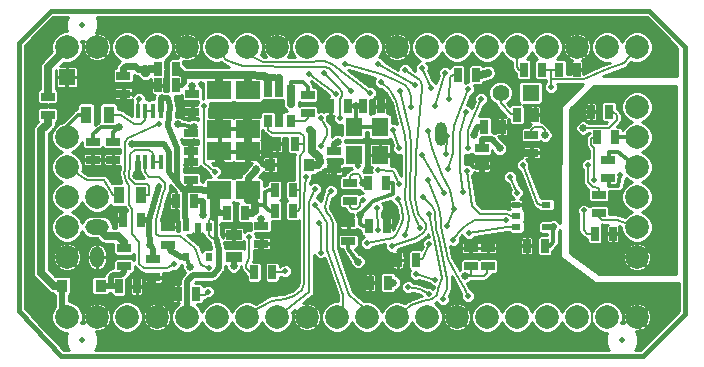
<source format=gbl>
G04 (created by PCBNEW-RS274X (2011-05-25)-stable) date Fri 26 Jun 2015 07:16:06 BST*
G01*
G70*
G90*
%MOIN*%
G04 Gerber Fmt 3.4, Leading zero omitted, Abs format*
%FSLAX34Y34*%
G04 APERTURE LIST*
%ADD10C,0.006000*%
%ADD11C,0.015000*%
%ADD12R,0.035400X0.040200*%
%ADD13R,0.020000X0.030000*%
%ADD14R,0.027600X0.039400*%
%ADD15R,0.030000X0.020000*%
%ADD16R,0.015000X0.050000*%
%ADD17R,0.025000X0.045000*%
%ADD18R,0.045000X0.025000*%
%ADD19R,0.055100X0.063000*%
%ADD20O,0.047200X0.070900*%
%ADD21O,0.078300X0.051200*%
%ADD22C,0.078700*%
%ADD23R,0.055000X0.055000*%
%ADD24R,0.035000X0.055000*%
%ADD25O,0.039400X0.078700*%
%ADD26R,0.080000X0.060000*%
%ADD27R,0.055000X0.035000*%
%ADD28C,0.055000*%
%ADD29C,0.019700*%
%ADD30C,0.020000*%
%ADD31C,0.025000*%
%ADD32C,0.007900*%
%ADD33C,0.011800*%
%ADD34C,0.019700*%
%ADD35C,0.027600*%
%ADD36C,0.005000*%
%ADD37C,0.023600*%
%ADD38C,0.015700*%
%ADD39C,0.010000*%
G04 APERTURE END LIST*
G54D10*
G54D11*
X20100Y09750D02*
X18900Y10950D01*
X-01050Y10950D02*
X18900Y10950D01*
X-02100Y00950D02*
X-02100Y09900D01*
X20100Y00850D02*
X18700Y-00550D01*
X20100Y09750D02*
X20100Y00850D01*
X-00700Y-00550D02*
X18700Y-00550D01*
X-02100Y00950D02*
X-00700Y-00550D01*
X-02100Y09900D02*
X-01050Y10950D01*
G54D12*
X00621Y01800D03*
X-00671Y01800D03*
X07571Y05825D03*
X06279Y05825D03*
G54D13*
X03475Y03750D03*
X04225Y03750D03*
X03475Y02750D03*
X03850Y03750D03*
X04225Y02750D03*
G54D14*
X06950Y08300D03*
X06575Y08300D03*
X06200Y08300D03*
X06200Y07300D03*
X06575Y07300D03*
X06950Y07300D03*
G54D15*
X14475Y03750D03*
X14475Y04500D03*
X15475Y03750D03*
X14475Y04125D03*
X15475Y04500D03*
G54D16*
X02624Y05924D03*
X02368Y05924D03*
X02112Y05924D03*
X01856Y05924D03*
X01856Y07624D03*
X02112Y07624D03*
X02368Y07624D03*
X02624Y07624D03*
G54D17*
X13400Y07100D03*
X14000Y07100D03*
X09350Y07775D03*
X09950Y07775D03*
X09550Y03775D03*
X10150Y03775D03*
G54D18*
X08400Y06270D03*
X08400Y05670D03*
G54D19*
X09933Y06153D03*
X09067Y07097D03*
X09067Y06153D03*
X09933Y07097D03*
G54D20*
X00500Y02750D03*
G54D21*
X00500Y03750D03*
G54D22*
X00500Y04750D03*
G54D23*
X-00500Y08750D03*
G54D22*
X-00500Y02750D03*
X-00500Y03750D03*
X-00500Y04750D03*
X-00500Y05750D03*
X-00500Y06750D03*
X18500Y02750D03*
X18500Y03750D03*
X18500Y04750D03*
X18500Y05750D03*
X18500Y06750D03*
X18500Y07750D03*
X-00500Y00750D03*
X00500Y00750D03*
X01500Y00750D03*
X02500Y00750D03*
X03500Y00750D03*
X04500Y00750D03*
X05500Y00750D03*
X06500Y00750D03*
X07500Y00750D03*
X08500Y00750D03*
X09500Y00750D03*
X10500Y00750D03*
X11500Y00750D03*
X12500Y00750D03*
X13500Y00750D03*
X14500Y00750D03*
X15500Y00750D03*
X16500Y00750D03*
X17500Y00750D03*
X18500Y00750D03*
X-00500Y09750D03*
X00500Y09750D03*
X01500Y09750D03*
X02500Y09750D03*
X03500Y09750D03*
X04500Y09750D03*
X05500Y09750D03*
X06500Y09750D03*
X07500Y09750D03*
X08500Y09750D03*
X09500Y09750D03*
X10500Y09750D03*
X11500Y09750D03*
X12500Y09750D03*
X13500Y09750D03*
X14500Y09750D03*
X15500Y09750D03*
X16500Y09750D03*
X17500Y09750D03*
X18500Y09750D03*
G54D24*
X00133Y07498D03*
X00883Y07498D03*
X01225Y04825D03*
X01975Y04825D03*
G54D17*
X10535Y02648D03*
X11135Y02648D03*
X07100Y06525D03*
X06500Y06525D03*
X06425Y04300D03*
X07025Y04300D03*
X14725Y09000D03*
X15325Y09000D03*
X14500Y07500D03*
X15100Y07500D03*
X04825Y04225D03*
X05425Y04225D03*
X03800Y01525D03*
X03200Y01525D03*
X06343Y02246D03*
X05743Y02246D03*
X03125Y09025D03*
X02525Y09025D03*
G54D18*
X01375Y08800D03*
X01375Y08200D03*
X14975Y06825D03*
X14975Y06225D03*
X02850Y03150D03*
X02850Y03750D03*
X03626Y05328D03*
X03626Y05928D03*
G54D17*
X06425Y04975D03*
X07025Y04975D03*
G54D18*
X07525Y07550D03*
X07525Y08150D03*
X13525Y02450D03*
X13525Y03050D03*
G54D17*
X15900Y09000D03*
X16500Y09000D03*
X08875Y07775D03*
X08275Y07775D03*
X10200Y01900D03*
X09600Y01900D03*
G54D18*
X13325Y06375D03*
X13325Y05775D03*
X03625Y06900D03*
X03625Y06300D03*
X03675Y08200D03*
X03675Y07600D03*
G54D17*
X15425Y03125D03*
X14825Y03125D03*
X03725Y04625D03*
X03125Y04625D03*
G54D18*
X05975Y03800D03*
X05975Y03200D03*
G54D17*
X01950Y03975D03*
X01350Y03975D03*
G54D18*
X01025Y06600D03*
X01025Y06000D03*
X08875Y03275D03*
X08875Y03875D03*
X02375Y02675D03*
X02375Y02075D03*
G54D17*
X10125Y05225D03*
X09525Y05225D03*
X17094Y03526D03*
X17694Y03526D03*
G54D18*
X17225Y04225D03*
X17225Y04825D03*
G54D17*
X17780Y06734D03*
X17180Y06734D03*
G54D18*
X17539Y05991D03*
X17539Y05391D03*
G54D25*
X11975Y06850D03*
G54D26*
X05525Y04975D03*
X05525Y06275D03*
G54D27*
X05050Y02750D03*
X05050Y03500D03*
G54D26*
X04575Y04975D03*
X04575Y06275D03*
X04575Y08325D03*
X04575Y07025D03*
G54D17*
X03125Y08475D03*
X02525Y08475D03*
G54D26*
X05525Y08325D03*
X05525Y07025D03*
G54D18*
X12950Y02450D03*
X12950Y03050D03*
G54D17*
X17564Y07600D03*
X16964Y07600D03*
G54D18*
X00350Y06600D03*
X00350Y06000D03*
G54D17*
X01225Y01775D03*
X01825Y01775D03*
G54D18*
X-01150Y08100D03*
X-01150Y07500D03*
X08925Y05225D03*
X08925Y04625D03*
G54D17*
X13125Y08825D03*
X12525Y08825D03*
G54D18*
X01400Y03050D03*
X01400Y02450D03*
G54D23*
X14950Y08225D03*
G54D28*
X13950Y08225D03*
G54D29*
X00000Y10500D03*
X00000Y00000D03*
X18000Y00000D03*
G54D30*
X10750Y03500D03*
X09950Y08575D03*
X09500Y03225D03*
X10525Y04675D03*
X07900Y03900D03*
X07950Y02900D03*
X07950Y07375D03*
X07950Y06450D03*
X11325Y06150D03*
X12050Y04900D03*
X10575Y06375D03*
X10375Y06975D03*
X11575Y03200D03*
X12150Y03775D03*
X11525Y06950D03*
X12400Y04350D03*
X14685Y05813D03*
X12825Y05625D03*
X10575Y05200D03*
X09875Y05650D03*
X12025Y01350D03*
X11350Y04750D03*
X11550Y04200D03*
X12200Y05675D03*
X12875Y08350D03*
X13300Y08025D03*
X12850Y06375D03*
X11625Y08400D03*
X11325Y09050D03*
X09875Y09175D03*
X11100Y08500D03*
X10950Y07750D03*
X08775Y09175D03*
X09600Y08225D03*
X08975Y08275D03*
X08600Y07375D03*
X08050Y08900D03*
X08450Y08175D03*
X07575Y08850D03*
X07775Y04500D03*
X08300Y04950D03*
X12100Y08900D03*
X11750Y07800D03*
X07450Y05425D03*
X07775Y05025D03*
X12875Y01450D03*
X11525Y05325D03*
X11550Y01525D03*
X10875Y01750D03*
X11125Y02175D03*
X11750Y02000D03*
G54D31*
X09275Y04150D03*
G54D30*
X15625Y08425D03*
X09200Y05775D03*
X12125Y06200D03*
X09825Y04400D03*
X09850Y03650D03*
X12150Y06800D03*
X04225Y02400D03*
X01900Y08025D03*
X10325Y03125D03*
X10775Y09000D03*
X12900Y03550D03*
X09375Y04650D03*
X12225Y08025D03*
G54D31*
X13925Y06375D03*
X16700Y07050D03*
X19193Y03270D03*
X19154Y04254D03*
X19193Y05199D03*
X19193Y06222D03*
X19193Y07207D03*
X19154Y08033D03*
X16675Y04575D03*
X17700Y04250D03*
X16634Y07719D03*
X16625Y06325D03*
G54D30*
X12375Y03325D03*
X14125Y04000D03*
X13525Y08900D03*
G54D31*
X15433Y06813D03*
X09125Y07775D03*
X03600Y02425D03*
X12775Y02125D03*
X15700Y03750D03*
X09200Y02600D03*
X04025Y04150D03*
X10375Y01900D03*
X13075Y06825D03*
X09350Y05225D03*
X08525Y06600D03*
X05050Y02450D03*
X05950Y04025D03*
X03675Y08450D03*
X03725Y07100D03*
X03200Y07175D03*
G54D30*
X03975Y08525D03*
X11125Y03125D03*
X18025Y01625D03*
X16650Y01675D03*
X15525Y02100D03*
X00975Y00175D03*
X02025Y00175D03*
X03000Y00225D03*
X03975Y00200D03*
X04975Y00225D03*
X06000Y00175D03*
X07000Y00225D03*
X08000Y00175D03*
X09050Y00150D03*
X09975Y00100D03*
X11000Y00100D03*
X12050Y00125D03*
X12950Y00175D03*
X14050Y00150D03*
X14925Y00125D03*
X15975Y00100D03*
X17050Y00100D03*
X18700Y00100D03*
X19250Y09100D03*
X19200Y09400D03*
X-01673Y08506D03*
X-01791Y07089D03*
X-01791Y06144D03*
X-01791Y05159D03*
X-01752Y04136D03*
X-01752Y03230D03*
X-01752Y02364D03*
X-01752Y01577D03*
X-01025Y04350D03*
X-01025Y05200D03*
X-00500Y07550D03*
X01000Y10400D03*
X02000Y10375D03*
X02975Y10425D03*
X03975Y10350D03*
X05000Y10400D03*
X05975Y10375D03*
X07000Y10375D03*
X08000Y10350D03*
X08975Y10325D03*
X10000Y10375D03*
X11000Y10400D03*
X12000Y10350D03*
X12975Y10350D03*
X14025Y10375D03*
X15000Y10400D03*
X16000Y10400D03*
G54D31*
X01050Y04075D03*
G54D30*
X10450Y05900D03*
G54D31*
X14087Y04565D03*
X13524Y03325D03*
X08362Y04352D03*
X07950Y07850D03*
X05325Y07550D03*
G54D30*
X04675Y03825D03*
G54D31*
X02475Y01525D03*
X03725Y06575D03*
X06250Y06525D03*
X06400Y07800D03*
X15425Y07525D03*
X15425Y06300D03*
X01800Y05450D03*
X13933Y05837D03*
X14350Y07025D03*
X04725Y05775D03*
X05525Y05825D03*
G54D30*
X02150Y08400D03*
G54D31*
X03850Y03425D03*
X02850Y04525D03*
X10475Y04050D03*
X09300Y01900D03*
X14550Y03325D03*
X08228Y05415D03*
X01325Y07725D03*
X04525Y07425D03*
X05975Y02950D03*
X01175Y05525D03*
X02250Y01875D03*
X03675Y07425D03*
X10225Y07850D03*
G54D30*
X14276Y05419D03*
X14500Y04900D03*
X04200Y01600D03*
G54D31*
X05800Y05675D03*
X07600Y06975D03*
X06975Y07850D03*
X01675Y06525D03*
X02675Y08050D03*
G54D30*
X02550Y05125D03*
G54D31*
X03375Y05025D03*
X02275Y03150D03*
X01225Y07100D03*
X02125Y08875D03*
G54D30*
X12700Y04925D03*
X12795Y07600D03*
X10600Y08300D03*
X11250Y03725D03*
X06775Y02275D03*
X03075Y02525D03*
X02575Y07200D03*
X04050Y07800D03*
X04425Y05600D03*
X05575Y03425D03*
X17075Y05325D03*
X16717Y04301D03*
X16875Y05825D03*
X17925Y05475D03*
G54D32*
X10750Y03500D02*
X10875Y03800D01*
X10875Y03800D02*
X10900Y04075D01*
X10900Y04075D02*
X10768Y04687D01*
X10750Y06790D02*
X10475Y07950D01*
X10475Y07950D02*
X10250Y08325D01*
X10250Y08325D02*
X09950Y08575D01*
X10800Y06450D02*
X10750Y06790D01*
X10800Y05425D02*
X10800Y06450D01*
X10768Y04687D02*
X10800Y05425D01*
X09500Y03225D02*
X10350Y03400D01*
X10350Y03400D02*
X10475Y03500D01*
X10475Y03500D02*
X10625Y03806D01*
X10625Y03806D02*
X10700Y04025D01*
X10700Y04025D02*
X10650Y04375D01*
X10650Y04375D02*
X10525Y04675D01*
X07900Y03900D02*
X07950Y03775D01*
X07950Y03775D02*
X07950Y02900D01*
X08175Y06825D02*
X07950Y06450D01*
X08175Y07025D02*
X08175Y06825D01*
X07950Y07375D02*
X08175Y07025D01*
X11325Y06150D02*
X12050Y04900D01*
X10375Y06975D02*
X10575Y06375D01*
X14500Y07500D02*
X14291Y07502D01*
X14291Y07502D02*
X13957Y07876D01*
X13957Y07876D02*
X13957Y08171D01*
X13957Y08171D02*
X13950Y08225D01*
X11320Y02670D02*
X11135Y02648D01*
X11380Y02730D02*
X11320Y02670D01*
X11575Y03200D02*
X11380Y02730D01*
G54D10*
X12150Y03775D02*
X12400Y04350D01*
G54D32*
X11675Y06375D02*
X12000Y05475D01*
X11575Y06800D02*
X11675Y06375D01*
X11525Y06950D02*
X11575Y06800D01*
G54D10*
X12000Y05475D02*
X12000Y05475D01*
X12000Y05475D02*
X12250Y04975D01*
X12250Y04975D02*
X12400Y04350D01*
G54D32*
X15475Y04500D02*
X15250Y04500D01*
X15250Y04500D02*
X15175Y04550D01*
X15175Y04550D02*
X14685Y05813D01*
X14300Y04125D02*
X14475Y04125D01*
X14150Y04200D02*
X14300Y04125D01*
X12825Y05625D02*
X13000Y04450D01*
X13000Y04450D02*
X13250Y04200D01*
X13250Y04200D02*
X14150Y04200D01*
X09875Y05650D02*
X10350Y05625D01*
X10350Y05625D02*
X10575Y05200D01*
X12025Y01404D02*
X12025Y01350D01*
X11800Y03700D02*
X11900Y03350D01*
X11750Y04250D02*
X11800Y03700D01*
X11650Y04450D02*
X11750Y04250D01*
X11350Y04750D02*
X11650Y04450D01*
X12175Y02025D02*
X11900Y03350D01*
X12025Y01404D02*
X12150Y01675D01*
X12150Y01675D02*
X12175Y02025D01*
X10500Y00750D02*
X10975Y01150D01*
X11875Y01675D02*
X12000Y02050D01*
X11550Y04200D02*
X11775Y03225D01*
X11775Y03225D02*
X12000Y02050D01*
X11825Y01500D02*
X11875Y01675D01*
X11350Y01275D02*
X11675Y01350D01*
X11675Y01350D02*
X11825Y01500D01*
X10975Y01150D02*
X11350Y01275D01*
X12717Y07974D02*
X12875Y08350D01*
X12200Y05675D02*
X12375Y06225D01*
X12375Y06225D02*
X12375Y06800D01*
X12402Y07128D02*
X12618Y07758D01*
X12618Y07758D02*
X12717Y07974D01*
X12375Y06800D02*
X12402Y07128D01*
X12850Y06975D02*
X13300Y08025D01*
X12850Y06375D02*
X12850Y06975D01*
X11625Y08400D02*
X11325Y09050D01*
X11100Y08500D02*
X09875Y09175D01*
X08900Y09150D02*
X08775Y09175D01*
X10775Y08475D02*
X10425Y08650D01*
X10950Y07750D02*
X10950Y08100D01*
X10950Y08100D02*
X10900Y08319D01*
X10900Y08319D02*
X10775Y08475D01*
X10425Y08650D02*
X09950Y08850D01*
X09950Y08850D02*
X08900Y09150D01*
X05500Y09750D02*
X05700Y09425D01*
X07475Y09243D02*
X06025Y09249D01*
X06025Y09249D02*
X05700Y09425D01*
X08050Y09275D02*
X07475Y09243D01*
X09600Y08225D02*
X08325Y09175D01*
X08325Y09175D02*
X08050Y09275D01*
X04500Y09750D02*
X04800Y09325D01*
X05375Y09125D02*
X05050Y09206D01*
X05050Y09206D02*
X04800Y09325D01*
X07475Y09087D02*
X05375Y09125D01*
X08050Y09100D02*
X07475Y09087D01*
X08975Y08275D02*
X08225Y09050D01*
X08225Y09050D02*
X08050Y09100D01*
X08600Y07375D02*
X08600Y08025D01*
X08575Y08375D02*
X08050Y08900D01*
X08650Y08250D02*
X08575Y08375D01*
X08600Y08025D02*
X08650Y08125D01*
X08650Y08125D02*
X08650Y08250D01*
X08450Y08175D02*
X07575Y08850D01*
X08500Y00750D02*
X08700Y01125D01*
X08700Y01125D02*
X08700Y01500D01*
X08700Y01500D02*
X08175Y03000D01*
X08175Y03875D02*
X08175Y03000D01*
X07775Y04500D02*
X07950Y04225D01*
X07950Y04225D02*
X08075Y04052D01*
X08075Y04052D02*
X08175Y03875D01*
X09500Y00750D02*
X09350Y01100D01*
X08900Y01500D02*
X09350Y01100D01*
X08350Y03025D02*
X08900Y01500D01*
X08350Y03875D02*
X08350Y03025D01*
X08150Y04225D02*
X08250Y04106D01*
X08250Y04106D02*
X08350Y03875D01*
X08100Y04425D02*
X08150Y04225D01*
X08300Y04950D02*
X08200Y04825D01*
X08200Y04825D02*
X08100Y04425D01*
X11750Y07800D02*
X12100Y08900D01*
X05500Y00750D02*
X05500Y00850D01*
X05500Y00850D02*
X06325Y01300D01*
X06775Y01350D02*
X06325Y01300D01*
X07400Y01900D02*
X07325Y01650D01*
X07325Y01650D02*
X07050Y01450D01*
X07050Y01450D02*
X06775Y01350D01*
X07400Y04750D02*
X07400Y01900D01*
X07450Y05425D02*
X07400Y04750D01*
X06500Y00750D02*
X07575Y01575D01*
X07575Y01575D02*
X07575Y04575D01*
X07775Y05025D02*
X07575Y04575D01*
X12875Y01425D02*
X12875Y01450D01*
X12875Y01425D02*
X12750Y01675D01*
X12475Y02200D02*
X12750Y01675D01*
X12185Y02699D02*
X12475Y02200D01*
X11950Y03750D02*
X12185Y02699D01*
X11950Y03975D02*
X11950Y03975D01*
X11950Y03975D02*
X11950Y03750D01*
X11525Y05325D02*
X11900Y04400D01*
X11900Y04400D02*
X11950Y03975D01*
X11250Y01675D02*
X11550Y01525D01*
X10875Y01750D02*
X11250Y01675D01*
X11125Y02175D02*
X11750Y02000D01*
G54D33*
X10125Y05225D02*
X10350Y05225D01*
X10350Y05225D02*
X10350Y04850D01*
X10350Y04850D02*
X09700Y04625D01*
X09700Y04625D02*
X09275Y04150D01*
X09350Y03775D02*
X09550Y03775D01*
X09275Y03850D02*
X09350Y03775D01*
X09275Y04150D02*
X09275Y03850D01*
G54D32*
X15625Y08675D02*
X15625Y08425D01*
X15325Y09000D02*
X15625Y09000D01*
X18500Y09750D02*
X18051Y09215D01*
X18051Y09215D02*
X17500Y09018D01*
X17500Y09018D02*
X16725Y08675D01*
X15625Y09000D02*
X15900Y09000D01*
X15625Y08675D02*
X15625Y09000D01*
X16725Y08675D02*
X15625Y08675D01*
X09067Y06153D02*
X09067Y05908D01*
X09067Y05908D02*
X09200Y05775D01*
X09825Y04400D02*
X09850Y03650D01*
G54D10*
X11975Y06850D02*
X12150Y06800D01*
G54D32*
X12150Y06800D02*
X12125Y06200D01*
X02775Y05025D02*
X02700Y04875D01*
X02114Y05573D02*
X02112Y05924D01*
X03775Y03050D02*
X03950Y02500D01*
X03950Y02500D02*
X04225Y02400D01*
X02550Y03450D02*
X03250Y03450D01*
X03250Y03450D02*
X03775Y03050D01*
X02775Y05225D02*
X02775Y05025D01*
X02575Y05425D02*
X02775Y05225D01*
X02238Y05425D02*
X02575Y05425D01*
X02114Y05573D02*
X02238Y05425D01*
X02450Y03525D02*
X02550Y03450D01*
X02700Y04875D02*
X02450Y04000D01*
X02450Y04000D02*
X02450Y03525D01*
X01850Y07950D02*
X01900Y08025D01*
X01850Y07950D02*
X01856Y07624D01*
X11125Y03375D02*
X10325Y03125D01*
X11375Y03550D02*
X11125Y03375D01*
X11100Y04725D02*
X11200Y04200D01*
X11200Y04200D02*
X11450Y03850D01*
X11450Y03850D02*
X11450Y03700D01*
X10775Y09000D02*
X11250Y08650D01*
X11250Y08650D02*
X11325Y08500D01*
X11125Y06200D02*
X11100Y04725D01*
X11325Y08350D02*
X11125Y06200D01*
X11325Y08500D02*
X11325Y08350D01*
X11450Y03700D02*
X11375Y03550D01*
X12900Y03550D02*
X14154Y03742D01*
X14154Y03742D02*
X14475Y03750D01*
X08925Y04425D02*
X08925Y04625D01*
X09000Y04350D02*
X08925Y04425D01*
X09175Y04350D02*
X09000Y04350D01*
X09275Y04450D02*
X09175Y04350D01*
X09275Y04550D02*
X09275Y04450D01*
X09375Y04650D02*
X09275Y04550D01*
X12225Y08025D02*
X12275Y08750D01*
X12375Y08825D02*
X12525Y08825D01*
X12275Y08750D02*
X12375Y08825D01*
G54D34*
X13325Y06675D02*
X13325Y06375D01*
X13675Y06675D02*
X13325Y06675D01*
X13925Y06375D02*
X13675Y06675D01*
X-00671Y01800D02*
X-00671Y00921D01*
X-00671Y00921D02*
X-00500Y00750D01*
G54D35*
X-01150Y07500D02*
X-01150Y07200D01*
X-01150Y07200D02*
X-01375Y06975D01*
X-01375Y06975D02*
X-01375Y02225D01*
X-01375Y02225D02*
X-00950Y01800D01*
X-00950Y01800D02*
X-00671Y01800D01*
G54D32*
X16700Y07050D02*
X17550Y07050D01*
X17700Y07600D02*
X17564Y07600D01*
X17825Y07475D02*
X17700Y07600D01*
X17825Y07325D02*
X17825Y07475D01*
X17550Y07050D02*
X17825Y07325D01*
X17225Y04225D02*
X17225Y04100D01*
X17225Y04100D02*
X17325Y04000D01*
X17325Y04000D02*
X17825Y04000D01*
X17825Y04000D02*
X18500Y03750D01*
G54D33*
X16634Y07719D02*
X16634Y07875D01*
X18524Y02758D02*
X18500Y02750D01*
X18681Y02758D02*
X18524Y02758D01*
X19193Y03270D02*
X18681Y02758D01*
X19154Y05160D02*
X19154Y04254D01*
X19193Y05199D02*
X19154Y05160D01*
X19193Y07207D02*
X19193Y06222D01*
X18917Y08270D02*
X19154Y08033D01*
X18169Y08270D02*
X18917Y08270D01*
X17931Y08032D02*
X18169Y08270D01*
X16791Y08032D02*
X17931Y08032D01*
X16634Y07875D02*
X16791Y08032D01*
X16964Y07600D02*
X16634Y07600D01*
X16594Y07719D02*
X16634Y07719D01*
X16594Y07640D02*
X16594Y07719D01*
X16634Y07600D02*
X16594Y07640D01*
X16675Y04575D02*
X16625Y06325D01*
G54D32*
X18500Y02750D02*
X18500Y02797D01*
X18500Y02797D02*
X17900Y03525D01*
X17900Y03525D02*
X17694Y03526D01*
G54D33*
X18500Y05750D02*
X17850Y06250D01*
X17850Y06250D02*
X17550Y06250D01*
X17550Y06250D02*
X17539Y05991D01*
X18500Y06750D02*
X17780Y06734D01*
G54D32*
X12375Y03325D02*
X12550Y03600D01*
X12550Y03600D02*
X12750Y03800D01*
X12750Y03800D02*
X13100Y04000D01*
X13100Y04000D02*
X14125Y04000D01*
G54D33*
X03475Y02750D02*
X03600Y02425D01*
G54D35*
X13125Y08825D02*
X13300Y08825D01*
X13300Y08825D02*
X13525Y08900D01*
G54D32*
X08925Y05225D02*
X08925Y05450D01*
X08925Y05450D02*
X09025Y05525D01*
X09025Y05525D02*
X09242Y05525D01*
X09242Y05525D02*
X09350Y05225D01*
X14975Y06825D02*
X14975Y06975D01*
X15425Y06825D02*
X15433Y06813D01*
X15425Y06975D02*
X15425Y06825D01*
X15325Y07075D02*
X15425Y06975D01*
X15075Y07075D02*
X15325Y07075D01*
X14975Y06975D02*
X15075Y07075D01*
X14725Y09000D02*
X14575Y09000D01*
X14500Y09100D02*
X14500Y09750D01*
X14575Y09000D02*
X14500Y09100D01*
G54D33*
X09933Y07097D02*
X09078Y07097D01*
X09075Y07100D02*
X09067Y07097D01*
X09078Y07097D02*
X09075Y07100D01*
X09067Y07097D02*
X09067Y07292D01*
X09067Y07292D02*
X09125Y07350D01*
X09125Y07350D02*
X09125Y07775D01*
G54D34*
X03300Y02750D02*
X03475Y02750D01*
X03300Y02750D02*
X02975Y02950D01*
X02975Y02950D02*
X02850Y03150D01*
G54D32*
X12775Y02125D02*
X13400Y02125D01*
X13500Y02450D02*
X13525Y02450D01*
X13500Y02225D02*
X13500Y02450D01*
X13400Y02125D02*
X13500Y02225D01*
X12950Y02150D02*
X12950Y02450D01*
X12775Y02125D02*
X12950Y02150D01*
G54D33*
X08875Y03275D02*
X08875Y03025D01*
X08875Y03025D02*
X09225Y02525D01*
X09225Y02525D02*
X09200Y02600D01*
X08875Y07775D02*
X09125Y07775D01*
X15425Y03125D02*
X15600Y03125D01*
X15600Y03125D02*
X15700Y03250D01*
X15700Y03250D02*
X15701Y03741D01*
X15701Y03741D02*
X15720Y03797D01*
G54D34*
X15673Y03750D02*
X15475Y03750D01*
X15700Y03750D02*
X15720Y03797D01*
X15720Y03797D02*
X15673Y03750D01*
X03725Y04625D02*
X04025Y04625D01*
X04025Y04625D02*
X04029Y04303D01*
X04029Y04303D02*
X04025Y04150D01*
X10375Y01900D02*
X10200Y01900D01*
X13400Y07100D02*
X13175Y07100D01*
X13175Y07100D02*
X13075Y06825D01*
G54D33*
X09525Y05225D02*
X09350Y05225D01*
G54D34*
X08400Y06270D02*
X08400Y06525D01*
X08400Y06525D02*
X08525Y06600D01*
X05050Y02750D02*
X05050Y02450D01*
X05975Y03800D02*
X05975Y03925D01*
X05975Y03925D02*
X05950Y04025D01*
X03675Y08200D02*
X03675Y08425D01*
X03675Y08425D02*
X03675Y08450D01*
X03675Y08450D02*
X03675Y08450D01*
X03725Y07100D02*
X03625Y07025D01*
X03625Y07025D02*
X03625Y06900D01*
G54D33*
X03625Y06900D02*
X03625Y07075D01*
X03625Y07075D02*
X03575Y07125D01*
X03575Y07125D02*
X03200Y07175D01*
X09125Y07775D02*
X09350Y07775D01*
G54D36*
X11200Y03200D02*
X11125Y03125D01*
X18500Y01150D02*
X18500Y00750D01*
X18025Y01625D02*
X18500Y01150D01*
X15950Y01675D02*
X16650Y01675D01*
X15525Y02100D02*
X15950Y01675D01*
G54D34*
X06279Y05825D02*
X06050Y05825D01*
X05525Y06050D02*
X05525Y05825D01*
X05873Y06050D02*
X05525Y06050D01*
X06050Y05825D02*
X05873Y06050D01*
G54D36*
X17050Y00100D02*
X17050Y00450D01*
X00975Y00175D02*
X02025Y00175D01*
X03000Y00225D02*
X03025Y00200D01*
X03025Y00200D02*
X03975Y00200D01*
X04975Y00225D02*
X05025Y00175D01*
X05025Y00175D02*
X06000Y00175D01*
X07000Y00225D02*
X07050Y00175D01*
X07050Y00175D02*
X08000Y00175D01*
X09050Y00150D02*
X09100Y00100D01*
X09100Y00100D02*
X09975Y00100D01*
X11000Y00100D02*
X11025Y00125D01*
X11025Y00125D02*
X12050Y00125D01*
X12950Y00175D02*
X12975Y00150D01*
X12975Y00150D02*
X14050Y00150D01*
X14925Y00125D02*
X14950Y00100D01*
X14950Y00100D02*
X15975Y00100D01*
X17000Y00500D02*
X17000Y01500D01*
X17050Y00450D02*
X17000Y00500D01*
X18500Y00750D02*
X18500Y00450D01*
X18700Y00250D02*
X18700Y00100D01*
X18500Y00450D02*
X18700Y00250D01*
X19250Y09350D02*
X19250Y09100D01*
X19200Y09400D02*
X19250Y09350D01*
X-01791Y06144D02*
X-01791Y07089D01*
X-01791Y04175D02*
X-01791Y05159D01*
X-01752Y04136D02*
X-01791Y04175D01*
X-01752Y02364D02*
X-01752Y03230D01*
G54D37*
X01375Y08200D02*
X01375Y07775D01*
X01375Y07775D02*
X01325Y07725D01*
G54D32*
X-01025Y04350D02*
X-01025Y05200D01*
X-00500Y07550D02*
X-00525Y08125D01*
X-00525Y08125D02*
X-00525Y08700D01*
X-00500Y08750D02*
X-00525Y08700D01*
G54D36*
X01975Y10400D02*
X01000Y10400D01*
X02000Y10375D02*
X01975Y10400D01*
X03900Y10425D02*
X02975Y10425D01*
X03975Y10350D02*
X03900Y10425D01*
X05950Y10400D02*
X05000Y10400D01*
X05975Y10375D02*
X05950Y10400D01*
X07975Y10375D02*
X07000Y10375D01*
X08000Y10350D02*
X07975Y10375D01*
X09950Y10325D02*
X08975Y10325D01*
X10000Y10375D02*
X09950Y10325D01*
X11950Y10400D02*
X11000Y10400D01*
X12000Y10350D02*
X11950Y10400D01*
X14000Y10350D02*
X12975Y10350D01*
X14025Y10375D02*
X14000Y10350D01*
X16000Y10400D02*
X15000Y10400D01*
G54D34*
X01150Y03975D02*
X01050Y04075D01*
X01150Y03975D02*
X01350Y03975D01*
G54D32*
X16500Y09000D02*
X16675Y09000D01*
X16675Y09000D02*
X16725Y09075D01*
X16725Y09075D02*
X16725Y09300D01*
X16725Y09300D02*
X16500Y09750D01*
G54D38*
X09933Y06153D02*
X10250Y06150D01*
X10450Y05900D02*
X10250Y06150D01*
G54D33*
X00350Y06000D02*
X00350Y05750D01*
G54D34*
X00650Y05600D02*
X01175Y05525D01*
G54D38*
X00350Y05750D02*
X00650Y05600D01*
G54D32*
X14825Y03125D02*
X14650Y03125D01*
X14650Y03125D02*
X14550Y03325D01*
X14475Y04500D02*
X14225Y04500D01*
X14225Y04500D02*
X14087Y04565D01*
X13250Y03325D02*
X13524Y03325D01*
X13525Y03050D02*
X13525Y03225D01*
X12950Y03200D02*
X13075Y03325D01*
X13075Y03325D02*
X13250Y03325D01*
X12950Y03200D02*
X12950Y03050D01*
X13425Y03325D02*
X13250Y03325D01*
X13525Y03225D02*
X13425Y03325D01*
G54D34*
X02850Y03750D02*
X02850Y04525D01*
G54D33*
X08362Y04352D02*
X08600Y04125D01*
X08600Y04125D02*
X08875Y04100D01*
X08875Y04100D02*
X08875Y03875D01*
X07950Y07850D02*
X08150Y07775D01*
X08150Y07775D02*
X08275Y07775D01*
G54D35*
X05525Y07025D02*
X05525Y07350D01*
X05525Y07350D02*
X05325Y07550D01*
X04575Y07025D02*
X04575Y07350D01*
X04575Y07350D02*
X04525Y07425D01*
G54D34*
X05050Y03500D02*
X05050Y03725D01*
X05050Y03725D02*
X05000Y03775D01*
X05000Y03775D02*
X04675Y03825D01*
X10535Y02648D02*
X10050Y02650D01*
X10050Y02650D02*
X09300Y02200D01*
X09300Y02200D02*
X09300Y01900D01*
X02625Y01525D02*
X03200Y01525D01*
X02475Y01525D02*
X02625Y01525D01*
X03625Y06300D02*
X03625Y06500D01*
X03625Y06500D02*
X03725Y06575D01*
X06250Y06525D02*
X06500Y06525D01*
G54D35*
X06575Y07625D02*
X06400Y07800D01*
X06575Y07300D02*
X06575Y07625D01*
G54D33*
X15375Y07500D02*
X15425Y07525D01*
X15100Y07500D02*
X15375Y07500D01*
G54D34*
X15425Y06300D02*
X15375Y05925D01*
X15375Y05925D02*
X15000Y05925D01*
X15000Y05925D02*
X14975Y06225D01*
X01856Y05924D02*
X01856Y05606D01*
X01856Y05606D02*
X01800Y05450D01*
X13325Y05775D02*
X13325Y05475D01*
X13325Y05475D02*
X13775Y05475D01*
X13775Y05475D02*
X13933Y05837D01*
X14350Y07025D02*
X14300Y07100D01*
X14300Y07100D02*
X14000Y07100D01*
X02500Y00750D02*
X02625Y01300D01*
X02625Y01300D02*
X02625Y01525D01*
X02375Y02075D02*
X02375Y02050D01*
X02375Y02050D02*
X02250Y01875D01*
G54D35*
X04575Y06275D02*
X04575Y05925D01*
X04575Y05925D02*
X04725Y05775D01*
G54D34*
X05525Y06275D02*
X05525Y05825D01*
G54D37*
X02300Y08475D02*
X02150Y08400D01*
X02525Y08475D02*
X02300Y08475D01*
G54D34*
X03850Y03750D02*
X03850Y03425D01*
X03125Y04625D02*
X02850Y04625D01*
X02850Y04625D02*
X02850Y04525D01*
G54D33*
X10150Y03775D02*
X10375Y03775D01*
X10375Y03775D02*
X10475Y04050D01*
G54D34*
X09300Y01900D02*
X09600Y01900D01*
X08400Y05670D02*
X08400Y05425D01*
X08400Y05425D02*
X08228Y05415D01*
G54D35*
X05525Y07025D02*
X05525Y06275D01*
G54D34*
X03626Y05928D02*
X03475Y05825D01*
X03625Y05975D02*
X03625Y06300D01*
X03475Y05825D02*
X03625Y05975D01*
G54D38*
X05975Y03200D02*
X05975Y02950D01*
G54D33*
X01025Y06000D02*
X01050Y05750D01*
G54D34*
X01050Y05750D02*
X01175Y05525D01*
X03675Y07600D02*
X03675Y07425D01*
G54D33*
X10225Y07850D02*
X10100Y07775D01*
X10100Y07775D02*
X09950Y07775D01*
G54D32*
X14276Y05419D02*
X14500Y04900D01*
X04200Y01600D02*
X04100Y01500D01*
X04100Y01500D02*
X03850Y01500D01*
X03850Y01500D02*
X03825Y01525D01*
X03825Y01525D02*
X03800Y01525D01*
G54D37*
X05800Y05675D02*
X05525Y05375D01*
X05525Y05375D02*
X05525Y04975D01*
G54D35*
X05425Y04225D02*
X05675Y04225D01*
X05750Y04300D02*
X05750Y04475D01*
X05675Y04225D02*
X05750Y04300D01*
G54D33*
X06100Y04550D02*
X06100Y04425D01*
X06250Y04300D02*
X06425Y04300D01*
X06100Y04425D02*
X06250Y04300D01*
G54D35*
X05525Y04975D02*
X05525Y04650D01*
X05725Y04650D02*
X05750Y04475D01*
X05525Y04650D02*
X05725Y04650D01*
G54D33*
X06225Y04975D02*
X06425Y04975D01*
X06100Y04925D02*
X06225Y04975D01*
X06100Y04550D02*
X06100Y04925D01*
X06075Y04475D02*
X06100Y04550D01*
X05750Y04475D02*
X06075Y04475D01*
G54D32*
X06950Y07300D02*
X07425Y07300D01*
X07425Y07300D02*
X07525Y07400D01*
X07525Y07400D02*
X07525Y07550D01*
X07025Y04300D02*
X07200Y04300D01*
X07200Y04300D02*
X07250Y04375D01*
X07250Y04375D02*
X07250Y04975D01*
X07400Y06525D02*
X07400Y06275D01*
X07400Y06275D02*
X07250Y06125D01*
X07250Y06125D02*
X07250Y04975D01*
X07250Y04975D02*
X07025Y04975D01*
X06200Y07300D02*
X06200Y07000D01*
X06200Y07000D02*
X06317Y06900D01*
X06317Y06900D02*
X07275Y06900D01*
X07275Y06900D02*
X07400Y06775D01*
X07400Y06775D02*
X07400Y06525D01*
X07400Y06525D02*
X07100Y06525D01*
G54D35*
X07600Y06975D02*
X07650Y06925D01*
X07650Y06925D02*
X07650Y06300D01*
X07650Y06300D02*
X07900Y06100D01*
X07900Y06100D02*
X07925Y05925D01*
X07925Y05925D02*
X07850Y05825D01*
X07850Y05825D02*
X07571Y05825D01*
X06950Y08300D02*
X06950Y07875D01*
X06950Y07875D02*
X06975Y07850D01*
G54D33*
X07525Y08150D02*
X07525Y08425D01*
X07525Y08425D02*
X07375Y08600D01*
X07375Y08600D02*
X06950Y08600D01*
X06950Y08600D02*
X06950Y08300D01*
G54D35*
X04575Y08825D02*
X05525Y08825D01*
X06575Y08715D02*
X06575Y08300D01*
G54D37*
X06075Y08800D02*
X06575Y08715D01*
G54D35*
X05525Y08325D02*
X05525Y08825D01*
X06200Y08625D02*
X06200Y08300D01*
G54D37*
X06075Y08800D02*
X06200Y08625D01*
G54D35*
X05525Y08825D02*
X06075Y08800D01*
G54D38*
X03400Y08575D02*
X03300Y08475D01*
X03300Y08475D02*
X03125Y08475D01*
G54D34*
X03400Y08825D02*
X03400Y08575D01*
G54D35*
X03125Y09025D02*
X03300Y08900D01*
X03300Y08900D02*
X03400Y08825D01*
X03400Y08825D02*
X04575Y08825D01*
X04575Y08825D02*
X04575Y08325D01*
G54D34*
X02725Y06525D02*
X01675Y06525D01*
X03200Y05200D02*
X02900Y05600D01*
X02900Y05600D02*
X02896Y06237D01*
X02896Y06237D02*
X02725Y06525D01*
G54D33*
X00350Y06600D02*
X00350Y06850D01*
X01175Y07075D02*
X01225Y07100D01*
X00625Y07075D02*
X01175Y07075D01*
X00350Y06850D02*
X00625Y07075D01*
G54D32*
X04225Y03750D02*
X04225Y03500D01*
X04325Y03400D02*
X04450Y03400D01*
X04225Y03500D02*
X04325Y03400D01*
G54D34*
X03500Y00750D02*
X03500Y01950D01*
X03500Y01950D02*
X03700Y02150D01*
X03700Y02150D02*
X04350Y02150D01*
X04350Y02150D02*
X04550Y02400D01*
X04550Y02400D02*
X04550Y03025D01*
X04550Y03025D02*
X04450Y03400D01*
X04575Y04800D02*
X04575Y04950D01*
G54D33*
X04450Y03400D02*
X04450Y04137D01*
G54D34*
X04450Y04137D02*
X04450Y04675D01*
X04450Y04675D02*
X04575Y04800D01*
G54D32*
X04575Y04950D02*
X04575Y04975D01*
G54D37*
X04575Y04975D02*
X04025Y04975D01*
X04025Y04975D02*
X03950Y05025D01*
X03950Y05025D02*
X03375Y05025D01*
G54D34*
X03475Y03750D02*
X03475Y03975D01*
X03425Y04925D02*
X03375Y05025D01*
X03425Y04100D02*
X03425Y04925D01*
X03475Y03975D02*
X03425Y04100D01*
G54D32*
X04225Y03750D02*
X04225Y03975D01*
G54D37*
X04350Y04725D02*
X04575Y04950D01*
X04350Y04100D02*
X04350Y04725D01*
G54D32*
X04225Y03975D02*
X04350Y04100D01*
G54D34*
X04825Y04225D02*
X04625Y04225D01*
X04625Y04225D02*
X04500Y04300D01*
X04500Y04300D02*
X04500Y04850D01*
X04500Y04850D02*
X04575Y04975D01*
X03375Y05025D02*
X03200Y05200D01*
X01950Y03975D02*
X02225Y03975D01*
X02375Y02675D02*
X02375Y03025D01*
X02375Y03025D02*
X02275Y03150D01*
X02625Y07875D02*
X02624Y07624D01*
X02625Y08050D02*
X02625Y07875D01*
X02675Y08050D02*
X02625Y08050D01*
X02925Y07775D02*
X02875Y08050D01*
X02875Y07125D02*
X02925Y07775D01*
X02875Y08050D02*
X02675Y08050D01*
X03175Y06400D02*
X02875Y07125D01*
X03175Y05375D02*
X03175Y06400D01*
X03200Y05200D02*
X03175Y05375D01*
X02550Y05125D02*
X02225Y03975D01*
X03375Y05025D02*
X03600Y05050D01*
X03626Y05328D02*
X03600Y05050D01*
X02225Y03975D02*
X02225Y03475D01*
X02225Y03475D02*
X02275Y03350D01*
X02275Y03350D02*
X02275Y03150D01*
G54D33*
X01225Y07100D02*
X01025Y06925D01*
X01025Y06925D02*
X01025Y06600D01*
G54D35*
X-01150Y08100D02*
X-01150Y09075D01*
X-00500Y09725D02*
X-00500Y09750D01*
X-01150Y09075D02*
X-00500Y09725D01*
X02125Y08875D02*
X02100Y08900D01*
X02100Y08900D02*
X02100Y09025D01*
G54D37*
X01375Y08800D02*
X01375Y09050D01*
X01375Y09050D02*
X01450Y09125D01*
X01450Y09125D02*
X01775Y09125D01*
X01775Y09125D02*
X01875Y09025D01*
X01875Y09025D02*
X02100Y09025D01*
X02100Y09025D02*
X02275Y09025D01*
G54D35*
X02275Y09025D02*
X02525Y09025D01*
G54D32*
X12700Y04925D02*
X12625Y05400D01*
X12625Y05400D02*
X12600Y05675D01*
X12600Y05675D02*
X12600Y06875D01*
X12600Y06875D02*
X12795Y07600D01*
X10925Y06925D02*
X10600Y08300D01*
X11250Y03725D02*
X11050Y04150D01*
X11050Y04150D02*
X10945Y04687D01*
X10945Y04687D02*
X10950Y06450D01*
X10950Y06450D02*
X10925Y06925D01*
X06775Y02275D02*
X06750Y02250D01*
X06750Y02250D02*
X06350Y02250D01*
X06350Y02250D02*
X06343Y02246D01*
X01575Y05125D02*
X01575Y04500D01*
X02075Y02375D02*
X02825Y02375D01*
X02825Y02375D02*
X03075Y02525D01*
X01900Y02525D02*
X02075Y02375D01*
X01659Y04344D02*
X01659Y03501D01*
X01659Y03501D02*
X01900Y03250D01*
X01900Y03250D02*
X01900Y02525D01*
X01575Y04500D02*
X01659Y04344D01*
X01450Y05300D02*
X01525Y05200D01*
X01525Y05200D02*
X01575Y05125D01*
X01450Y05300D02*
X01395Y05550D01*
X01395Y05550D02*
X01425Y05650D01*
X01425Y05650D02*
X01425Y06600D01*
X01425Y06600D02*
X01525Y06725D01*
X01525Y06725D02*
X02575Y07200D01*
X04050Y05900D02*
X04425Y05600D01*
X04050Y07800D02*
X04050Y05900D01*
X05475Y02500D02*
X05475Y02375D01*
X05475Y02375D02*
X05600Y02250D01*
X05600Y02250D02*
X05750Y02250D01*
X05750Y02250D02*
X05743Y02246D01*
X05575Y03425D02*
X05575Y02725D01*
X05575Y02725D02*
X05475Y02500D01*
G54D10*
X02112Y07624D02*
X02368Y07624D01*
G54D32*
X00883Y07498D02*
X01300Y07500D01*
X02110Y07321D02*
X02112Y07624D01*
X01975Y07175D02*
X02110Y07321D01*
X01725Y07175D02*
X01975Y07175D01*
X01300Y07500D02*
X01725Y07175D01*
X01975Y04825D02*
X02225Y04825D01*
X02225Y04825D02*
X02225Y05125D01*
X02225Y05125D02*
X02175Y05200D01*
X02175Y05200D02*
X01750Y05200D01*
X01750Y05200D02*
X01650Y05275D01*
X01650Y05275D02*
X01575Y05400D01*
X02362Y06222D02*
X02368Y05924D01*
X01550Y05550D02*
X01575Y05400D01*
X01600Y05750D02*
X01550Y05550D01*
X01600Y06200D02*
X01600Y05750D01*
X01775Y06325D02*
X01600Y06200D01*
X02225Y06325D02*
X01775Y06325D01*
X02362Y06222D02*
X02225Y06325D01*
G54D10*
X02368Y05924D02*
X02624Y05924D01*
G54D33*
X-00500Y06750D02*
X-00500Y07125D01*
X-00125Y07500D02*
X00133Y07498D01*
X-00500Y07125D02*
X-00125Y07500D01*
G54D10*
X01225Y04825D02*
X01025Y04825D01*
G54D32*
X00725Y05325D02*
X00150Y05325D01*
X00975Y04925D02*
X00725Y05325D01*
G54D10*
X01025Y04825D02*
X00975Y04925D01*
G54D32*
X00150Y05325D02*
X-00500Y05750D01*
X17075Y05325D02*
X17075Y06375D01*
X17075Y06375D02*
X16975Y06475D01*
X16975Y06725D02*
X17180Y06734D01*
X16975Y06475D02*
X16975Y06725D01*
X17094Y03526D02*
X16842Y03526D01*
X16842Y03526D02*
X16717Y03651D01*
X16717Y03651D02*
X16717Y04301D01*
X17225Y04825D02*
X17225Y05050D01*
X17225Y05050D02*
X17025Y05075D01*
X17025Y05075D02*
X16875Y05250D01*
X16875Y05250D02*
X16875Y05825D01*
G54D33*
X17539Y05391D02*
X17550Y05125D01*
X17875Y05125D02*
X17925Y05475D01*
X17550Y05125D02*
X17875Y05125D01*
G54D34*
X00950Y01800D02*
X00950Y02075D01*
X01400Y02250D02*
X01400Y02450D01*
X01300Y02150D02*
X01400Y02250D01*
X01025Y02150D02*
X01300Y02150D01*
X00950Y02075D02*
X01025Y02150D01*
X00621Y01800D02*
X00950Y01800D01*
X00975Y01775D02*
X01225Y01775D01*
X00950Y01800D02*
X00975Y01775D01*
G54D35*
X01400Y03050D02*
X01400Y03250D01*
X01400Y03250D02*
X01200Y03450D01*
X01200Y03450D02*
X00800Y03450D01*
X00800Y03450D02*
X00500Y03750D01*
G54D10*
G36*
X01301Y05229D02*
X01025Y05229D01*
X01016Y05226D01*
X01016Y05807D01*
X01016Y05991D01*
X01016Y06009D01*
X01016Y06193D01*
X00994Y06215D01*
X00818Y06214D01*
X00783Y06214D01*
X00750Y06201D01*
X00725Y06176D01*
X00711Y06143D01*
X00710Y06031D01*
X00732Y06009D01*
X01016Y06009D01*
X01016Y05991D01*
X00732Y05991D01*
X00710Y05969D01*
X00711Y05857D01*
X00725Y05824D01*
X00750Y05799D01*
X00783Y05786D01*
X00818Y05786D01*
X00994Y05785D01*
X01016Y05807D01*
X01016Y05226D01*
X00991Y05216D01*
X00867Y05414D01*
X00855Y05426D01*
X00844Y05444D01*
X00830Y05453D01*
X00823Y05461D01*
X00805Y05470D01*
X00789Y05480D01*
X00777Y05483D01*
X00763Y05489D01*
X00743Y05490D01*
X00725Y05493D01*
X00665Y05493D01*
X00665Y05969D01*
X00665Y06031D01*
X00664Y06143D01*
X00650Y06176D01*
X00625Y06201D01*
X00592Y06214D01*
X00557Y06214D01*
X00381Y06215D01*
X00359Y06193D01*
X00359Y06009D01*
X00643Y06009D01*
X00665Y06031D01*
X00665Y05969D01*
X00643Y05991D01*
X00359Y05991D01*
X00359Y05807D01*
X00381Y05785D01*
X00557Y05786D01*
X00592Y05786D01*
X00625Y05799D01*
X00650Y05824D01*
X00664Y05857D01*
X00665Y05969D01*
X00665Y05493D01*
X00341Y05493D01*
X00341Y05807D01*
X00341Y05991D01*
X00341Y06009D01*
X00341Y06193D01*
X00319Y06215D01*
X00143Y06214D01*
X00108Y06214D01*
X00075Y06201D01*
X00050Y06176D01*
X00036Y06143D01*
X00035Y06031D01*
X00057Y06009D01*
X00341Y06009D01*
X00341Y05991D01*
X00057Y05991D01*
X00035Y05969D01*
X00036Y05857D01*
X00050Y05824D01*
X00075Y05799D01*
X00108Y05786D01*
X00143Y05786D01*
X00319Y05785D01*
X00341Y05807D01*
X00341Y05493D01*
X00199Y05493D01*
X00010Y05618D01*
X00022Y05645D01*
X00022Y05853D01*
X-00057Y06045D01*
X-00204Y06192D01*
X-00343Y06251D01*
X-00205Y06307D01*
X-00058Y06454D01*
X-00004Y06583D01*
X-00004Y06450D01*
X00015Y06403D01*
X00051Y06366D01*
X00099Y06346D01*
X00150Y06346D01*
X00600Y06346D01*
X00647Y06365D01*
X00684Y06401D01*
X00687Y06410D01*
X00690Y06403D01*
X00726Y06366D01*
X00774Y06346D01*
X00825Y06346D01*
X01257Y06346D01*
X01257Y06214D01*
X01232Y06214D01*
X01056Y06215D01*
X01034Y06193D01*
X01034Y06059D01*
X01034Y06009D01*
X01034Y05991D01*
X01034Y05941D01*
X01034Y05807D01*
X01056Y05785D01*
X01232Y05786D01*
X01257Y05786D01*
X01257Y05675D01*
X01234Y05598D01*
X01232Y05588D01*
X01230Y05579D01*
X01230Y05559D01*
X01228Y05533D01*
X01230Y05524D01*
X01231Y05514D01*
X01286Y05265D01*
X01287Y05261D01*
X01288Y05258D01*
X01299Y05233D01*
X01301Y05229D01*
X01301Y05229D01*
G37*
G54D39*
X01301Y05229D02*
X01025Y05229D01*
X01016Y05226D01*
X01016Y05807D01*
X01016Y05991D01*
X01016Y06009D01*
X01016Y06193D01*
X00994Y06215D01*
X00818Y06214D01*
X00783Y06214D01*
X00750Y06201D01*
X00725Y06176D01*
X00711Y06143D01*
X00710Y06031D01*
X00732Y06009D01*
X01016Y06009D01*
X01016Y05991D01*
X00732Y05991D01*
X00710Y05969D01*
X00711Y05857D01*
X00725Y05824D01*
X00750Y05799D01*
X00783Y05786D01*
X00818Y05786D01*
X00994Y05785D01*
X01016Y05807D01*
X01016Y05226D01*
X00991Y05216D01*
X00867Y05414D01*
X00855Y05426D01*
X00844Y05444D01*
X00830Y05453D01*
X00823Y05461D01*
X00805Y05470D01*
X00789Y05480D01*
X00777Y05483D01*
X00763Y05489D01*
X00743Y05490D01*
X00725Y05493D01*
X00665Y05493D01*
X00665Y05969D01*
X00665Y06031D01*
X00664Y06143D01*
X00650Y06176D01*
X00625Y06201D01*
X00592Y06214D01*
X00557Y06214D01*
X00381Y06215D01*
X00359Y06193D01*
X00359Y06009D01*
X00643Y06009D01*
X00665Y06031D01*
X00665Y05969D01*
X00643Y05991D01*
X00359Y05991D01*
X00359Y05807D01*
X00381Y05785D01*
X00557Y05786D01*
X00592Y05786D01*
X00625Y05799D01*
X00650Y05824D01*
X00664Y05857D01*
X00665Y05969D01*
X00665Y05493D01*
X00341Y05493D01*
X00341Y05807D01*
X00341Y05991D01*
X00341Y06009D01*
X00341Y06193D01*
X00319Y06215D01*
X00143Y06214D01*
X00108Y06214D01*
X00075Y06201D01*
X00050Y06176D01*
X00036Y06143D01*
X00035Y06031D01*
X00057Y06009D01*
X00341Y06009D01*
X00341Y05991D01*
X00057Y05991D01*
X00035Y05969D01*
X00036Y05857D01*
X00050Y05824D01*
X00075Y05799D01*
X00108Y05786D01*
X00143Y05786D01*
X00319Y05785D01*
X00341Y05807D01*
X00341Y05493D01*
X00199Y05493D01*
X00010Y05618D01*
X00022Y05645D01*
X00022Y05853D01*
X-00057Y06045D01*
X-00204Y06192D01*
X-00343Y06251D01*
X-00205Y06307D01*
X-00058Y06454D01*
X-00004Y06583D01*
X-00004Y06450D01*
X00015Y06403D01*
X00051Y06366D01*
X00099Y06346D01*
X00150Y06346D01*
X00600Y06346D01*
X00647Y06365D01*
X00684Y06401D01*
X00687Y06410D01*
X00690Y06403D01*
X00726Y06366D01*
X00774Y06346D01*
X00825Y06346D01*
X01257Y06346D01*
X01257Y06214D01*
X01232Y06214D01*
X01056Y06215D01*
X01034Y06193D01*
X01034Y06059D01*
X01034Y06009D01*
X01034Y05991D01*
X01034Y05941D01*
X01034Y05807D01*
X01056Y05785D01*
X01232Y05786D01*
X01257Y05786D01*
X01257Y05675D01*
X01234Y05598D01*
X01232Y05588D01*
X01230Y05579D01*
X01230Y05559D01*
X01228Y05533D01*
X01230Y05524D01*
X01231Y05514D01*
X01286Y05265D01*
X01287Y05261D01*
X01288Y05258D01*
X01299Y05233D01*
X01301Y05229D01*
G54D10*
G36*
X01491Y04290D02*
X01381Y04290D01*
X01359Y04268D01*
X01359Y04034D01*
X01359Y03984D01*
X01359Y03966D01*
X01341Y03966D01*
X01341Y03984D01*
X01341Y04268D01*
X01319Y04290D01*
X01207Y04289D01*
X01174Y04275D01*
X01149Y04250D01*
X01136Y04217D01*
X01136Y04182D01*
X01135Y04006D01*
X01157Y03984D01*
X01341Y03984D01*
X01341Y03966D01*
X01291Y03966D01*
X01157Y03966D01*
X01135Y03944D01*
X01136Y03768D01*
X01136Y03733D01*
X01142Y03717D01*
X01023Y03717D01*
X01023Y03825D01*
X00966Y03964D01*
X00859Y04070D01*
X00720Y04128D01*
X00570Y04128D01*
X00280Y04128D01*
X00141Y04071D01*
X00035Y03964D01*
X00005Y03894D01*
X-00057Y04045D01*
X-00204Y04192D01*
X-00343Y04251D01*
X-00205Y04307D01*
X-00058Y04454D01*
X00000Y04593D01*
X00057Y04455D01*
X00204Y04308D01*
X00395Y04228D01*
X00603Y04228D01*
X00795Y04307D01*
X00942Y04454D01*
X00948Y04470D01*
X00976Y04441D01*
X01024Y04421D01*
X01075Y04421D01*
X01425Y04421D01*
X01426Y04422D01*
X01427Y04420D01*
X01491Y04302D01*
X01491Y04290D01*
X01491Y04290D01*
G37*
G54D39*
X01491Y04290D02*
X01381Y04290D01*
X01359Y04268D01*
X01359Y04034D01*
X01359Y03984D01*
X01359Y03966D01*
X01341Y03966D01*
X01341Y03984D01*
X01341Y04268D01*
X01319Y04290D01*
X01207Y04289D01*
X01174Y04275D01*
X01149Y04250D01*
X01136Y04217D01*
X01136Y04182D01*
X01135Y04006D01*
X01157Y03984D01*
X01341Y03984D01*
X01341Y03966D01*
X01291Y03966D01*
X01157Y03966D01*
X01135Y03944D01*
X01136Y03768D01*
X01136Y03733D01*
X01142Y03717D01*
X01023Y03717D01*
X01023Y03825D01*
X00966Y03964D01*
X00859Y04070D01*
X00720Y04128D01*
X00570Y04128D01*
X00280Y04128D01*
X00141Y04071D01*
X00035Y03964D01*
X00005Y03894D01*
X-00057Y04045D01*
X-00204Y04192D01*
X-00343Y04251D01*
X-00205Y04307D01*
X-00058Y04454D01*
X00000Y04593D01*
X00057Y04455D01*
X00204Y04308D01*
X00395Y04228D01*
X00603Y04228D01*
X00795Y04307D01*
X00942Y04454D01*
X00948Y04470D01*
X00976Y04441D01*
X01024Y04421D01*
X01075Y04421D01*
X01425Y04421D01*
X01426Y04422D01*
X01427Y04420D01*
X01491Y04302D01*
X01491Y04290D01*
G54D10*
G36*
X02066Y05368D02*
X01805Y05368D01*
X01777Y05389D01*
X01735Y05459D01*
X01721Y05544D01*
X01734Y05597D01*
X01763Y05585D01*
X01825Y05584D01*
X01847Y05606D01*
X01847Y05865D01*
X01847Y05915D01*
X01847Y05933D01*
X01865Y05933D01*
X01865Y05915D01*
X01865Y05865D01*
X01865Y05606D01*
X01887Y05584D01*
X01943Y05585D01*
X01945Y05583D01*
X01946Y05572D01*
X01950Y05549D01*
X01954Y05522D01*
X01957Y05516D01*
X01959Y05508D01*
X01974Y05485D01*
X01985Y05465D01*
X01994Y05454D01*
X01995Y05453D01*
X02066Y05368D01*
X02066Y05368D01*
G37*
G54D39*
X02066Y05368D02*
X01805Y05368D01*
X01777Y05389D01*
X01735Y05459D01*
X01721Y05544D01*
X01734Y05597D01*
X01763Y05585D01*
X01825Y05584D01*
X01847Y05606D01*
X01847Y05865D01*
X01847Y05915D01*
X01847Y05933D01*
X01865Y05933D01*
X01865Y05915D01*
X01865Y05865D01*
X01865Y05606D01*
X01887Y05584D01*
X01943Y05585D01*
X01945Y05583D01*
X01946Y05572D01*
X01950Y05549D01*
X01954Y05522D01*
X01957Y05516D01*
X01959Y05508D01*
X01974Y05485D01*
X01985Y05465D01*
X01994Y05454D01*
X01995Y05453D01*
X02066Y05368D01*
G54D10*
G36*
X03248Y03931D02*
X03246Y03926D01*
X03246Y03875D01*
X03246Y03618D01*
X03164Y03618D01*
X03165Y03719D01*
X03165Y03781D01*
X03164Y03893D01*
X03150Y03926D01*
X03125Y03951D01*
X03116Y03955D01*
X03116Y04332D01*
X03116Y04616D01*
X03116Y04634D01*
X03116Y04918D01*
X03094Y04940D01*
X02982Y04939D01*
X02949Y04925D01*
X02924Y04900D01*
X02911Y04867D01*
X02911Y04832D01*
X02910Y04656D01*
X02932Y04634D01*
X03116Y04634D01*
X03116Y04616D01*
X02932Y04616D01*
X02910Y04594D01*
X02911Y04418D01*
X02911Y04383D01*
X02924Y04350D01*
X02949Y04325D01*
X02982Y04311D01*
X03094Y04310D01*
X03116Y04332D01*
X03116Y03955D01*
X03092Y03964D01*
X03057Y03964D01*
X02881Y03965D01*
X02859Y03943D01*
X02859Y03759D01*
X03143Y03759D01*
X03165Y03781D01*
X03165Y03719D01*
X03143Y03741D01*
X02909Y03741D01*
X02859Y03741D01*
X02841Y03741D01*
X02841Y03759D01*
X02841Y03809D01*
X02841Y03943D01*
X02819Y03965D01*
X02643Y03964D01*
X02618Y03964D01*
X02618Y03976D01*
X02856Y04813D01*
X02925Y04949D01*
X02927Y04957D01*
X02930Y04961D01*
X02935Y04988D01*
X02942Y05012D01*
X02941Y05018D01*
X02943Y05025D01*
X02943Y05165D01*
X03019Y05064D01*
X03027Y05057D01*
X03039Y05039D01*
X03134Y04944D01*
X03142Y04927D01*
X03134Y04918D01*
X03134Y04684D01*
X03134Y04634D01*
X03134Y04616D01*
X03134Y04566D01*
X03134Y04332D01*
X03156Y04310D01*
X03198Y04311D01*
X03198Y04103D01*
X03198Y04100D01*
X03207Y04052D01*
X03214Y04016D01*
X03214Y04014D01*
X03215Y04013D01*
X03248Y03931D01*
X03248Y03931D01*
G37*
G54D39*
X03248Y03931D02*
X03246Y03926D01*
X03246Y03875D01*
X03246Y03618D01*
X03164Y03618D01*
X03165Y03719D01*
X03165Y03781D01*
X03164Y03893D01*
X03150Y03926D01*
X03125Y03951D01*
X03116Y03955D01*
X03116Y04332D01*
X03116Y04616D01*
X03116Y04634D01*
X03116Y04918D01*
X03094Y04940D01*
X02982Y04939D01*
X02949Y04925D01*
X02924Y04900D01*
X02911Y04867D01*
X02911Y04832D01*
X02910Y04656D01*
X02932Y04634D01*
X03116Y04634D01*
X03116Y04616D01*
X02932Y04616D01*
X02910Y04594D01*
X02911Y04418D01*
X02911Y04383D01*
X02924Y04350D01*
X02949Y04325D01*
X02982Y04311D01*
X03094Y04310D01*
X03116Y04332D01*
X03116Y03955D01*
X03092Y03964D01*
X03057Y03964D01*
X02881Y03965D01*
X02859Y03943D01*
X02859Y03759D01*
X03143Y03759D01*
X03165Y03781D01*
X03165Y03719D01*
X03143Y03741D01*
X02909Y03741D01*
X02859Y03741D01*
X02841Y03741D01*
X02841Y03759D01*
X02841Y03809D01*
X02841Y03943D01*
X02819Y03965D01*
X02643Y03964D01*
X02618Y03964D01*
X02618Y03976D01*
X02856Y04813D01*
X02925Y04949D01*
X02927Y04957D01*
X02930Y04961D01*
X02935Y04988D01*
X02942Y05012D01*
X02941Y05018D01*
X02943Y05025D01*
X02943Y05165D01*
X03019Y05064D01*
X03027Y05057D01*
X03039Y05039D01*
X03134Y04944D01*
X03142Y04927D01*
X03134Y04918D01*
X03134Y04684D01*
X03134Y04634D01*
X03134Y04616D01*
X03134Y04566D01*
X03134Y04332D01*
X03156Y04310D01*
X03198Y04311D01*
X03198Y04103D01*
X03198Y04100D01*
X03207Y04052D01*
X03214Y04016D01*
X03214Y04014D01*
X03215Y04013D01*
X03248Y03931D01*
G54D10*
G36*
X03882Y07301D02*
X03869Y07314D01*
X03776Y07353D01*
X03675Y07353D01*
X03666Y07350D01*
X03666Y07407D01*
X03666Y07591D01*
X03666Y07609D01*
X03666Y07793D01*
X03644Y07815D01*
X03468Y07814D01*
X03433Y07814D01*
X03400Y07801D01*
X03375Y07776D01*
X03361Y07743D01*
X03360Y07631D01*
X03382Y07609D01*
X03666Y07609D01*
X03666Y07591D01*
X03382Y07591D01*
X03360Y07569D01*
X03361Y07457D01*
X03375Y07424D01*
X03400Y07399D01*
X03433Y07386D01*
X03468Y07386D01*
X03644Y07385D01*
X03666Y07407D01*
X03666Y07350D01*
X03582Y07315D01*
X03580Y07314D01*
X03394Y07339D01*
X03344Y07389D01*
X03251Y07428D01*
X03150Y07428D01*
X03124Y07418D01*
X03151Y07757D01*
X03147Y07787D01*
X03148Y07816D01*
X03098Y08091D01*
X03089Y08112D01*
X03088Y08121D01*
X03275Y08121D01*
X03321Y08140D01*
X03321Y08050D01*
X03340Y08003D01*
X03376Y07966D01*
X03424Y07946D01*
X03475Y07946D01*
X03872Y07946D01*
X03856Y07930D01*
X03821Y07846D01*
X03821Y07815D01*
X03706Y07815D01*
X03684Y07793D01*
X03684Y07659D01*
X03684Y07609D01*
X03684Y07591D01*
X03684Y07541D01*
X03684Y07407D01*
X03706Y07385D01*
X03882Y07386D01*
X03882Y07301D01*
X03882Y07301D01*
G37*
G54D39*
X03882Y07301D02*
X03869Y07314D01*
X03776Y07353D01*
X03675Y07353D01*
X03666Y07350D01*
X03666Y07407D01*
X03666Y07591D01*
X03666Y07609D01*
X03666Y07793D01*
X03644Y07815D01*
X03468Y07814D01*
X03433Y07814D01*
X03400Y07801D01*
X03375Y07776D01*
X03361Y07743D01*
X03360Y07631D01*
X03382Y07609D01*
X03666Y07609D01*
X03666Y07591D01*
X03382Y07591D01*
X03360Y07569D01*
X03361Y07457D01*
X03375Y07424D01*
X03400Y07399D01*
X03433Y07386D01*
X03468Y07386D01*
X03644Y07385D01*
X03666Y07407D01*
X03666Y07350D01*
X03582Y07315D01*
X03580Y07314D01*
X03394Y07339D01*
X03344Y07389D01*
X03251Y07428D01*
X03150Y07428D01*
X03124Y07418D01*
X03151Y07757D01*
X03147Y07787D01*
X03148Y07816D01*
X03098Y08091D01*
X03089Y08112D01*
X03088Y08121D01*
X03275Y08121D01*
X03321Y08140D01*
X03321Y08050D01*
X03340Y08003D01*
X03376Y07966D01*
X03424Y07946D01*
X03475Y07946D01*
X03872Y07946D01*
X03856Y07930D01*
X03821Y07846D01*
X03821Y07815D01*
X03706Y07815D01*
X03684Y07793D01*
X03684Y07659D01*
X03684Y07609D01*
X03684Y07591D01*
X03684Y07541D01*
X03684Y07407D01*
X03706Y07385D01*
X03882Y07386D01*
X03882Y07301D01*
G54D10*
G36*
X04046Y08029D02*
X04020Y08029D01*
X04029Y08049D01*
X04029Y08100D01*
X04029Y08350D01*
X04010Y08397D01*
X03974Y08434D01*
X03928Y08454D01*
X03928Y08500D01*
X03904Y08558D01*
X04046Y08558D01*
X04046Y08029D01*
X04046Y08029D01*
G37*
G54D39*
X04046Y08029D02*
X04020Y08029D01*
X04029Y08049D01*
X04029Y08100D01*
X04029Y08350D01*
X04010Y08397D01*
X03974Y08434D01*
X03928Y08454D01*
X03928Y08500D01*
X03904Y08558D01*
X04046Y08558D01*
X04046Y08029D01*
G54D10*
G36*
X04299Y05404D02*
X04150Y05404D01*
X04103Y05385D01*
X04066Y05349D01*
X04046Y05301D01*
X04046Y05253D01*
X04045Y05253D01*
X04017Y05259D01*
X03997Y05267D01*
X03980Y05268D01*
X03980Y05478D01*
X03961Y05525D01*
X03925Y05562D01*
X03877Y05582D01*
X03826Y05582D01*
X03402Y05582D01*
X03402Y05714D01*
X03419Y05714D01*
X03595Y05713D01*
X03617Y05735D01*
X03617Y05869D01*
X03617Y05919D01*
X03617Y05937D01*
X03617Y05987D01*
X03617Y06121D01*
X03616Y06122D01*
X03616Y06241D01*
X03616Y06291D01*
X03616Y06309D01*
X03616Y06359D01*
X03616Y06493D01*
X03594Y06515D01*
X03418Y06514D01*
X03383Y06514D01*
X03375Y06512D01*
X03300Y06693D01*
X03326Y06666D01*
X03374Y06646D01*
X03425Y06646D01*
X03875Y06646D01*
X03882Y06649D01*
X03882Y06509D01*
X03867Y06514D01*
X03832Y06514D01*
X03656Y06515D01*
X03634Y06493D01*
X03634Y06359D01*
X03634Y06309D01*
X03634Y06291D01*
X03634Y06241D01*
X03634Y06107D01*
X03635Y06106D01*
X03635Y05987D01*
X03635Y05937D01*
X03635Y05919D01*
X03635Y05869D01*
X03635Y05735D01*
X03657Y05713D01*
X03833Y05714D01*
X03868Y05714D01*
X03901Y05727D01*
X03926Y05752D01*
X03936Y05778D01*
X03939Y05776D01*
X03945Y05769D01*
X04196Y05569D01*
X04196Y05555D01*
X04231Y05471D01*
X04295Y05406D01*
X04299Y05404D01*
X04299Y05404D01*
G37*
G54D39*
X04299Y05404D02*
X04150Y05404D01*
X04103Y05385D01*
X04066Y05349D01*
X04046Y05301D01*
X04046Y05253D01*
X04045Y05253D01*
X04017Y05259D01*
X03997Y05267D01*
X03980Y05268D01*
X03980Y05478D01*
X03961Y05525D01*
X03925Y05562D01*
X03877Y05582D01*
X03826Y05582D01*
X03402Y05582D01*
X03402Y05714D01*
X03419Y05714D01*
X03595Y05713D01*
X03617Y05735D01*
X03617Y05869D01*
X03617Y05919D01*
X03617Y05937D01*
X03617Y05987D01*
X03617Y06121D01*
X03616Y06122D01*
X03616Y06241D01*
X03616Y06291D01*
X03616Y06309D01*
X03616Y06359D01*
X03616Y06493D01*
X03594Y06515D01*
X03418Y06514D01*
X03383Y06514D01*
X03375Y06512D01*
X03300Y06693D01*
X03326Y06666D01*
X03374Y06646D01*
X03425Y06646D01*
X03875Y06646D01*
X03882Y06649D01*
X03882Y06509D01*
X03867Y06514D01*
X03832Y06514D01*
X03656Y06515D01*
X03634Y06493D01*
X03634Y06359D01*
X03634Y06309D01*
X03634Y06291D01*
X03634Y06241D01*
X03634Y06107D01*
X03635Y06106D01*
X03635Y05987D01*
X03635Y05937D01*
X03635Y05919D01*
X03635Y05869D01*
X03635Y05735D01*
X03657Y05713D01*
X03833Y05714D01*
X03868Y05714D01*
X03901Y05727D01*
X03926Y05752D01*
X03936Y05778D01*
X03939Y05776D01*
X03945Y05769D01*
X04196Y05569D01*
X04196Y05555D01*
X04231Y05471D01*
X04295Y05406D01*
X04299Y05404D01*
G54D10*
G36*
X04313Y03029D02*
X04300Y03029D01*
X04100Y03029D01*
X04053Y03010D01*
X04016Y02974D01*
X03996Y02926D01*
X03996Y02910D01*
X03935Y03101D01*
X03927Y03116D01*
X03920Y03135D01*
X03908Y03148D01*
X03903Y03158D01*
X03891Y03168D01*
X03877Y03184D01*
X03500Y03471D01*
X03600Y03471D01*
X03647Y03490D01*
X03684Y03526D01*
X03688Y03536D01*
X03699Y03525D01*
X03732Y03511D01*
X03819Y03510D01*
X03841Y03532D01*
X03841Y03691D01*
X03841Y03741D01*
X03841Y03759D01*
X03859Y03759D01*
X03859Y03741D01*
X03859Y03691D01*
X03859Y03532D01*
X03881Y03510D01*
X03968Y03511D01*
X04001Y03525D01*
X04011Y03536D01*
X04015Y03528D01*
X04051Y03491D01*
X04059Y03488D01*
X04070Y03436D01*
X04106Y03381D01*
X04204Y03284D01*
X04206Y03281D01*
X04238Y03260D01*
X04255Y03249D01*
X04255Y03248D01*
X04313Y03029D01*
X04313Y03029D01*
G37*
G54D39*
X04313Y03029D02*
X04300Y03029D01*
X04100Y03029D01*
X04053Y03010D01*
X04016Y02974D01*
X03996Y02926D01*
X03996Y02910D01*
X03935Y03101D01*
X03927Y03116D01*
X03920Y03135D01*
X03908Y03148D01*
X03903Y03158D01*
X03891Y03168D01*
X03877Y03184D01*
X03500Y03471D01*
X03600Y03471D01*
X03647Y03490D01*
X03684Y03526D01*
X03688Y03536D01*
X03699Y03525D01*
X03732Y03511D01*
X03819Y03510D01*
X03841Y03532D01*
X03841Y03691D01*
X03841Y03741D01*
X03841Y03759D01*
X03859Y03759D01*
X03859Y03741D01*
X03859Y03691D01*
X03859Y03532D01*
X03881Y03510D01*
X03968Y03511D01*
X04001Y03525D01*
X04011Y03536D01*
X04015Y03528D01*
X04051Y03491D01*
X04059Y03488D01*
X04070Y03436D01*
X04106Y03381D01*
X04204Y03284D01*
X04206Y03281D01*
X04238Y03260D01*
X04255Y03249D01*
X04255Y03248D01*
X04313Y03029D01*
G54D10*
G36*
X05621Y03654D02*
X05530Y03654D01*
X05446Y03619D01*
X05414Y03589D01*
X05414Y03693D01*
X05400Y03726D01*
X05375Y03751D01*
X05342Y03764D01*
X05307Y03764D01*
X05081Y03765D01*
X05059Y03743D01*
X05059Y03559D01*
X05059Y03509D01*
X05059Y03491D01*
X05059Y03441D01*
X05059Y03257D01*
X05081Y03235D01*
X05307Y03236D01*
X05342Y03236D01*
X05375Y03249D01*
X05400Y03274D01*
X05400Y03276D01*
X05407Y03270D01*
X05407Y03026D01*
X05399Y03034D01*
X05351Y03054D01*
X05300Y03054D01*
X04771Y03054D01*
X04770Y03057D01*
X04769Y03083D01*
X04724Y03250D01*
X04725Y03249D01*
X04758Y03236D01*
X04793Y03236D01*
X05019Y03235D01*
X05041Y03257D01*
X05041Y03491D01*
X05041Y03509D01*
X05041Y03743D01*
X05019Y03765D01*
X04793Y03764D01*
X04758Y03764D01*
X04725Y03751D01*
X04700Y03726D01*
X04686Y03693D01*
X04685Y03531D01*
X04707Y03509D01*
X05041Y03509D01*
X05041Y03491D01*
X04707Y03491D01*
X04685Y03469D01*
X04685Y03397D01*
X04669Y03458D01*
X04638Y03524D01*
X04638Y03886D01*
X04674Y03871D01*
X04725Y03871D01*
X04975Y03871D01*
X05022Y03890D01*
X05059Y03926D01*
X05079Y03974D01*
X05079Y04025D01*
X05079Y04475D01*
X05060Y04522D01*
X05026Y04557D01*
X05047Y04565D01*
X05049Y04568D01*
X05051Y04566D01*
X05099Y04546D01*
X05150Y04546D01*
X05213Y04546D01*
X05191Y04524D01*
X05171Y04476D01*
X05171Y04425D01*
X05171Y04292D01*
X05158Y04225D01*
X05171Y04159D01*
X05171Y03975D01*
X05190Y03928D01*
X05226Y03891D01*
X05274Y03871D01*
X05325Y03871D01*
X05575Y03871D01*
X05621Y03890D01*
X05621Y03654D01*
X05621Y03654D01*
G37*
G54D39*
X05621Y03654D02*
X05530Y03654D01*
X05446Y03619D01*
X05414Y03589D01*
X05414Y03693D01*
X05400Y03726D01*
X05375Y03751D01*
X05342Y03764D01*
X05307Y03764D01*
X05081Y03765D01*
X05059Y03743D01*
X05059Y03559D01*
X05059Y03509D01*
X05059Y03491D01*
X05059Y03441D01*
X05059Y03257D01*
X05081Y03235D01*
X05307Y03236D01*
X05342Y03236D01*
X05375Y03249D01*
X05400Y03274D01*
X05400Y03276D01*
X05407Y03270D01*
X05407Y03026D01*
X05399Y03034D01*
X05351Y03054D01*
X05300Y03054D01*
X04771Y03054D01*
X04770Y03057D01*
X04769Y03083D01*
X04724Y03250D01*
X04725Y03249D01*
X04758Y03236D01*
X04793Y03236D01*
X05019Y03235D01*
X05041Y03257D01*
X05041Y03491D01*
X05041Y03509D01*
X05041Y03743D01*
X05019Y03765D01*
X04793Y03764D01*
X04758Y03764D01*
X04725Y03751D01*
X04700Y03726D01*
X04686Y03693D01*
X04685Y03531D01*
X04707Y03509D01*
X05041Y03509D01*
X05041Y03491D01*
X04707Y03491D01*
X04685Y03469D01*
X04685Y03397D01*
X04669Y03458D01*
X04638Y03524D01*
X04638Y03886D01*
X04674Y03871D01*
X04725Y03871D01*
X04975Y03871D01*
X05022Y03890D01*
X05059Y03926D01*
X05079Y03974D01*
X05079Y04025D01*
X05079Y04475D01*
X05060Y04522D01*
X05026Y04557D01*
X05047Y04565D01*
X05049Y04568D01*
X05051Y04566D01*
X05099Y04546D01*
X05150Y04546D01*
X05213Y04546D01*
X05191Y04524D01*
X05171Y04476D01*
X05171Y04425D01*
X05171Y04292D01*
X05158Y04225D01*
X05171Y04159D01*
X05171Y03975D01*
X05190Y03928D01*
X05226Y03891D01*
X05274Y03871D01*
X05325Y03871D01*
X05575Y03871D01*
X05621Y03890D01*
X05621Y03654D01*
G54D10*
G36*
X07232Y01925D02*
X07180Y01753D01*
X07004Y01626D01*
X07004Y02229D01*
X07004Y02320D01*
X06969Y02404D01*
X06905Y02469D01*
X06821Y02504D01*
X06730Y02504D01*
X06715Y02498D01*
X06715Y06494D01*
X06693Y06516D01*
X06509Y06516D01*
X06509Y06232D01*
X06531Y06210D01*
X06643Y06211D01*
X06676Y06225D01*
X06701Y06250D01*
X06714Y06283D01*
X06714Y06318D01*
X06715Y06494D01*
X06715Y02498D01*
X06646Y02469D01*
X06597Y02421D01*
X06597Y02496D01*
X06578Y02543D01*
X06542Y02580D01*
X06494Y02600D01*
X06443Y02600D01*
X06290Y02600D01*
X06290Y03169D01*
X06290Y03231D01*
X06289Y03343D01*
X06275Y03376D01*
X06250Y03401D01*
X06217Y03414D01*
X06182Y03414D01*
X06006Y03415D01*
X05984Y03393D01*
X05984Y03209D01*
X06268Y03209D01*
X06290Y03231D01*
X06290Y03169D01*
X06268Y03191D01*
X05984Y03191D01*
X05984Y03007D01*
X06006Y02985D01*
X06182Y02986D01*
X06217Y02986D01*
X06250Y02999D01*
X06275Y03024D01*
X06289Y03057D01*
X06290Y03169D01*
X06290Y02600D01*
X06193Y02600D01*
X06146Y02581D01*
X06109Y02545D01*
X06089Y02497D01*
X06089Y02446D01*
X06089Y01996D01*
X06108Y01949D01*
X06144Y01912D01*
X06192Y01892D01*
X06243Y01892D01*
X06493Y01892D01*
X06540Y01911D01*
X06577Y01947D01*
X06597Y01995D01*
X06597Y02046D01*
X06597Y02082D01*
X06644Y02082D01*
X06645Y02081D01*
X06729Y02046D01*
X06820Y02046D01*
X06904Y02081D01*
X06969Y02145D01*
X07004Y02229D01*
X07004Y01626D01*
X06970Y01601D01*
X06736Y01515D01*
X06307Y01467D01*
X06244Y01447D01*
X05784Y01197D01*
X05605Y01272D01*
X05397Y01272D01*
X05205Y01193D01*
X05058Y01046D01*
X04999Y00908D01*
X04943Y01045D01*
X04796Y01192D01*
X04605Y01272D01*
X04397Y01272D01*
X04205Y01193D01*
X04058Y01046D01*
X03999Y00908D01*
X03943Y01045D01*
X03817Y01171D01*
X03950Y01171D01*
X03997Y01190D01*
X04034Y01226D01*
X04054Y01274D01*
X04054Y01325D01*
X04054Y01332D01*
X04100Y01332D01*
X04164Y01345D01*
X04203Y01371D01*
X04245Y01371D01*
X04329Y01406D01*
X04394Y01470D01*
X04429Y01554D01*
X04429Y01645D01*
X04394Y01729D01*
X04330Y01794D01*
X04246Y01829D01*
X04155Y01829D01*
X04071Y01794D01*
X04053Y01777D01*
X04035Y01822D01*
X03999Y01859D01*
X03951Y01879D01*
X03900Y01879D01*
X03750Y01879D01*
X03794Y01923D01*
X04350Y01923D01*
X04361Y01926D01*
X04375Y01924D01*
X04405Y01934D01*
X04437Y01940D01*
X04448Y01948D01*
X04459Y01951D01*
X04479Y01968D01*
X04511Y01989D01*
X04519Y02002D01*
X04527Y02008D01*
X04711Y02239D01*
X04727Y02258D01*
X04740Y02284D01*
X04760Y02313D01*
X04762Y02326D01*
X04768Y02336D01*
X04770Y02370D01*
X04777Y02400D01*
X04777Y02446D01*
X04797Y02446D01*
X04797Y02400D01*
X04835Y02307D01*
X04906Y02236D01*
X04999Y02197D01*
X05100Y02197D01*
X05193Y02235D01*
X05264Y02306D01*
X05303Y02399D01*
X05303Y02446D01*
X05307Y02446D01*
X05307Y02375D01*
X05320Y02311D01*
X05356Y02256D01*
X05479Y02134D01*
X05481Y02131D01*
X05489Y02126D01*
X05489Y01996D01*
X05508Y01949D01*
X05544Y01912D01*
X05592Y01892D01*
X05643Y01892D01*
X05893Y01892D01*
X05940Y01911D01*
X05977Y01947D01*
X05997Y01995D01*
X05997Y02046D01*
X05997Y02496D01*
X05978Y02543D01*
X05942Y02580D01*
X05894Y02600D01*
X05843Y02600D01*
X05703Y02600D01*
X05729Y02656D01*
X05730Y02661D01*
X05743Y02720D01*
X05742Y02723D01*
X05743Y02725D01*
X05743Y02986D01*
X05768Y02986D01*
X05944Y02985D01*
X05966Y03007D01*
X05966Y03141D01*
X05966Y03191D01*
X05966Y03209D01*
X05966Y03259D01*
X05966Y03393D01*
X05944Y03415D01*
X05804Y03415D01*
X05804Y03470D01*
X05772Y03546D01*
X05775Y03546D01*
X06225Y03546D01*
X06272Y03565D01*
X06309Y03601D01*
X06329Y03649D01*
X06329Y03700D01*
X06329Y03946D01*
X06575Y03946D01*
X06622Y03965D01*
X06659Y04001D01*
X06679Y04049D01*
X06679Y04100D01*
X06679Y04550D01*
X06660Y04597D01*
X06624Y04634D01*
X06615Y04638D01*
X06622Y04640D01*
X06659Y04676D01*
X06679Y04724D01*
X06679Y04775D01*
X06679Y05225D01*
X06660Y05272D01*
X06624Y05309D01*
X06576Y05329D01*
X06546Y05329D01*
X06546Y05794D01*
X06546Y05856D01*
X06545Y06008D01*
X06545Y06043D01*
X06532Y06076D01*
X06507Y06101D01*
X06491Y06108D01*
X06491Y06232D01*
X06491Y06516D01*
X06307Y06516D01*
X06285Y06494D01*
X06286Y06318D01*
X06286Y06283D01*
X06299Y06250D01*
X06324Y06225D01*
X06357Y06211D01*
X06469Y06210D01*
X06491Y06232D01*
X06491Y06108D01*
X06474Y06115D01*
X06310Y06116D01*
X06288Y06094D01*
X06288Y05834D01*
X06524Y05834D01*
X06546Y05856D01*
X06546Y05794D01*
X06524Y05816D01*
X06288Y05816D01*
X06288Y05556D01*
X06310Y05534D01*
X06474Y05535D01*
X06507Y05549D01*
X06532Y05574D01*
X06545Y05607D01*
X06545Y05642D01*
X06546Y05794D01*
X06546Y05329D01*
X06525Y05329D01*
X06275Y05329D01*
X06228Y05310D01*
X06191Y05274D01*
X06171Y05226D01*
X06171Y05175D01*
X06171Y05153D01*
X06153Y05149D01*
X06150Y05148D01*
X06054Y05110D01*
X06054Y05300D01*
X06035Y05347D01*
X05999Y05384D01*
X05951Y05404D01*
X05900Y05404D01*
X05886Y05404D01*
X05934Y05457D01*
X05943Y05460D01*
X06014Y05531D01*
X06030Y05570D01*
X06051Y05549D01*
X06084Y05535D01*
X06248Y05534D01*
X06270Y05556D01*
X06270Y05816D01*
X06034Y05816D01*
X06021Y05804D01*
X06015Y05818D01*
X05945Y05888D01*
X05975Y05899D01*
X06000Y05924D01*
X06012Y05954D01*
X06012Y05856D01*
X06034Y05834D01*
X06270Y05834D01*
X06270Y06094D01*
X06248Y06116D01*
X06084Y06115D01*
X06051Y06101D01*
X06026Y06076D01*
X06014Y06047D01*
X06015Y06244D01*
X05993Y06266D01*
X05534Y06266D01*
X05534Y05907D01*
X05556Y05885D01*
X05652Y05886D01*
X05586Y05819D01*
X05576Y05798D01*
X05516Y05733D01*
X05516Y05907D01*
X05516Y06266D01*
X05516Y06284D01*
X05516Y06643D01*
X05509Y06650D01*
X05516Y06657D01*
X05516Y07016D01*
X05516Y07034D01*
X05516Y07393D01*
X05494Y07415D01*
X05143Y07414D01*
X05108Y07414D01*
X05075Y07401D01*
X05050Y07376D01*
X05025Y07401D01*
X04992Y07414D01*
X04957Y07414D01*
X04606Y07415D01*
X04584Y07393D01*
X04584Y07034D01*
X05043Y07034D01*
X05050Y07041D01*
X05057Y07034D01*
X05516Y07034D01*
X05516Y07016D01*
X05057Y07016D01*
X05050Y07009D01*
X05043Y07016D01*
X04584Y07016D01*
X04584Y06657D01*
X04591Y06650D01*
X04584Y06643D01*
X04584Y06284D01*
X05043Y06284D01*
X05050Y06291D01*
X05057Y06284D01*
X05516Y06284D01*
X05516Y06266D01*
X05057Y06266D01*
X05050Y06259D01*
X05043Y06266D01*
X04584Y06266D01*
X04584Y05907D01*
X04606Y05885D01*
X04957Y05886D01*
X04992Y05886D01*
X05025Y05899D01*
X05050Y05924D01*
X05075Y05899D01*
X05108Y05886D01*
X05143Y05886D01*
X05494Y05885D01*
X05516Y05907D01*
X05516Y05733D01*
X05350Y05551D01*
X05350Y05550D01*
X05349Y05549D01*
X05343Y05542D01*
X05325Y05514D01*
X05297Y05470D01*
X05295Y05464D01*
X05293Y05459D01*
X05286Y05417D01*
X05283Y05404D01*
X05100Y05404D01*
X05053Y05385D01*
X05050Y05383D01*
X05049Y05384D01*
X05001Y05404D01*
X04950Y05404D01*
X04549Y05404D01*
X04554Y05406D01*
X04619Y05470D01*
X04654Y05554D01*
X04654Y05645D01*
X04619Y05729D01*
X04555Y05794D01*
X04471Y05829D01*
X04407Y05829D01*
X04336Y05886D01*
X04544Y05885D01*
X04566Y05907D01*
X04566Y06216D01*
X04566Y06266D01*
X04566Y06284D01*
X04566Y06334D01*
X04566Y06643D01*
X04559Y06650D01*
X04566Y06657D01*
X04566Y06966D01*
X04566Y07016D01*
X04566Y07034D01*
X04566Y07084D01*
X04566Y07393D01*
X04544Y07415D01*
X04218Y07415D01*
X04218Y07645D01*
X04244Y07670D01*
X04279Y07754D01*
X04279Y07845D01*
X04257Y07896D01*
X05000Y07896D01*
X05047Y07915D01*
X05049Y07918D01*
X05051Y07916D01*
X05099Y07896D01*
X05150Y07896D01*
X05950Y07896D01*
X05997Y07915D01*
X06034Y07951D01*
X06043Y07974D01*
X06087Y07974D01*
X06363Y07974D01*
X06387Y07984D01*
X06411Y07974D01*
X06462Y07974D01*
X06683Y07974D01*
X06683Y07875D01*
X06703Y07772D01*
X06761Y07686D01*
X06786Y07661D01*
X06837Y07626D01*
X06787Y07626D01*
X06740Y07607D01*
X06718Y07587D01*
X06606Y07587D01*
X06584Y07565D01*
X06584Y07359D01*
X06584Y07309D01*
X06584Y07291D01*
X06566Y07291D01*
X06566Y07309D01*
X06566Y07359D01*
X06566Y07565D01*
X06544Y07587D01*
X06431Y07587D01*
X06412Y07606D01*
X06364Y07626D01*
X06313Y07626D01*
X06037Y07626D01*
X05990Y07607D01*
X05953Y07571D01*
X05933Y07523D01*
X05933Y07472D01*
X05933Y07414D01*
X05907Y07414D01*
X05556Y07415D01*
X05534Y07393D01*
X05534Y07084D01*
X05534Y07034D01*
X05534Y07016D01*
X05534Y06966D01*
X05534Y06657D01*
X05541Y06650D01*
X05534Y06643D01*
X05534Y06284D01*
X05993Y06284D01*
X06015Y06306D01*
X06014Y06593D01*
X06000Y06626D01*
X05976Y06650D01*
X06000Y06674D01*
X06014Y06707D01*
X06014Y06966D01*
X06015Y06966D01*
X06015Y06983D01*
X06035Y06975D01*
X06036Y06974D01*
X06040Y06961D01*
X06045Y06936D01*
X06049Y06930D01*
X06051Y06924D01*
X06063Y06908D01*
X06081Y06881D01*
X06087Y06877D01*
X06091Y06872D01*
X06198Y06781D01*
X06207Y06773D01*
X06229Y06761D01*
X06253Y06745D01*
X06259Y06744D01*
X06264Y06741D01*
X06285Y06739D01*
X06286Y06739D01*
X06286Y06732D01*
X06285Y06556D01*
X06307Y06534D01*
X06441Y06534D01*
X06491Y06534D01*
X06509Y06534D01*
X06559Y06534D01*
X06693Y06534D01*
X06715Y06556D01*
X06714Y06732D01*
X06846Y06732D01*
X06846Y06725D01*
X06846Y06275D01*
X06865Y06228D01*
X06901Y06191D01*
X06949Y06171D01*
X07000Y06171D01*
X07091Y06171D01*
X07082Y06125D01*
X07082Y05329D01*
X06875Y05329D01*
X06828Y05310D01*
X06791Y05274D01*
X06771Y05226D01*
X06771Y05175D01*
X06771Y04725D01*
X06790Y04678D01*
X06826Y04641D01*
X06834Y04638D01*
X06828Y04635D01*
X06791Y04599D01*
X06771Y04551D01*
X06771Y04500D01*
X06771Y04050D01*
X06790Y04003D01*
X06826Y03966D01*
X06874Y03946D01*
X06925Y03946D01*
X07175Y03946D01*
X07222Y03965D01*
X07232Y03975D01*
X07232Y01925D01*
X07232Y01925D01*
G37*
G54D39*
X07232Y01925D02*
X07180Y01753D01*
X07004Y01626D01*
X07004Y02229D01*
X07004Y02320D01*
X06969Y02404D01*
X06905Y02469D01*
X06821Y02504D01*
X06730Y02504D01*
X06715Y02498D01*
X06715Y06494D01*
X06693Y06516D01*
X06509Y06516D01*
X06509Y06232D01*
X06531Y06210D01*
X06643Y06211D01*
X06676Y06225D01*
X06701Y06250D01*
X06714Y06283D01*
X06714Y06318D01*
X06715Y06494D01*
X06715Y02498D01*
X06646Y02469D01*
X06597Y02421D01*
X06597Y02496D01*
X06578Y02543D01*
X06542Y02580D01*
X06494Y02600D01*
X06443Y02600D01*
X06290Y02600D01*
X06290Y03169D01*
X06290Y03231D01*
X06289Y03343D01*
X06275Y03376D01*
X06250Y03401D01*
X06217Y03414D01*
X06182Y03414D01*
X06006Y03415D01*
X05984Y03393D01*
X05984Y03209D01*
X06268Y03209D01*
X06290Y03231D01*
X06290Y03169D01*
X06268Y03191D01*
X05984Y03191D01*
X05984Y03007D01*
X06006Y02985D01*
X06182Y02986D01*
X06217Y02986D01*
X06250Y02999D01*
X06275Y03024D01*
X06289Y03057D01*
X06290Y03169D01*
X06290Y02600D01*
X06193Y02600D01*
X06146Y02581D01*
X06109Y02545D01*
X06089Y02497D01*
X06089Y02446D01*
X06089Y01996D01*
X06108Y01949D01*
X06144Y01912D01*
X06192Y01892D01*
X06243Y01892D01*
X06493Y01892D01*
X06540Y01911D01*
X06577Y01947D01*
X06597Y01995D01*
X06597Y02046D01*
X06597Y02082D01*
X06644Y02082D01*
X06645Y02081D01*
X06729Y02046D01*
X06820Y02046D01*
X06904Y02081D01*
X06969Y02145D01*
X07004Y02229D01*
X07004Y01626D01*
X06970Y01601D01*
X06736Y01515D01*
X06307Y01467D01*
X06244Y01447D01*
X05784Y01197D01*
X05605Y01272D01*
X05397Y01272D01*
X05205Y01193D01*
X05058Y01046D01*
X04999Y00908D01*
X04943Y01045D01*
X04796Y01192D01*
X04605Y01272D01*
X04397Y01272D01*
X04205Y01193D01*
X04058Y01046D01*
X03999Y00908D01*
X03943Y01045D01*
X03817Y01171D01*
X03950Y01171D01*
X03997Y01190D01*
X04034Y01226D01*
X04054Y01274D01*
X04054Y01325D01*
X04054Y01332D01*
X04100Y01332D01*
X04164Y01345D01*
X04203Y01371D01*
X04245Y01371D01*
X04329Y01406D01*
X04394Y01470D01*
X04429Y01554D01*
X04429Y01645D01*
X04394Y01729D01*
X04330Y01794D01*
X04246Y01829D01*
X04155Y01829D01*
X04071Y01794D01*
X04053Y01777D01*
X04035Y01822D01*
X03999Y01859D01*
X03951Y01879D01*
X03900Y01879D01*
X03750Y01879D01*
X03794Y01923D01*
X04350Y01923D01*
X04361Y01926D01*
X04375Y01924D01*
X04405Y01934D01*
X04437Y01940D01*
X04448Y01948D01*
X04459Y01951D01*
X04479Y01968D01*
X04511Y01989D01*
X04519Y02002D01*
X04527Y02008D01*
X04711Y02239D01*
X04727Y02258D01*
X04740Y02284D01*
X04760Y02313D01*
X04762Y02326D01*
X04768Y02336D01*
X04770Y02370D01*
X04777Y02400D01*
X04777Y02446D01*
X04797Y02446D01*
X04797Y02400D01*
X04835Y02307D01*
X04906Y02236D01*
X04999Y02197D01*
X05100Y02197D01*
X05193Y02235D01*
X05264Y02306D01*
X05303Y02399D01*
X05303Y02446D01*
X05307Y02446D01*
X05307Y02375D01*
X05320Y02311D01*
X05356Y02256D01*
X05479Y02134D01*
X05481Y02131D01*
X05489Y02126D01*
X05489Y01996D01*
X05508Y01949D01*
X05544Y01912D01*
X05592Y01892D01*
X05643Y01892D01*
X05893Y01892D01*
X05940Y01911D01*
X05977Y01947D01*
X05997Y01995D01*
X05997Y02046D01*
X05997Y02496D01*
X05978Y02543D01*
X05942Y02580D01*
X05894Y02600D01*
X05843Y02600D01*
X05703Y02600D01*
X05729Y02656D01*
X05730Y02661D01*
X05743Y02720D01*
X05742Y02723D01*
X05743Y02725D01*
X05743Y02986D01*
X05768Y02986D01*
X05944Y02985D01*
X05966Y03007D01*
X05966Y03141D01*
X05966Y03191D01*
X05966Y03209D01*
X05966Y03259D01*
X05966Y03393D01*
X05944Y03415D01*
X05804Y03415D01*
X05804Y03470D01*
X05772Y03546D01*
X05775Y03546D01*
X06225Y03546D01*
X06272Y03565D01*
X06309Y03601D01*
X06329Y03649D01*
X06329Y03700D01*
X06329Y03946D01*
X06575Y03946D01*
X06622Y03965D01*
X06659Y04001D01*
X06679Y04049D01*
X06679Y04100D01*
X06679Y04550D01*
X06660Y04597D01*
X06624Y04634D01*
X06615Y04638D01*
X06622Y04640D01*
X06659Y04676D01*
X06679Y04724D01*
X06679Y04775D01*
X06679Y05225D01*
X06660Y05272D01*
X06624Y05309D01*
X06576Y05329D01*
X06546Y05329D01*
X06546Y05794D01*
X06546Y05856D01*
X06545Y06008D01*
X06545Y06043D01*
X06532Y06076D01*
X06507Y06101D01*
X06491Y06108D01*
X06491Y06232D01*
X06491Y06516D01*
X06307Y06516D01*
X06285Y06494D01*
X06286Y06318D01*
X06286Y06283D01*
X06299Y06250D01*
X06324Y06225D01*
X06357Y06211D01*
X06469Y06210D01*
X06491Y06232D01*
X06491Y06108D01*
X06474Y06115D01*
X06310Y06116D01*
X06288Y06094D01*
X06288Y05834D01*
X06524Y05834D01*
X06546Y05856D01*
X06546Y05794D01*
X06524Y05816D01*
X06288Y05816D01*
X06288Y05556D01*
X06310Y05534D01*
X06474Y05535D01*
X06507Y05549D01*
X06532Y05574D01*
X06545Y05607D01*
X06545Y05642D01*
X06546Y05794D01*
X06546Y05329D01*
X06525Y05329D01*
X06275Y05329D01*
X06228Y05310D01*
X06191Y05274D01*
X06171Y05226D01*
X06171Y05175D01*
X06171Y05153D01*
X06153Y05149D01*
X06150Y05148D01*
X06054Y05110D01*
X06054Y05300D01*
X06035Y05347D01*
X05999Y05384D01*
X05951Y05404D01*
X05900Y05404D01*
X05886Y05404D01*
X05934Y05457D01*
X05943Y05460D01*
X06014Y05531D01*
X06030Y05570D01*
X06051Y05549D01*
X06084Y05535D01*
X06248Y05534D01*
X06270Y05556D01*
X06270Y05816D01*
X06034Y05816D01*
X06021Y05804D01*
X06015Y05818D01*
X05945Y05888D01*
X05975Y05899D01*
X06000Y05924D01*
X06012Y05954D01*
X06012Y05856D01*
X06034Y05834D01*
X06270Y05834D01*
X06270Y06094D01*
X06248Y06116D01*
X06084Y06115D01*
X06051Y06101D01*
X06026Y06076D01*
X06014Y06047D01*
X06015Y06244D01*
X05993Y06266D01*
X05534Y06266D01*
X05534Y05907D01*
X05556Y05885D01*
X05652Y05886D01*
X05586Y05819D01*
X05576Y05798D01*
X05516Y05733D01*
X05516Y05907D01*
X05516Y06266D01*
X05516Y06284D01*
X05516Y06643D01*
X05509Y06650D01*
X05516Y06657D01*
X05516Y07016D01*
X05516Y07034D01*
X05516Y07393D01*
X05494Y07415D01*
X05143Y07414D01*
X05108Y07414D01*
X05075Y07401D01*
X05050Y07376D01*
X05025Y07401D01*
X04992Y07414D01*
X04957Y07414D01*
X04606Y07415D01*
X04584Y07393D01*
X04584Y07034D01*
X05043Y07034D01*
X05050Y07041D01*
X05057Y07034D01*
X05516Y07034D01*
X05516Y07016D01*
X05057Y07016D01*
X05050Y07009D01*
X05043Y07016D01*
X04584Y07016D01*
X04584Y06657D01*
X04591Y06650D01*
X04584Y06643D01*
X04584Y06284D01*
X05043Y06284D01*
X05050Y06291D01*
X05057Y06284D01*
X05516Y06284D01*
X05516Y06266D01*
X05057Y06266D01*
X05050Y06259D01*
X05043Y06266D01*
X04584Y06266D01*
X04584Y05907D01*
X04606Y05885D01*
X04957Y05886D01*
X04992Y05886D01*
X05025Y05899D01*
X05050Y05924D01*
X05075Y05899D01*
X05108Y05886D01*
X05143Y05886D01*
X05494Y05885D01*
X05516Y05907D01*
X05516Y05733D01*
X05350Y05551D01*
X05350Y05550D01*
X05349Y05549D01*
X05343Y05542D01*
X05325Y05514D01*
X05297Y05470D01*
X05295Y05464D01*
X05293Y05459D01*
X05286Y05417D01*
X05283Y05404D01*
X05100Y05404D01*
X05053Y05385D01*
X05050Y05383D01*
X05049Y05384D01*
X05001Y05404D01*
X04950Y05404D01*
X04549Y05404D01*
X04554Y05406D01*
X04619Y05470D01*
X04654Y05554D01*
X04654Y05645D01*
X04619Y05729D01*
X04555Y05794D01*
X04471Y05829D01*
X04407Y05829D01*
X04336Y05886D01*
X04544Y05885D01*
X04566Y05907D01*
X04566Y06216D01*
X04566Y06266D01*
X04566Y06284D01*
X04566Y06334D01*
X04566Y06643D01*
X04559Y06650D01*
X04566Y06657D01*
X04566Y06966D01*
X04566Y07016D01*
X04566Y07034D01*
X04566Y07084D01*
X04566Y07393D01*
X04544Y07415D01*
X04218Y07415D01*
X04218Y07645D01*
X04244Y07670D01*
X04279Y07754D01*
X04279Y07845D01*
X04257Y07896D01*
X05000Y07896D01*
X05047Y07915D01*
X05049Y07918D01*
X05051Y07916D01*
X05099Y07896D01*
X05150Y07896D01*
X05950Y07896D01*
X05997Y07915D01*
X06034Y07951D01*
X06043Y07974D01*
X06087Y07974D01*
X06363Y07974D01*
X06387Y07984D01*
X06411Y07974D01*
X06462Y07974D01*
X06683Y07974D01*
X06683Y07875D01*
X06703Y07772D01*
X06761Y07686D01*
X06786Y07661D01*
X06837Y07626D01*
X06787Y07626D01*
X06740Y07607D01*
X06718Y07587D01*
X06606Y07587D01*
X06584Y07565D01*
X06584Y07359D01*
X06584Y07309D01*
X06584Y07291D01*
X06566Y07291D01*
X06566Y07309D01*
X06566Y07359D01*
X06566Y07565D01*
X06544Y07587D01*
X06431Y07587D01*
X06412Y07606D01*
X06364Y07626D01*
X06313Y07626D01*
X06037Y07626D01*
X05990Y07607D01*
X05953Y07571D01*
X05933Y07523D01*
X05933Y07472D01*
X05933Y07414D01*
X05907Y07414D01*
X05556Y07415D01*
X05534Y07393D01*
X05534Y07084D01*
X05534Y07034D01*
X05534Y07016D01*
X05534Y06966D01*
X05534Y06657D01*
X05541Y06650D01*
X05534Y06643D01*
X05534Y06284D01*
X05993Y06284D01*
X06015Y06306D01*
X06014Y06593D01*
X06000Y06626D01*
X05976Y06650D01*
X06000Y06674D01*
X06014Y06707D01*
X06014Y06966D01*
X06015Y06966D01*
X06015Y06983D01*
X06035Y06975D01*
X06036Y06974D01*
X06040Y06961D01*
X06045Y06936D01*
X06049Y06930D01*
X06051Y06924D01*
X06063Y06908D01*
X06081Y06881D01*
X06087Y06877D01*
X06091Y06872D01*
X06198Y06781D01*
X06207Y06773D01*
X06229Y06761D01*
X06253Y06745D01*
X06259Y06744D01*
X06264Y06741D01*
X06285Y06739D01*
X06286Y06739D01*
X06286Y06732D01*
X06285Y06556D01*
X06307Y06534D01*
X06441Y06534D01*
X06491Y06534D01*
X06509Y06534D01*
X06559Y06534D01*
X06693Y06534D01*
X06715Y06556D01*
X06714Y06732D01*
X06846Y06732D01*
X06846Y06725D01*
X06846Y06275D01*
X06865Y06228D01*
X06901Y06191D01*
X06949Y06171D01*
X07000Y06171D01*
X07091Y06171D01*
X07082Y06125D01*
X07082Y05329D01*
X06875Y05329D01*
X06828Y05310D01*
X06791Y05274D01*
X06771Y05226D01*
X06771Y05175D01*
X06771Y04725D01*
X06790Y04678D01*
X06826Y04641D01*
X06834Y04638D01*
X06828Y04635D01*
X06791Y04599D01*
X06771Y04551D01*
X06771Y04500D01*
X06771Y04050D01*
X06790Y04003D01*
X06826Y03966D01*
X06874Y03946D01*
X06925Y03946D01*
X07175Y03946D01*
X07222Y03965D01*
X07232Y03975D01*
X07232Y01925D01*
G54D10*
G36*
X08663Y06817D02*
X08576Y06853D01*
X08475Y06853D01*
X08382Y06815D01*
X08330Y06764D01*
X08333Y06780D01*
X08341Y06800D01*
X08340Y06813D01*
X08343Y06825D01*
X08343Y07025D01*
X08339Y07041D01*
X08340Y07055D01*
X08333Y07072D01*
X08330Y07089D01*
X08321Y07102D01*
X08316Y07116D01*
X08179Y07329D01*
X08179Y07330D01*
X08179Y07420D01*
X08162Y07461D01*
X08244Y07460D01*
X08266Y07482D01*
X08266Y07766D01*
X08082Y07766D01*
X08060Y07744D01*
X08060Y07577D01*
X07996Y07604D01*
X07905Y07604D01*
X07879Y07594D01*
X07879Y07700D01*
X07860Y07747D01*
X07824Y07784D01*
X07776Y07804D01*
X07725Y07804D01*
X07275Y07804D01*
X07229Y07786D01*
X07242Y07850D01*
X07229Y07915D01*
X07274Y07896D01*
X07325Y07896D01*
X07775Y07896D01*
X07822Y07915D01*
X07859Y07951D01*
X07879Y07999D01*
X07879Y08050D01*
X07879Y08300D01*
X07860Y08347D01*
X07824Y08384D01*
X07776Y08404D01*
X07725Y08404D01*
X07713Y08404D01*
X07713Y08425D01*
X07707Y08455D01*
X07704Y08484D01*
X07700Y08491D01*
X07699Y08497D01*
X07681Y08524D01*
X07667Y08548D01*
X07658Y08558D01*
X07619Y08604D01*
X08221Y08141D01*
X08221Y08130D01*
X08237Y08090D01*
X08216Y08090D01*
X08132Y08089D01*
X08099Y08075D01*
X08074Y08050D01*
X08061Y08017D01*
X08061Y07982D01*
X08060Y07806D01*
X08082Y07784D01*
X08216Y07784D01*
X08266Y07784D01*
X08284Y07784D01*
X08284Y07766D01*
X08284Y07716D01*
X08284Y07482D01*
X08306Y07460D01*
X08387Y07461D01*
X08371Y07421D01*
X08371Y07330D01*
X08406Y07246D01*
X08470Y07181D01*
X08554Y07146D01*
X08645Y07146D01*
X08663Y07154D01*
X08663Y06817D01*
X08663Y06817D01*
G37*
G54D39*
X08663Y06817D02*
X08576Y06853D01*
X08475Y06853D01*
X08382Y06815D01*
X08330Y06764D01*
X08333Y06780D01*
X08341Y06800D01*
X08340Y06813D01*
X08343Y06825D01*
X08343Y07025D01*
X08339Y07041D01*
X08340Y07055D01*
X08333Y07072D01*
X08330Y07089D01*
X08321Y07102D01*
X08316Y07116D01*
X08179Y07329D01*
X08179Y07330D01*
X08179Y07420D01*
X08162Y07461D01*
X08244Y07460D01*
X08266Y07482D01*
X08266Y07766D01*
X08082Y07766D01*
X08060Y07744D01*
X08060Y07577D01*
X07996Y07604D01*
X07905Y07604D01*
X07879Y07594D01*
X07879Y07700D01*
X07860Y07747D01*
X07824Y07784D01*
X07776Y07804D01*
X07725Y07804D01*
X07275Y07804D01*
X07229Y07786D01*
X07242Y07850D01*
X07229Y07915D01*
X07274Y07896D01*
X07325Y07896D01*
X07775Y07896D01*
X07822Y07915D01*
X07859Y07951D01*
X07879Y07999D01*
X07879Y08050D01*
X07879Y08300D01*
X07860Y08347D01*
X07824Y08384D01*
X07776Y08404D01*
X07725Y08404D01*
X07713Y08404D01*
X07713Y08425D01*
X07707Y08455D01*
X07704Y08484D01*
X07700Y08491D01*
X07699Y08497D01*
X07681Y08524D01*
X07667Y08548D01*
X07658Y08558D01*
X07619Y08604D01*
X08221Y08141D01*
X08221Y08130D01*
X08237Y08090D01*
X08216Y08090D01*
X08132Y08089D01*
X08099Y08075D01*
X08074Y08050D01*
X08061Y08017D01*
X08061Y07982D01*
X08060Y07806D01*
X08082Y07784D01*
X08216Y07784D01*
X08266Y07784D01*
X08284Y07784D01*
X08284Y07766D01*
X08284Y07716D01*
X08284Y07482D01*
X08306Y07460D01*
X08387Y07461D01*
X08371Y07421D01*
X08371Y07330D01*
X08406Y07246D01*
X08470Y07181D01*
X08554Y07146D01*
X08645Y07146D01*
X08663Y07154D01*
X08663Y06817D01*
G54D10*
G36*
X10485Y07178D02*
X10421Y07204D01*
X10337Y07204D01*
X10337Y07437D01*
X10318Y07484D01*
X10282Y07521D01*
X10234Y07541D01*
X10183Y07541D01*
X10164Y07541D01*
X10164Y07568D01*
X10165Y07744D01*
X10165Y07806D01*
X10164Y07982D01*
X10164Y08017D01*
X10151Y08050D01*
X10126Y08075D01*
X10093Y08089D01*
X09981Y08090D01*
X09959Y08068D01*
X09959Y07784D01*
X10143Y07784D01*
X10165Y07806D01*
X10165Y07744D01*
X10143Y07766D01*
X10009Y07766D01*
X09959Y07766D01*
X09941Y07766D01*
X09941Y07784D01*
X09941Y08068D01*
X09919Y08090D01*
X09807Y08089D01*
X09774Y08075D01*
X09749Y08050D01*
X09736Y08017D01*
X09736Y07982D01*
X09735Y07806D01*
X09757Y07784D01*
X09941Y07784D01*
X09941Y07766D01*
X09891Y07766D01*
X09757Y07766D01*
X09735Y07744D01*
X09736Y07568D01*
X09736Y07541D01*
X09633Y07541D01*
X09604Y07530D01*
X09604Y07575D01*
X09604Y07996D01*
X09645Y07996D01*
X09729Y08031D01*
X09794Y08095D01*
X09829Y08179D01*
X09829Y08270D01*
X09794Y08354D01*
X09730Y08419D01*
X09646Y08454D01*
X09572Y08454D01*
X08879Y08971D01*
X08893Y08977D01*
X09776Y08726D01*
X09756Y08705D01*
X09721Y08621D01*
X09721Y08530D01*
X09756Y08446D01*
X09820Y08381D01*
X09904Y08346D01*
X09962Y08346D01*
X10120Y08214D01*
X10317Y07886D01*
X10485Y07178D01*
X10485Y07178D01*
G37*
G54D39*
X10485Y07178D02*
X10421Y07204D01*
X10337Y07204D01*
X10337Y07437D01*
X10318Y07484D01*
X10282Y07521D01*
X10234Y07541D01*
X10183Y07541D01*
X10164Y07541D01*
X10164Y07568D01*
X10165Y07744D01*
X10165Y07806D01*
X10164Y07982D01*
X10164Y08017D01*
X10151Y08050D01*
X10126Y08075D01*
X10093Y08089D01*
X09981Y08090D01*
X09959Y08068D01*
X09959Y07784D01*
X10143Y07784D01*
X10165Y07806D01*
X10165Y07744D01*
X10143Y07766D01*
X10009Y07766D01*
X09959Y07766D01*
X09941Y07766D01*
X09941Y07784D01*
X09941Y08068D01*
X09919Y08090D01*
X09807Y08089D01*
X09774Y08075D01*
X09749Y08050D01*
X09736Y08017D01*
X09736Y07982D01*
X09735Y07806D01*
X09757Y07784D01*
X09941Y07784D01*
X09941Y07766D01*
X09891Y07766D01*
X09757Y07766D01*
X09735Y07744D01*
X09736Y07568D01*
X09736Y07541D01*
X09633Y07541D01*
X09604Y07530D01*
X09604Y07575D01*
X09604Y07996D01*
X09645Y07996D01*
X09729Y08031D01*
X09794Y08095D01*
X09829Y08179D01*
X09829Y08270D01*
X09794Y08354D01*
X09730Y08419D01*
X09646Y08454D01*
X09572Y08454D01*
X08879Y08971D01*
X08893Y08977D01*
X09776Y08726D01*
X09756Y08705D01*
X09721Y08621D01*
X09721Y08530D01*
X09756Y08446D01*
X09820Y08381D01*
X09904Y08346D01*
X09962Y08346D01*
X10120Y08214D01*
X10317Y07886D01*
X10485Y07178D01*
G54D10*
G36*
X10527Y04041D02*
X10469Y03870D01*
X10364Y03657D01*
X10365Y03744D01*
X10365Y03806D01*
X10364Y03982D01*
X10364Y04017D01*
X10351Y04050D01*
X10326Y04075D01*
X10293Y04089D01*
X10181Y04090D01*
X10159Y04068D01*
X10159Y03784D01*
X10343Y03784D01*
X10365Y03806D01*
X10365Y03744D01*
X10343Y03766D01*
X10209Y03766D01*
X10159Y03766D01*
X10141Y03766D01*
X10141Y03784D01*
X10141Y03834D01*
X10141Y04068D01*
X10119Y04090D01*
X10007Y04089D01*
X10003Y04088D01*
X09998Y04250D01*
X10019Y04270D01*
X10054Y04354D01*
X10054Y04445D01*
X10019Y04529D01*
X10013Y04535D01*
X10296Y04633D01*
X10296Y04630D01*
X10331Y04546D01*
X10395Y04481D01*
X10429Y04467D01*
X10487Y04329D01*
X10527Y04041D01*
X10527Y04041D01*
G37*
G54D39*
X10527Y04041D02*
X10469Y03870D01*
X10364Y03657D01*
X10365Y03744D01*
X10365Y03806D01*
X10364Y03982D01*
X10364Y04017D01*
X10351Y04050D01*
X10326Y04075D01*
X10293Y04089D01*
X10181Y04090D01*
X10159Y04068D01*
X10159Y03784D01*
X10343Y03784D01*
X10365Y03806D01*
X10365Y03744D01*
X10343Y03766D01*
X10209Y03766D01*
X10159Y03766D01*
X10141Y03766D01*
X10141Y03784D01*
X10141Y03834D01*
X10141Y04068D01*
X10119Y04090D01*
X10007Y04089D01*
X10003Y04088D01*
X09998Y04250D01*
X10019Y04270D01*
X10054Y04354D01*
X10054Y04445D01*
X10019Y04529D01*
X10013Y04535D01*
X10296Y04633D01*
X10296Y04630D01*
X10331Y04546D01*
X10395Y04481D01*
X10429Y04467D01*
X10487Y04329D01*
X10527Y04041D01*
G54D10*
G36*
X10632Y05451D02*
X10498Y05704D01*
X10483Y05722D01*
X10474Y05738D01*
X10464Y05746D01*
X10457Y05754D01*
X10438Y05765D01*
X10421Y05777D01*
X10410Y05780D01*
X10399Y05786D01*
X10377Y05788D01*
X10358Y05793D01*
X10287Y05797D01*
X10297Y05820D01*
X10298Y06122D01*
X10298Y06184D01*
X10297Y06486D01*
X10283Y06519D01*
X10258Y06544D01*
X10225Y06557D01*
X10190Y06557D01*
X09964Y06558D01*
X09942Y06536D01*
X09942Y06162D01*
X10276Y06162D01*
X10298Y06184D01*
X10298Y06122D01*
X10276Y06144D01*
X09992Y06144D01*
X09942Y06144D01*
X09924Y06144D01*
X09924Y06162D01*
X09924Y06536D01*
X09902Y06558D01*
X09676Y06557D01*
X09641Y06557D01*
X09608Y06544D01*
X09583Y06519D01*
X09569Y06486D01*
X09568Y06184D01*
X09590Y06162D01*
X09924Y06162D01*
X09924Y06144D01*
X09874Y06144D01*
X09590Y06144D01*
X09568Y06122D01*
X09569Y05820D01*
X09583Y05787D01*
X09608Y05762D01*
X09641Y05749D01*
X09668Y05749D01*
X09646Y05696D01*
X09646Y05605D01*
X09656Y05579D01*
X09625Y05579D01*
X09401Y05579D01*
X09400Y05582D01*
X09397Y05586D01*
X09397Y05589D01*
X09379Y05616D01*
X09373Y05625D01*
X09373Y05626D01*
X09394Y05645D01*
X09429Y05729D01*
X09429Y05743D01*
X09451Y05764D01*
X09471Y05812D01*
X09471Y05863D01*
X09471Y06493D01*
X09452Y06540D01*
X09416Y06577D01*
X09368Y06597D01*
X09317Y06597D01*
X08778Y06597D01*
X08778Y06650D01*
X08776Y06653D01*
X08817Y06653D01*
X09367Y06653D01*
X09414Y06672D01*
X09451Y06708D01*
X09471Y06756D01*
X09471Y06807D01*
X09471Y06909D01*
X09529Y06909D01*
X09529Y06757D01*
X09548Y06710D01*
X09584Y06673D01*
X09632Y06653D01*
X09683Y06653D01*
X10233Y06653D01*
X10280Y06672D01*
X10294Y06686D01*
X10366Y06470D01*
X10346Y06421D01*
X10346Y06330D01*
X10381Y06246D01*
X10445Y06181D01*
X10529Y06146D01*
X10620Y06146D01*
X10632Y06151D01*
X10632Y05451D01*
X10632Y05451D01*
G37*
G54D39*
X10632Y05451D02*
X10498Y05704D01*
X10483Y05722D01*
X10474Y05738D01*
X10464Y05746D01*
X10457Y05754D01*
X10438Y05765D01*
X10421Y05777D01*
X10410Y05780D01*
X10399Y05786D01*
X10377Y05788D01*
X10358Y05793D01*
X10287Y05797D01*
X10297Y05820D01*
X10298Y06122D01*
X10298Y06184D01*
X10297Y06486D01*
X10283Y06519D01*
X10258Y06544D01*
X10225Y06557D01*
X10190Y06557D01*
X09964Y06558D01*
X09942Y06536D01*
X09942Y06162D01*
X10276Y06162D01*
X10298Y06184D01*
X10298Y06122D01*
X10276Y06144D01*
X09992Y06144D01*
X09942Y06144D01*
X09924Y06144D01*
X09924Y06162D01*
X09924Y06536D01*
X09902Y06558D01*
X09676Y06557D01*
X09641Y06557D01*
X09608Y06544D01*
X09583Y06519D01*
X09569Y06486D01*
X09568Y06184D01*
X09590Y06162D01*
X09924Y06162D01*
X09924Y06144D01*
X09874Y06144D01*
X09590Y06144D01*
X09568Y06122D01*
X09569Y05820D01*
X09583Y05787D01*
X09608Y05762D01*
X09641Y05749D01*
X09668Y05749D01*
X09646Y05696D01*
X09646Y05605D01*
X09656Y05579D01*
X09625Y05579D01*
X09401Y05579D01*
X09400Y05582D01*
X09397Y05586D01*
X09397Y05589D01*
X09379Y05616D01*
X09373Y05625D01*
X09373Y05626D01*
X09394Y05645D01*
X09429Y05729D01*
X09429Y05743D01*
X09451Y05764D01*
X09471Y05812D01*
X09471Y05863D01*
X09471Y06493D01*
X09452Y06540D01*
X09416Y06577D01*
X09368Y06597D01*
X09317Y06597D01*
X08778Y06597D01*
X08778Y06650D01*
X08776Y06653D01*
X08817Y06653D01*
X09367Y06653D01*
X09414Y06672D01*
X09451Y06708D01*
X09471Y06756D01*
X09471Y06807D01*
X09471Y06909D01*
X09529Y06909D01*
X09529Y06757D01*
X09548Y06710D01*
X09584Y06673D01*
X09632Y06653D01*
X09683Y06653D01*
X10233Y06653D01*
X10280Y06672D01*
X10294Y06686D01*
X10366Y06470D01*
X10346Y06421D01*
X10346Y06330D01*
X10381Y06246D01*
X10445Y06181D01*
X10529Y06146D01*
X10620Y06146D01*
X10632Y06151D01*
X10632Y05451D01*
G54D10*
G36*
X11730Y01771D02*
X11716Y01728D01*
X11715Y01727D01*
X11713Y01721D01*
X11705Y01694D01*
X11680Y01719D01*
X11596Y01754D01*
X11505Y01754D01*
X11484Y01746D01*
X11325Y01825D01*
X11307Y01830D01*
X11283Y01840D01*
X11064Y01884D01*
X11005Y01944D01*
X10921Y01979D01*
X10830Y01979D01*
X10750Y01946D01*
X10750Y02617D01*
X10750Y02679D01*
X10749Y02855D01*
X10749Y02890D01*
X10736Y02923D01*
X10711Y02948D01*
X10678Y02962D01*
X10566Y02963D01*
X10544Y02941D01*
X10544Y02657D01*
X10728Y02657D01*
X10750Y02679D01*
X10750Y02617D01*
X10728Y02639D01*
X10544Y02639D01*
X10544Y02355D01*
X10566Y02333D01*
X10678Y02334D01*
X10711Y02348D01*
X10736Y02373D01*
X10749Y02406D01*
X10749Y02441D01*
X10750Y02617D01*
X10750Y01946D01*
X10746Y01944D01*
X10681Y01880D01*
X10646Y01796D01*
X10646Y01705D01*
X10681Y01621D01*
X10745Y01556D01*
X10829Y01521D01*
X10920Y01521D01*
X10998Y01554D01*
X11196Y01515D01*
X11335Y01445D01*
X11312Y01439D01*
X11302Y01435D01*
X11297Y01434D01*
X10922Y01309D01*
X10891Y01292D01*
X10866Y01278D01*
X10774Y01201D01*
X10628Y01263D01*
X10628Y01849D01*
X10628Y01950D01*
X10590Y02043D01*
X10526Y02107D01*
X10526Y02355D01*
X10526Y02639D01*
X10342Y02639D01*
X10320Y02617D01*
X10321Y02441D01*
X10321Y02406D01*
X10334Y02373D01*
X10359Y02348D01*
X10392Y02334D01*
X10504Y02333D01*
X10526Y02355D01*
X10526Y02107D01*
X10519Y02114D01*
X10454Y02142D01*
X10454Y02150D01*
X10435Y02197D01*
X10399Y02234D01*
X10351Y02254D01*
X10300Y02254D01*
X10050Y02254D01*
X10003Y02235D01*
X09966Y02199D01*
X09946Y02151D01*
X09946Y02100D01*
X09946Y01650D01*
X09965Y01603D01*
X10001Y01566D01*
X10049Y01546D01*
X10100Y01546D01*
X10350Y01546D01*
X10397Y01565D01*
X10434Y01601D01*
X10454Y01649D01*
X10454Y01659D01*
X10518Y01685D01*
X10589Y01756D01*
X10628Y01849D01*
X10628Y01263D01*
X10605Y01272D01*
X10397Y01272D01*
X10205Y01193D01*
X10058Y01046D01*
X09999Y00908D01*
X09943Y01045D01*
X09815Y01173D01*
X09815Y01869D01*
X09815Y01931D01*
X09814Y02107D01*
X09814Y02142D01*
X09801Y02175D01*
X09776Y02200D01*
X09743Y02214D01*
X09631Y02215D01*
X09609Y02193D01*
X09609Y01909D01*
X09793Y01909D01*
X09815Y01931D01*
X09815Y01869D01*
X09793Y01891D01*
X09609Y01891D01*
X09609Y01607D01*
X09631Y01585D01*
X09743Y01586D01*
X09776Y01600D01*
X09801Y01625D01*
X09814Y01658D01*
X09814Y01693D01*
X09815Y01869D01*
X09815Y01173D01*
X09796Y01192D01*
X09605Y01272D01*
X09591Y01272D01*
X09591Y01607D01*
X09591Y01891D01*
X09591Y01909D01*
X09591Y02193D01*
X09569Y02215D01*
X09457Y02214D01*
X09453Y02213D01*
X09453Y02549D01*
X09453Y02650D01*
X09415Y02743D01*
X09344Y02814D01*
X09251Y02853D01*
X09225Y02853D01*
X09107Y03021D01*
X09125Y03021D01*
X09172Y03040D01*
X09209Y03076D01*
X09229Y03124D01*
X09229Y03175D01*
X09229Y03425D01*
X09210Y03472D01*
X09174Y03509D01*
X09126Y03529D01*
X09075Y03529D01*
X08866Y03529D01*
X08866Y03682D01*
X08866Y03866D01*
X08866Y03884D01*
X08866Y04068D01*
X08844Y04090D01*
X08668Y04089D01*
X08633Y04089D01*
X08600Y04076D01*
X08575Y04051D01*
X08561Y04018D01*
X08560Y03906D01*
X08582Y03884D01*
X08866Y03884D01*
X08866Y03866D01*
X08582Y03866D01*
X08560Y03844D01*
X08561Y03732D01*
X08575Y03699D01*
X08600Y03674D01*
X08633Y03661D01*
X08668Y03661D01*
X08844Y03660D01*
X08866Y03682D01*
X08866Y03529D01*
X08625Y03529D01*
X08578Y03510D01*
X08541Y03474D01*
X08521Y03426D01*
X08521Y03375D01*
X08521Y03125D01*
X08540Y03078D01*
X08576Y03041D01*
X08624Y03021D01*
X08675Y03021D01*
X08687Y03021D01*
X08690Y03006D01*
X08691Y02984D01*
X08698Y02969D01*
X08701Y02953D01*
X08712Y02936D01*
X08721Y02917D01*
X08947Y02595D01*
X08947Y02550D01*
X08985Y02457D01*
X09056Y02386D01*
X09149Y02347D01*
X09174Y02347D01*
X09176Y02347D01*
X09192Y02340D01*
X09200Y02341D01*
X09212Y02337D01*
X09238Y02341D01*
X09266Y02341D01*
X09277Y02347D01*
X09284Y02347D01*
X09301Y02358D01*
X09333Y02371D01*
X09340Y02379D01*
X09348Y02383D01*
X09362Y02402D01*
X09384Y02424D01*
X09385Y02428D01*
X09414Y02456D01*
X09453Y02549D01*
X09453Y02213D01*
X09424Y02200D01*
X09399Y02175D01*
X09386Y02142D01*
X09386Y02107D01*
X09385Y01931D01*
X09407Y01909D01*
X09591Y01909D01*
X09591Y01891D01*
X09407Y01891D01*
X09385Y01869D01*
X09386Y01693D01*
X09386Y01658D01*
X09399Y01625D01*
X09424Y01600D01*
X09457Y01586D01*
X09569Y01585D01*
X09591Y01607D01*
X09591Y01272D01*
X09410Y01272D01*
X09041Y01600D01*
X08518Y03055D01*
X08518Y03875D01*
X08517Y03878D01*
X08505Y03939D01*
X08504Y03940D01*
X08504Y03942D01*
X08410Y04157D01*
X08404Y04173D01*
X08388Y04195D01*
X08378Y04214D01*
X08303Y04304D01*
X08273Y04425D01*
X08347Y04723D01*
X08429Y04756D01*
X08494Y04820D01*
X08529Y04904D01*
X08529Y04995D01*
X08494Y05079D01*
X08430Y05144D01*
X08391Y05161D01*
X08391Y05477D01*
X08391Y05661D01*
X08107Y05661D01*
X08085Y05639D01*
X08086Y05527D01*
X08100Y05494D01*
X08125Y05469D01*
X08158Y05456D01*
X08193Y05456D01*
X08369Y05455D01*
X08391Y05477D01*
X08391Y05161D01*
X08346Y05179D01*
X08255Y05179D01*
X08171Y05144D01*
X08106Y05080D01*
X08071Y04996D01*
X08071Y04933D01*
X08069Y04930D01*
X08066Y04926D01*
X08065Y04924D01*
X08055Y04903D01*
X08039Y04872D01*
X08038Y04869D01*
X08037Y04865D01*
X07974Y04616D01*
X07969Y04629D01*
X07905Y04694D01*
X07826Y04727D01*
X07865Y04816D01*
X07904Y04831D01*
X07969Y04895D01*
X08004Y04979D01*
X08004Y05070D01*
X07969Y05154D01*
X07905Y05219D01*
X07821Y05254D01*
X07730Y05254D01*
X07646Y05219D01*
X07599Y05174D01*
X07605Y05258D01*
X07644Y05295D01*
X07679Y05379D01*
X07679Y05470D01*
X07668Y05495D01*
X07773Y05495D01*
X07820Y05514D01*
X07857Y05550D01*
X07861Y05561D01*
X07866Y05562D01*
X07888Y05560D01*
X07921Y05573D01*
X07952Y05578D01*
X07967Y05589D01*
X07986Y05595D01*
X08010Y05618D01*
X08039Y05636D01*
X08049Y05653D01*
X08064Y05665D01*
X08088Y05698D01*
X08107Y05679D01*
X08391Y05679D01*
X08391Y05863D01*
X08369Y05885D01*
X08193Y05884D01*
X08185Y05884D01*
X08189Y05963D01*
X08190Y05963D01*
X08188Y05968D01*
X08181Y06016D01*
X08200Y06016D01*
X08650Y06016D01*
X08663Y06022D01*
X08663Y05876D01*
X08642Y05884D01*
X08607Y05884D01*
X08431Y05885D01*
X08409Y05863D01*
X08409Y05679D01*
X08693Y05679D01*
X08715Y05701D01*
X08714Y05733D01*
X08718Y05729D01*
X08766Y05709D01*
X08817Y05709D01*
X08979Y05709D01*
X08988Y05688D01*
X08983Y05687D01*
X08973Y05683D01*
X08961Y05680D01*
X08941Y05668D01*
X08924Y05659D01*
X08824Y05584D01*
X08817Y05577D01*
X08806Y05569D01*
X08793Y05551D01*
X08781Y05536D01*
X08776Y05525D01*
X08770Y05514D01*
X08766Y05498D01*
X08759Y05479D01*
X08685Y05479D01*
X08700Y05494D01*
X08714Y05527D01*
X08715Y05639D01*
X08693Y05661D01*
X08409Y05661D01*
X08409Y05477D01*
X08431Y05455D01*
X08607Y05456D01*
X08623Y05456D01*
X08591Y05424D01*
X08571Y05376D01*
X08571Y05325D01*
X08571Y05075D01*
X08590Y05028D01*
X08626Y04991D01*
X08674Y04971D01*
X08725Y04971D01*
X09175Y04971D01*
X09222Y04990D01*
X09232Y05000D01*
X09271Y04984D01*
X09271Y04975D01*
X09290Y04928D01*
X09326Y04891D01*
X09354Y04879D01*
X09330Y04879D01*
X09246Y04844D01*
X09242Y04841D01*
X09224Y04859D01*
X09176Y04879D01*
X09125Y04879D01*
X08675Y04879D01*
X08628Y04860D01*
X08591Y04824D01*
X08571Y04776D01*
X08571Y04725D01*
X08571Y04475D01*
X08590Y04428D01*
X08626Y04391D01*
X08674Y04371D01*
X08725Y04371D01*
X08767Y04371D01*
X08770Y04361D01*
X08806Y04306D01*
X08881Y04231D01*
X08936Y04195D01*
X09000Y04182D01*
X09022Y04182D01*
X09022Y04100D01*
X09026Y04090D01*
X08906Y04090D01*
X08884Y04068D01*
X08884Y03934D01*
X08884Y03884D01*
X08884Y03866D01*
X08884Y03816D01*
X08884Y03682D01*
X08906Y03660D01*
X09082Y03661D01*
X09117Y03661D01*
X09150Y03674D01*
X09167Y03692D01*
X09217Y03642D01*
X09278Y03601D01*
X09296Y03598D01*
X09296Y03525D01*
X09315Y03478D01*
X09351Y03441D01*
X09387Y03426D01*
X09371Y03419D01*
X09306Y03355D01*
X09271Y03271D01*
X09271Y03180D01*
X09306Y03096D01*
X09370Y03031D01*
X09454Y02996D01*
X09545Y02996D01*
X09629Y03031D01*
X09691Y03093D01*
X10098Y03177D01*
X10096Y03171D01*
X10096Y03080D01*
X10131Y02996D01*
X10195Y02931D01*
X10279Y02896D01*
X10323Y02896D01*
X10321Y02890D01*
X10321Y02855D01*
X10320Y02679D01*
X10342Y02657D01*
X10526Y02657D01*
X10526Y02941D01*
X10504Y02963D01*
X10486Y02963D01*
X10519Y02995D01*
X10526Y03013D01*
X11161Y03211D01*
X11175Y03215D01*
X11191Y03225D01*
X11221Y03237D01*
X11471Y03412D01*
X11476Y03419D01*
X11485Y03423D01*
X11501Y03445D01*
X11516Y03460D01*
X11518Y03468D01*
X11525Y03475D01*
X11538Y03502D01*
X11555Y03429D01*
X11530Y03429D01*
X11446Y03394D01*
X11381Y03330D01*
X11346Y03246D01*
X11346Y03155D01*
X11360Y03122D01*
X11307Y02994D01*
X11286Y03002D01*
X11235Y03002D01*
X10985Y03002D01*
X10938Y02983D01*
X10901Y02947D01*
X10881Y02899D01*
X10881Y02848D01*
X10881Y02398D01*
X10900Y02351D01*
X10936Y02314D01*
X10938Y02313D01*
X10931Y02305D01*
X10896Y02221D01*
X10896Y02130D01*
X10931Y02046D01*
X10995Y01981D01*
X11079Y01946D01*
X11170Y01946D01*
X11230Y01972D01*
X11551Y01882D01*
X11556Y01871D01*
X11620Y01806D01*
X11704Y01771D01*
X11730Y01771D01*
X11730Y01771D01*
G37*
G54D39*
X11730Y01771D02*
X11716Y01728D01*
X11715Y01727D01*
X11713Y01721D01*
X11705Y01694D01*
X11680Y01719D01*
X11596Y01754D01*
X11505Y01754D01*
X11484Y01746D01*
X11325Y01825D01*
X11307Y01830D01*
X11283Y01840D01*
X11064Y01884D01*
X11005Y01944D01*
X10921Y01979D01*
X10830Y01979D01*
X10750Y01946D01*
X10750Y02617D01*
X10750Y02679D01*
X10749Y02855D01*
X10749Y02890D01*
X10736Y02923D01*
X10711Y02948D01*
X10678Y02962D01*
X10566Y02963D01*
X10544Y02941D01*
X10544Y02657D01*
X10728Y02657D01*
X10750Y02679D01*
X10750Y02617D01*
X10728Y02639D01*
X10544Y02639D01*
X10544Y02355D01*
X10566Y02333D01*
X10678Y02334D01*
X10711Y02348D01*
X10736Y02373D01*
X10749Y02406D01*
X10749Y02441D01*
X10750Y02617D01*
X10750Y01946D01*
X10746Y01944D01*
X10681Y01880D01*
X10646Y01796D01*
X10646Y01705D01*
X10681Y01621D01*
X10745Y01556D01*
X10829Y01521D01*
X10920Y01521D01*
X10998Y01554D01*
X11196Y01515D01*
X11335Y01445D01*
X11312Y01439D01*
X11302Y01435D01*
X11297Y01434D01*
X10922Y01309D01*
X10891Y01292D01*
X10866Y01278D01*
X10774Y01201D01*
X10628Y01263D01*
X10628Y01849D01*
X10628Y01950D01*
X10590Y02043D01*
X10526Y02107D01*
X10526Y02355D01*
X10526Y02639D01*
X10342Y02639D01*
X10320Y02617D01*
X10321Y02441D01*
X10321Y02406D01*
X10334Y02373D01*
X10359Y02348D01*
X10392Y02334D01*
X10504Y02333D01*
X10526Y02355D01*
X10526Y02107D01*
X10519Y02114D01*
X10454Y02142D01*
X10454Y02150D01*
X10435Y02197D01*
X10399Y02234D01*
X10351Y02254D01*
X10300Y02254D01*
X10050Y02254D01*
X10003Y02235D01*
X09966Y02199D01*
X09946Y02151D01*
X09946Y02100D01*
X09946Y01650D01*
X09965Y01603D01*
X10001Y01566D01*
X10049Y01546D01*
X10100Y01546D01*
X10350Y01546D01*
X10397Y01565D01*
X10434Y01601D01*
X10454Y01649D01*
X10454Y01659D01*
X10518Y01685D01*
X10589Y01756D01*
X10628Y01849D01*
X10628Y01263D01*
X10605Y01272D01*
X10397Y01272D01*
X10205Y01193D01*
X10058Y01046D01*
X09999Y00908D01*
X09943Y01045D01*
X09815Y01173D01*
X09815Y01869D01*
X09815Y01931D01*
X09814Y02107D01*
X09814Y02142D01*
X09801Y02175D01*
X09776Y02200D01*
X09743Y02214D01*
X09631Y02215D01*
X09609Y02193D01*
X09609Y01909D01*
X09793Y01909D01*
X09815Y01931D01*
X09815Y01869D01*
X09793Y01891D01*
X09609Y01891D01*
X09609Y01607D01*
X09631Y01585D01*
X09743Y01586D01*
X09776Y01600D01*
X09801Y01625D01*
X09814Y01658D01*
X09814Y01693D01*
X09815Y01869D01*
X09815Y01173D01*
X09796Y01192D01*
X09605Y01272D01*
X09591Y01272D01*
X09591Y01607D01*
X09591Y01891D01*
X09591Y01909D01*
X09591Y02193D01*
X09569Y02215D01*
X09457Y02214D01*
X09453Y02213D01*
X09453Y02549D01*
X09453Y02650D01*
X09415Y02743D01*
X09344Y02814D01*
X09251Y02853D01*
X09225Y02853D01*
X09107Y03021D01*
X09125Y03021D01*
X09172Y03040D01*
X09209Y03076D01*
X09229Y03124D01*
X09229Y03175D01*
X09229Y03425D01*
X09210Y03472D01*
X09174Y03509D01*
X09126Y03529D01*
X09075Y03529D01*
X08866Y03529D01*
X08866Y03682D01*
X08866Y03866D01*
X08866Y03884D01*
X08866Y04068D01*
X08844Y04090D01*
X08668Y04089D01*
X08633Y04089D01*
X08600Y04076D01*
X08575Y04051D01*
X08561Y04018D01*
X08560Y03906D01*
X08582Y03884D01*
X08866Y03884D01*
X08866Y03866D01*
X08582Y03866D01*
X08560Y03844D01*
X08561Y03732D01*
X08575Y03699D01*
X08600Y03674D01*
X08633Y03661D01*
X08668Y03661D01*
X08844Y03660D01*
X08866Y03682D01*
X08866Y03529D01*
X08625Y03529D01*
X08578Y03510D01*
X08541Y03474D01*
X08521Y03426D01*
X08521Y03375D01*
X08521Y03125D01*
X08540Y03078D01*
X08576Y03041D01*
X08624Y03021D01*
X08675Y03021D01*
X08687Y03021D01*
X08690Y03006D01*
X08691Y02984D01*
X08698Y02969D01*
X08701Y02953D01*
X08712Y02936D01*
X08721Y02917D01*
X08947Y02595D01*
X08947Y02550D01*
X08985Y02457D01*
X09056Y02386D01*
X09149Y02347D01*
X09174Y02347D01*
X09176Y02347D01*
X09192Y02340D01*
X09200Y02341D01*
X09212Y02337D01*
X09238Y02341D01*
X09266Y02341D01*
X09277Y02347D01*
X09284Y02347D01*
X09301Y02358D01*
X09333Y02371D01*
X09340Y02379D01*
X09348Y02383D01*
X09362Y02402D01*
X09384Y02424D01*
X09385Y02428D01*
X09414Y02456D01*
X09453Y02549D01*
X09453Y02213D01*
X09424Y02200D01*
X09399Y02175D01*
X09386Y02142D01*
X09386Y02107D01*
X09385Y01931D01*
X09407Y01909D01*
X09591Y01909D01*
X09591Y01891D01*
X09407Y01891D01*
X09385Y01869D01*
X09386Y01693D01*
X09386Y01658D01*
X09399Y01625D01*
X09424Y01600D01*
X09457Y01586D01*
X09569Y01585D01*
X09591Y01607D01*
X09591Y01272D01*
X09410Y01272D01*
X09041Y01600D01*
X08518Y03055D01*
X08518Y03875D01*
X08517Y03878D01*
X08505Y03939D01*
X08504Y03940D01*
X08504Y03942D01*
X08410Y04157D01*
X08404Y04173D01*
X08388Y04195D01*
X08378Y04214D01*
X08303Y04304D01*
X08273Y04425D01*
X08347Y04723D01*
X08429Y04756D01*
X08494Y04820D01*
X08529Y04904D01*
X08529Y04995D01*
X08494Y05079D01*
X08430Y05144D01*
X08391Y05161D01*
X08391Y05477D01*
X08391Y05661D01*
X08107Y05661D01*
X08085Y05639D01*
X08086Y05527D01*
X08100Y05494D01*
X08125Y05469D01*
X08158Y05456D01*
X08193Y05456D01*
X08369Y05455D01*
X08391Y05477D01*
X08391Y05161D01*
X08346Y05179D01*
X08255Y05179D01*
X08171Y05144D01*
X08106Y05080D01*
X08071Y04996D01*
X08071Y04933D01*
X08069Y04930D01*
X08066Y04926D01*
X08065Y04924D01*
X08055Y04903D01*
X08039Y04872D01*
X08038Y04869D01*
X08037Y04865D01*
X07974Y04616D01*
X07969Y04629D01*
X07905Y04694D01*
X07826Y04727D01*
X07865Y04816D01*
X07904Y04831D01*
X07969Y04895D01*
X08004Y04979D01*
X08004Y05070D01*
X07969Y05154D01*
X07905Y05219D01*
X07821Y05254D01*
X07730Y05254D01*
X07646Y05219D01*
X07599Y05174D01*
X07605Y05258D01*
X07644Y05295D01*
X07679Y05379D01*
X07679Y05470D01*
X07668Y05495D01*
X07773Y05495D01*
X07820Y05514D01*
X07857Y05550D01*
X07861Y05561D01*
X07866Y05562D01*
X07888Y05560D01*
X07921Y05573D01*
X07952Y05578D01*
X07967Y05589D01*
X07986Y05595D01*
X08010Y05618D01*
X08039Y05636D01*
X08049Y05653D01*
X08064Y05665D01*
X08088Y05698D01*
X08107Y05679D01*
X08391Y05679D01*
X08391Y05863D01*
X08369Y05885D01*
X08193Y05884D01*
X08185Y05884D01*
X08189Y05963D01*
X08190Y05963D01*
X08188Y05968D01*
X08181Y06016D01*
X08200Y06016D01*
X08650Y06016D01*
X08663Y06022D01*
X08663Y05876D01*
X08642Y05884D01*
X08607Y05884D01*
X08431Y05885D01*
X08409Y05863D01*
X08409Y05679D01*
X08693Y05679D01*
X08715Y05701D01*
X08714Y05733D01*
X08718Y05729D01*
X08766Y05709D01*
X08817Y05709D01*
X08979Y05709D01*
X08988Y05688D01*
X08983Y05687D01*
X08973Y05683D01*
X08961Y05680D01*
X08941Y05668D01*
X08924Y05659D01*
X08824Y05584D01*
X08817Y05577D01*
X08806Y05569D01*
X08793Y05551D01*
X08781Y05536D01*
X08776Y05525D01*
X08770Y05514D01*
X08766Y05498D01*
X08759Y05479D01*
X08685Y05479D01*
X08700Y05494D01*
X08714Y05527D01*
X08715Y05639D01*
X08693Y05661D01*
X08409Y05661D01*
X08409Y05477D01*
X08431Y05455D01*
X08607Y05456D01*
X08623Y05456D01*
X08591Y05424D01*
X08571Y05376D01*
X08571Y05325D01*
X08571Y05075D01*
X08590Y05028D01*
X08626Y04991D01*
X08674Y04971D01*
X08725Y04971D01*
X09175Y04971D01*
X09222Y04990D01*
X09232Y05000D01*
X09271Y04984D01*
X09271Y04975D01*
X09290Y04928D01*
X09326Y04891D01*
X09354Y04879D01*
X09330Y04879D01*
X09246Y04844D01*
X09242Y04841D01*
X09224Y04859D01*
X09176Y04879D01*
X09125Y04879D01*
X08675Y04879D01*
X08628Y04860D01*
X08591Y04824D01*
X08571Y04776D01*
X08571Y04725D01*
X08571Y04475D01*
X08590Y04428D01*
X08626Y04391D01*
X08674Y04371D01*
X08725Y04371D01*
X08767Y04371D01*
X08770Y04361D01*
X08806Y04306D01*
X08881Y04231D01*
X08936Y04195D01*
X09000Y04182D01*
X09022Y04182D01*
X09022Y04100D01*
X09026Y04090D01*
X08906Y04090D01*
X08884Y04068D01*
X08884Y03934D01*
X08884Y03884D01*
X08884Y03866D01*
X08884Y03816D01*
X08884Y03682D01*
X08906Y03660D01*
X09082Y03661D01*
X09117Y03661D01*
X09150Y03674D01*
X09167Y03692D01*
X09217Y03642D01*
X09278Y03601D01*
X09296Y03598D01*
X09296Y03525D01*
X09315Y03478D01*
X09351Y03441D01*
X09387Y03426D01*
X09371Y03419D01*
X09306Y03355D01*
X09271Y03271D01*
X09271Y03180D01*
X09306Y03096D01*
X09370Y03031D01*
X09454Y02996D01*
X09545Y02996D01*
X09629Y03031D01*
X09691Y03093D01*
X10098Y03177D01*
X10096Y03171D01*
X10096Y03080D01*
X10131Y02996D01*
X10195Y02931D01*
X10279Y02896D01*
X10323Y02896D01*
X10321Y02890D01*
X10321Y02855D01*
X10320Y02679D01*
X10342Y02657D01*
X10526Y02657D01*
X10526Y02941D01*
X10504Y02963D01*
X10486Y02963D01*
X10519Y02995D01*
X10526Y03013D01*
X11161Y03211D01*
X11175Y03215D01*
X11191Y03225D01*
X11221Y03237D01*
X11471Y03412D01*
X11476Y03419D01*
X11485Y03423D01*
X11501Y03445D01*
X11516Y03460D01*
X11518Y03468D01*
X11525Y03475D01*
X11538Y03502D01*
X11555Y03429D01*
X11530Y03429D01*
X11446Y03394D01*
X11381Y03330D01*
X11346Y03246D01*
X11346Y03155D01*
X11360Y03122D01*
X11307Y02994D01*
X11286Y03002D01*
X11235Y03002D01*
X10985Y03002D01*
X10938Y02983D01*
X10901Y02947D01*
X10881Y02899D01*
X10881Y02848D01*
X10881Y02398D01*
X10900Y02351D01*
X10936Y02314D01*
X10938Y02313D01*
X10931Y02305D01*
X10896Y02221D01*
X10896Y02130D01*
X10931Y02046D01*
X10995Y01981D01*
X11079Y01946D01*
X11170Y01946D01*
X11230Y01972D01*
X11551Y01882D01*
X11556Y01871D01*
X11620Y01806D01*
X11704Y01771D01*
X11730Y01771D01*
G54D10*
G36*
X19825Y08800D02*
X17372Y08779D01*
X17555Y08860D01*
X17557Y08860D01*
X18107Y09057D01*
X18114Y09062D01*
X18129Y09066D01*
X18151Y09084D01*
X18163Y09091D01*
X18167Y09098D01*
X18180Y09107D01*
X18310Y09264D01*
X18395Y09228D01*
X18603Y09228D01*
X18795Y09307D01*
X18942Y09454D01*
X19022Y09645D01*
X19022Y09853D01*
X18943Y10045D01*
X18796Y10192D01*
X18605Y10272D01*
X18397Y10272D01*
X18205Y10193D01*
X18058Y10046D01*
X17999Y09908D01*
X17943Y10045D01*
X17796Y10192D01*
X17605Y10272D01*
X17397Y10272D01*
X17205Y10193D01*
X17058Y10046D01*
X16978Y09855D01*
X16978Y09647D01*
X17057Y09455D01*
X17204Y09308D01*
X17395Y09228D01*
X17588Y09228D01*
X17443Y09176D01*
X17439Y09174D01*
X17431Y09172D01*
X16975Y08971D01*
X16975Y09833D01*
X16907Y10009D01*
X16895Y10026D01*
X16832Y10069D01*
X16819Y10056D01*
X16819Y10082D01*
X16776Y10145D01*
X16605Y10221D01*
X16417Y10225D01*
X16241Y10157D01*
X16224Y10145D01*
X16181Y10082D01*
X16500Y09763D01*
X16819Y10082D01*
X16819Y10056D01*
X16513Y09750D01*
X16832Y09431D01*
X16895Y09474D01*
X16971Y09645D01*
X16975Y09833D01*
X16975Y08971D01*
X16819Y08902D01*
X16819Y09418D01*
X16500Y09737D01*
X16487Y09724D01*
X16487Y09750D01*
X16168Y10069D01*
X16105Y10026D01*
X16029Y09855D01*
X16025Y09667D01*
X16093Y09491D01*
X16105Y09474D01*
X16168Y09431D01*
X16487Y09750D01*
X16487Y09724D01*
X16181Y09418D01*
X16224Y09355D01*
X16336Y09306D01*
X16324Y09300D01*
X16299Y09275D01*
X16286Y09242D01*
X16286Y09207D01*
X16285Y09031D01*
X16307Y09009D01*
X16441Y09009D01*
X16491Y09009D01*
X16509Y09009D01*
X16559Y09009D01*
X16693Y09009D01*
X16715Y09031D01*
X16714Y09207D01*
X16714Y09242D01*
X16701Y09275D01*
X16676Y09300D01*
X16662Y09306D01*
X16759Y09343D01*
X16776Y09355D01*
X16819Y09418D01*
X16819Y08902D01*
X16714Y08855D01*
X16715Y08969D01*
X16693Y08991D01*
X16559Y08991D01*
X16509Y08991D01*
X16491Y08991D01*
X16441Y08991D01*
X16307Y08991D01*
X16285Y08969D01*
X16285Y08843D01*
X16154Y08843D01*
X16154Y09250D01*
X16135Y09297D01*
X16099Y09334D01*
X16051Y09354D01*
X16000Y09354D01*
X15842Y09354D01*
X15942Y09454D01*
X16022Y09645D01*
X16022Y09853D01*
X15943Y10045D01*
X15796Y10192D01*
X15605Y10272D01*
X15397Y10272D01*
X15205Y10193D01*
X15058Y10046D01*
X14999Y09908D01*
X14943Y10045D01*
X14796Y10192D01*
X14605Y10272D01*
X14397Y10272D01*
X14205Y10193D01*
X14058Y10046D01*
X13999Y09908D01*
X13943Y10045D01*
X13796Y10192D01*
X13605Y10272D01*
X13397Y10272D01*
X13205Y10193D01*
X13058Y10046D01*
X12999Y09908D01*
X12943Y10045D01*
X12796Y10192D01*
X12605Y10272D01*
X12397Y10272D01*
X12205Y10193D01*
X12058Y10046D01*
X11999Y09908D01*
X11943Y10045D01*
X11796Y10192D01*
X11605Y10272D01*
X11397Y10272D01*
X11205Y10193D01*
X11058Y10046D01*
X10978Y09855D01*
X10978Y09647D01*
X11057Y09455D01*
X11204Y09308D01*
X11276Y09278D01*
X11196Y09244D01*
X11131Y09180D01*
X11096Y09096D01*
X11096Y09005D01*
X11115Y08958D01*
X11004Y09040D01*
X11004Y09045D01*
X10975Y09115D01*
X10975Y09833D01*
X10907Y10009D01*
X10895Y10026D01*
X10832Y10069D01*
X10819Y10056D01*
X10819Y10082D01*
X10776Y10145D01*
X10605Y10221D01*
X10417Y10225D01*
X10241Y10157D01*
X10224Y10145D01*
X10181Y10082D01*
X10500Y09763D01*
X10819Y10082D01*
X10819Y10056D01*
X10513Y09750D01*
X10832Y09431D01*
X10895Y09474D01*
X10971Y09645D01*
X10975Y09833D01*
X10975Y09115D01*
X10969Y09129D01*
X10905Y09194D01*
X10821Y09229D01*
X10819Y09229D01*
X10819Y09418D01*
X10500Y09737D01*
X10487Y09724D01*
X10487Y09750D01*
X10168Y10069D01*
X10105Y10026D01*
X10029Y09855D01*
X10025Y09667D01*
X10093Y09491D01*
X10105Y09474D01*
X10168Y09431D01*
X10487Y09750D01*
X10487Y09724D01*
X10181Y09418D01*
X10224Y09355D01*
X10395Y09279D01*
X10583Y09275D01*
X10759Y09343D01*
X10776Y09355D01*
X10819Y09418D01*
X10819Y09229D01*
X10730Y09229D01*
X10646Y09194D01*
X10581Y09130D01*
X10546Y09046D01*
X10546Y08997D01*
X10093Y09247D01*
X10069Y09304D01*
X10005Y09369D01*
X09921Y09404D01*
X09892Y09404D01*
X09942Y09454D01*
X10022Y09645D01*
X10022Y09853D01*
X09943Y10045D01*
X09796Y10192D01*
X09605Y10272D01*
X09397Y10272D01*
X09205Y10193D01*
X09058Y10046D01*
X08999Y09908D01*
X08943Y10045D01*
X08796Y10192D01*
X08605Y10272D01*
X08397Y10272D01*
X08205Y10193D01*
X08058Y10046D01*
X07999Y09908D01*
X07943Y10045D01*
X07796Y10192D01*
X07605Y10272D01*
X07397Y10272D01*
X07205Y10193D01*
X07058Y10046D01*
X06978Y09855D01*
X06978Y09647D01*
X07057Y09455D01*
X07098Y09414D01*
X06975Y09415D01*
X06859Y09415D01*
X06889Y09445D01*
X06874Y09460D01*
X06895Y09474D01*
X06971Y09645D01*
X06975Y09833D01*
X06907Y10009D01*
X06895Y10026D01*
X06832Y10069D01*
X06819Y10056D01*
X06819Y10082D01*
X06776Y10145D01*
X06605Y10221D01*
X06417Y10225D01*
X06241Y10157D01*
X06224Y10145D01*
X06181Y10082D01*
X06500Y09763D01*
X06819Y10082D01*
X06819Y10056D01*
X06548Y09785D01*
X06513Y09750D01*
X06500Y09737D01*
X06487Y09750D01*
X06452Y09785D01*
X06168Y10069D01*
X06105Y10026D01*
X06029Y09855D01*
X06025Y09667D01*
X06093Y09491D01*
X06105Y09474D01*
X06125Y09460D01*
X06111Y09445D01*
X06139Y09417D01*
X06067Y09417D01*
X05952Y09480D01*
X06022Y09645D01*
X06022Y09853D01*
X05943Y10045D01*
X05796Y10192D01*
X05605Y10272D01*
X05397Y10272D01*
X05205Y10193D01*
X05058Y10046D01*
X04999Y09908D01*
X04943Y10045D01*
X04796Y10192D01*
X04605Y10272D01*
X04397Y10272D01*
X04205Y10193D01*
X04058Y10046D01*
X03978Y09855D01*
X03978Y09647D01*
X04057Y09455D01*
X04204Y09308D01*
X04395Y09228D01*
X04603Y09228D01*
X04648Y09247D01*
X04662Y09228D01*
X04673Y09218D01*
X04676Y09213D01*
X04687Y09205D01*
X04710Y09183D01*
X04720Y09179D01*
X04728Y09173D01*
X04898Y09092D01*
X04575Y09092D01*
X03975Y09092D01*
X03975Y09833D01*
X03907Y10009D01*
X03895Y10026D01*
X03832Y10069D01*
X03819Y10056D01*
X03819Y10082D01*
X03776Y10145D01*
X03605Y10221D01*
X03417Y10225D01*
X03241Y10157D01*
X03224Y10145D01*
X03181Y10082D01*
X03500Y09763D01*
X03819Y10082D01*
X03819Y10056D01*
X03513Y09750D01*
X03832Y09431D01*
X03895Y09474D01*
X03971Y09645D01*
X03975Y09833D01*
X03975Y09092D01*
X03488Y09092D01*
X03460Y09114D01*
X03457Y09116D01*
X03455Y09118D01*
X03379Y09172D01*
X03379Y09275D01*
X03373Y09289D01*
X03395Y09279D01*
X03583Y09275D01*
X03759Y09343D01*
X03776Y09355D01*
X03819Y09418D01*
X03500Y09737D01*
X03487Y09724D01*
X03487Y09750D01*
X03168Y10069D01*
X03105Y10026D01*
X03029Y09855D01*
X03025Y09667D01*
X03093Y09491D01*
X03105Y09474D01*
X03168Y09431D01*
X03487Y09750D01*
X03487Y09724D01*
X03181Y09418D01*
X03207Y09379D01*
X03022Y09379D01*
X03022Y09645D01*
X03022Y09853D01*
X02943Y10045D01*
X02796Y10192D01*
X02605Y10272D01*
X02397Y10272D01*
X02205Y10193D01*
X02058Y10046D01*
X01999Y09908D01*
X01943Y10045D01*
X01796Y10192D01*
X01605Y10272D01*
X01397Y10272D01*
X01205Y10193D01*
X01058Y10046D01*
X00978Y09855D01*
X00978Y09647D01*
X01057Y09455D01*
X01204Y09308D01*
X01259Y09285D01*
X01200Y09225D01*
X01147Y09145D01*
X01128Y09054D01*
X01125Y09054D01*
X01078Y09035D01*
X01041Y08999D01*
X01021Y08951D01*
X01021Y08900D01*
X01021Y08650D01*
X01040Y08603D01*
X01076Y08566D01*
X01124Y08546D01*
X01175Y08546D01*
X01625Y08546D01*
X01672Y08565D01*
X01709Y08601D01*
X01729Y08649D01*
X01729Y08700D01*
X01729Y08831D01*
X01780Y08797D01*
X01781Y08797D01*
X01864Y08781D01*
X01865Y08780D01*
X01911Y08711D01*
X01936Y08686D01*
X02022Y08628D01*
X02125Y08608D01*
X02227Y08628D01*
X02311Y08684D01*
X02311Y08682D01*
X02310Y08506D01*
X02332Y08484D01*
X02466Y08484D01*
X02516Y08484D01*
X02534Y08484D01*
X02584Y08484D01*
X02718Y08484D01*
X02740Y08506D01*
X02739Y08682D01*
X02739Y08707D01*
X02759Y08726D01*
X02779Y08774D01*
X02779Y08825D01*
X02779Y08959D01*
X02792Y09025D01*
X02779Y09092D01*
X02779Y09275D01*
X02770Y09297D01*
X02795Y09307D01*
X02942Y09454D01*
X03022Y09645D01*
X03022Y09379D01*
X02975Y09379D01*
X02928Y09360D01*
X02891Y09324D01*
X02871Y09276D01*
X02871Y09225D01*
X02871Y09099D01*
X02865Y09085D01*
X02861Y08981D01*
X02871Y08956D01*
X02871Y08775D01*
X02881Y08751D01*
X02871Y08726D01*
X02871Y08675D01*
X02871Y08277D01*
X02788Y08277D01*
X02739Y08298D01*
X02740Y08444D01*
X02718Y08466D01*
X02584Y08466D01*
X02534Y08466D01*
X02516Y08466D01*
X02466Y08466D01*
X02332Y08466D01*
X02310Y08444D01*
X02311Y08268D01*
X02311Y08233D01*
X02324Y08200D01*
X02349Y08175D01*
X02382Y08161D01*
X02430Y08161D01*
X02415Y08137D01*
X02398Y08050D01*
X02398Y08003D01*
X02268Y08003D01*
X02240Y07992D01*
X02213Y08003D01*
X02162Y08003D01*
X02129Y08003D01*
X02129Y08070D01*
X02094Y08154D01*
X02030Y08219D01*
X01946Y08254D01*
X01855Y08254D01*
X01771Y08219D01*
X01706Y08155D01*
X01689Y08116D01*
X01690Y08169D01*
X01690Y08231D01*
X01689Y08343D01*
X01675Y08376D01*
X01650Y08401D01*
X01617Y08414D01*
X01582Y08414D01*
X01406Y08415D01*
X01384Y08393D01*
X01384Y08209D01*
X01668Y08209D01*
X01690Y08231D01*
X01690Y08169D01*
X01668Y08191D01*
X01384Y08191D01*
X01384Y08007D01*
X01406Y07985D01*
X01582Y07986D01*
X01617Y07986D01*
X01650Y07999D01*
X01671Y08020D01*
X01671Y07980D01*
X01680Y07957D01*
X01672Y07948D01*
X01652Y07900D01*
X01652Y07849D01*
X01652Y07443D01*
X01402Y07633D01*
X01386Y07641D01*
X01366Y07655D01*
X01366Y08007D01*
X01366Y08191D01*
X01366Y08209D01*
X01366Y08393D01*
X01344Y08415D01*
X01168Y08414D01*
X01133Y08414D01*
X01100Y08401D01*
X01075Y08376D01*
X01061Y08343D01*
X01060Y08231D01*
X01082Y08209D01*
X01366Y08209D01*
X01366Y08191D01*
X01082Y08191D01*
X01060Y08169D01*
X01061Y08057D01*
X01075Y08024D01*
X01100Y07999D01*
X01133Y07986D01*
X01168Y07986D01*
X01344Y07985D01*
X01366Y08007D01*
X01366Y07655D01*
X01363Y07656D01*
X01350Y07659D01*
X01343Y07662D01*
X01322Y07664D01*
X01299Y07668D01*
X01187Y07668D01*
X01187Y07798D01*
X01168Y07845D01*
X01132Y07882D01*
X01084Y07902D01*
X01033Y07902D01*
X00975Y07902D01*
X00975Y09833D01*
X00907Y10009D01*
X00895Y10026D01*
X00832Y10069D01*
X00513Y09750D01*
X00832Y09431D01*
X00895Y09474D01*
X00971Y09645D01*
X00975Y09833D01*
X00975Y07902D01*
X00819Y07902D01*
X00819Y09418D01*
X00500Y09737D01*
X00181Y09418D01*
X00224Y09355D01*
X00395Y09279D01*
X00583Y09275D01*
X00759Y09343D01*
X00776Y09355D01*
X00819Y09418D01*
X00819Y07902D01*
X00683Y07902D01*
X00636Y07883D01*
X00599Y07847D01*
X00579Y07799D01*
X00579Y07748D01*
X00579Y07256D01*
X00570Y07255D01*
X00562Y07251D01*
X00553Y07249D01*
X00526Y07232D01*
X00506Y07220D01*
X00417Y07149D01*
X00437Y07197D01*
X00437Y07248D01*
X00437Y07798D01*
X00418Y07845D01*
X00382Y07882D01*
X00334Y07902D01*
X00283Y07902D01*
X-00067Y07902D01*
X-00114Y07883D01*
X-00135Y07863D01*
X-00135Y08719D01*
X-00135Y08781D01*
X-00136Y09007D01*
X-00136Y09042D01*
X-00149Y09075D01*
X-00174Y09100D01*
X-00207Y09114D01*
X-00469Y09115D01*
X-00491Y09093D01*
X-00491Y08759D01*
X-00157Y08759D01*
X-00135Y08781D01*
X-00135Y08719D01*
X-00157Y08741D01*
X-00491Y08741D01*
X-00491Y08407D01*
X-00469Y08385D01*
X-00207Y08386D01*
X-00174Y08400D01*
X-00149Y08425D01*
X-00136Y08458D01*
X-00136Y08493D01*
X-00135Y08719D01*
X-00135Y07863D01*
X-00151Y07847D01*
X-00171Y07799D01*
X-00171Y07748D01*
X-00171Y07680D01*
X-00197Y07674D01*
X-00237Y07648D01*
X-00257Y07634D01*
X-00258Y07634D01*
X-00258Y07633D01*
X-00509Y07383D01*
X-00509Y08407D01*
X-00509Y08741D01*
X-00843Y08741D01*
X-00865Y08719D01*
X-00864Y08493D01*
X-00864Y08458D01*
X-00851Y08425D01*
X-00826Y08400D01*
X-00793Y08386D01*
X-00531Y08385D01*
X-00509Y08407D01*
X-00509Y07383D01*
X-00631Y07261D01*
X-00795Y07193D01*
X-00928Y07061D01*
X-00903Y07097D01*
X-00903Y07098D01*
X-00883Y07200D01*
X-00883Y07253D01*
X-00853Y07265D01*
X-00816Y07301D01*
X-00796Y07349D01*
X-00796Y07400D01*
X-00796Y07650D01*
X-00815Y07697D01*
X-00851Y07734D01*
X-00899Y07754D01*
X-00950Y07754D01*
X-01084Y07754D01*
X-01150Y07767D01*
X-01217Y07754D01*
X-01400Y07754D01*
X-01447Y07735D01*
X-01484Y07699D01*
X-01504Y07651D01*
X-01504Y07600D01*
X-01504Y07350D01*
X-01485Y07303D01*
X-01456Y07273D01*
X-01564Y07164D01*
X-01622Y07078D01*
X-01642Y06975D01*
X-01642Y02225D01*
X-01622Y02122D01*
X-01564Y02036D01*
X-01139Y01611D01*
X-01053Y01553D01*
X-01052Y01553D01*
X-00962Y01536D01*
X-00958Y01527D01*
X-00922Y01490D01*
X-00898Y01480D01*
X-00898Y01090D01*
X-00942Y01046D01*
X-01022Y00855D01*
X-01022Y00647D01*
X-00943Y00455D01*
X-00796Y00308D01*
X-00605Y00228D01*
X-00491Y00228D01*
X-00541Y00108D01*
X-00541Y-00107D01*
X-00459Y-00306D01*
X-00419Y-00346D01*
X-00613Y-00346D01*
X-01388Y00485D01*
X-01896Y01041D01*
X-01896Y09791D01*
X-01643Y10070D01*
X-00966Y10746D01*
X-00484Y10746D01*
X-00541Y10608D01*
X-00541Y10393D01*
X-00492Y10272D01*
X-00603Y10272D01*
X-00795Y10193D01*
X-00942Y10046D01*
X-01022Y09855D01*
X-01022Y09647D01*
X-01003Y09601D01*
X-01339Y09264D01*
X-01397Y09178D01*
X-01417Y09075D01*
X-01417Y08348D01*
X-01447Y08335D01*
X-01484Y08299D01*
X-01504Y08251D01*
X-01504Y08200D01*
X-01504Y07950D01*
X-01485Y07903D01*
X-01449Y07866D01*
X-01401Y07846D01*
X-01350Y07846D01*
X-01217Y07846D01*
X-01150Y07833D01*
X-01084Y07846D01*
X-00900Y07846D01*
X-00853Y07865D01*
X-00816Y07901D01*
X-00796Y07949D01*
X-00796Y08000D01*
X-00796Y08250D01*
X-00815Y08297D01*
X-00851Y08334D01*
X-00883Y08348D01*
X-00883Y08964D01*
X-00865Y08983D01*
X-00865Y08781D01*
X-00843Y08759D01*
X-00509Y08759D01*
X-00509Y09093D01*
X-00531Y09115D01*
X-00733Y09115D01*
X-00615Y09233D01*
X-00605Y09228D01*
X-00397Y09228D01*
X-00205Y09307D01*
X-00058Y09454D01*
X00022Y09645D01*
X00022Y09853D01*
X-00022Y09959D01*
X00075Y09959D01*
X00029Y09855D01*
X00025Y09667D01*
X00093Y09491D01*
X00105Y09474D01*
X00168Y09431D01*
X00452Y09715D01*
X00487Y09750D01*
X00500Y09763D01*
X00535Y09798D01*
X00819Y10082D01*
X00776Y10145D01*
X00605Y10221D01*
X00470Y10224D01*
X00541Y10392D01*
X00541Y10607D01*
X00483Y10746D01*
X18816Y10746D01*
X19519Y10043D01*
X19825Y09730D01*
X19825Y08800D01*
X19825Y08800D01*
G37*
G54D39*
X19825Y08800D02*
X17372Y08779D01*
X17555Y08860D01*
X17557Y08860D01*
X18107Y09057D01*
X18114Y09062D01*
X18129Y09066D01*
X18151Y09084D01*
X18163Y09091D01*
X18167Y09098D01*
X18180Y09107D01*
X18310Y09264D01*
X18395Y09228D01*
X18603Y09228D01*
X18795Y09307D01*
X18942Y09454D01*
X19022Y09645D01*
X19022Y09853D01*
X18943Y10045D01*
X18796Y10192D01*
X18605Y10272D01*
X18397Y10272D01*
X18205Y10193D01*
X18058Y10046D01*
X17999Y09908D01*
X17943Y10045D01*
X17796Y10192D01*
X17605Y10272D01*
X17397Y10272D01*
X17205Y10193D01*
X17058Y10046D01*
X16978Y09855D01*
X16978Y09647D01*
X17057Y09455D01*
X17204Y09308D01*
X17395Y09228D01*
X17588Y09228D01*
X17443Y09176D01*
X17439Y09174D01*
X17431Y09172D01*
X16975Y08971D01*
X16975Y09833D01*
X16907Y10009D01*
X16895Y10026D01*
X16832Y10069D01*
X16819Y10056D01*
X16819Y10082D01*
X16776Y10145D01*
X16605Y10221D01*
X16417Y10225D01*
X16241Y10157D01*
X16224Y10145D01*
X16181Y10082D01*
X16500Y09763D01*
X16819Y10082D01*
X16819Y10056D01*
X16513Y09750D01*
X16832Y09431D01*
X16895Y09474D01*
X16971Y09645D01*
X16975Y09833D01*
X16975Y08971D01*
X16819Y08902D01*
X16819Y09418D01*
X16500Y09737D01*
X16487Y09724D01*
X16487Y09750D01*
X16168Y10069D01*
X16105Y10026D01*
X16029Y09855D01*
X16025Y09667D01*
X16093Y09491D01*
X16105Y09474D01*
X16168Y09431D01*
X16487Y09750D01*
X16487Y09724D01*
X16181Y09418D01*
X16224Y09355D01*
X16336Y09306D01*
X16324Y09300D01*
X16299Y09275D01*
X16286Y09242D01*
X16286Y09207D01*
X16285Y09031D01*
X16307Y09009D01*
X16441Y09009D01*
X16491Y09009D01*
X16509Y09009D01*
X16559Y09009D01*
X16693Y09009D01*
X16715Y09031D01*
X16714Y09207D01*
X16714Y09242D01*
X16701Y09275D01*
X16676Y09300D01*
X16662Y09306D01*
X16759Y09343D01*
X16776Y09355D01*
X16819Y09418D01*
X16819Y08902D01*
X16714Y08855D01*
X16715Y08969D01*
X16693Y08991D01*
X16559Y08991D01*
X16509Y08991D01*
X16491Y08991D01*
X16441Y08991D01*
X16307Y08991D01*
X16285Y08969D01*
X16285Y08843D01*
X16154Y08843D01*
X16154Y09250D01*
X16135Y09297D01*
X16099Y09334D01*
X16051Y09354D01*
X16000Y09354D01*
X15842Y09354D01*
X15942Y09454D01*
X16022Y09645D01*
X16022Y09853D01*
X15943Y10045D01*
X15796Y10192D01*
X15605Y10272D01*
X15397Y10272D01*
X15205Y10193D01*
X15058Y10046D01*
X14999Y09908D01*
X14943Y10045D01*
X14796Y10192D01*
X14605Y10272D01*
X14397Y10272D01*
X14205Y10193D01*
X14058Y10046D01*
X13999Y09908D01*
X13943Y10045D01*
X13796Y10192D01*
X13605Y10272D01*
X13397Y10272D01*
X13205Y10193D01*
X13058Y10046D01*
X12999Y09908D01*
X12943Y10045D01*
X12796Y10192D01*
X12605Y10272D01*
X12397Y10272D01*
X12205Y10193D01*
X12058Y10046D01*
X11999Y09908D01*
X11943Y10045D01*
X11796Y10192D01*
X11605Y10272D01*
X11397Y10272D01*
X11205Y10193D01*
X11058Y10046D01*
X10978Y09855D01*
X10978Y09647D01*
X11057Y09455D01*
X11204Y09308D01*
X11276Y09278D01*
X11196Y09244D01*
X11131Y09180D01*
X11096Y09096D01*
X11096Y09005D01*
X11115Y08958D01*
X11004Y09040D01*
X11004Y09045D01*
X10975Y09115D01*
X10975Y09833D01*
X10907Y10009D01*
X10895Y10026D01*
X10832Y10069D01*
X10819Y10056D01*
X10819Y10082D01*
X10776Y10145D01*
X10605Y10221D01*
X10417Y10225D01*
X10241Y10157D01*
X10224Y10145D01*
X10181Y10082D01*
X10500Y09763D01*
X10819Y10082D01*
X10819Y10056D01*
X10513Y09750D01*
X10832Y09431D01*
X10895Y09474D01*
X10971Y09645D01*
X10975Y09833D01*
X10975Y09115D01*
X10969Y09129D01*
X10905Y09194D01*
X10821Y09229D01*
X10819Y09229D01*
X10819Y09418D01*
X10500Y09737D01*
X10487Y09724D01*
X10487Y09750D01*
X10168Y10069D01*
X10105Y10026D01*
X10029Y09855D01*
X10025Y09667D01*
X10093Y09491D01*
X10105Y09474D01*
X10168Y09431D01*
X10487Y09750D01*
X10487Y09724D01*
X10181Y09418D01*
X10224Y09355D01*
X10395Y09279D01*
X10583Y09275D01*
X10759Y09343D01*
X10776Y09355D01*
X10819Y09418D01*
X10819Y09229D01*
X10730Y09229D01*
X10646Y09194D01*
X10581Y09130D01*
X10546Y09046D01*
X10546Y08997D01*
X10093Y09247D01*
X10069Y09304D01*
X10005Y09369D01*
X09921Y09404D01*
X09892Y09404D01*
X09942Y09454D01*
X10022Y09645D01*
X10022Y09853D01*
X09943Y10045D01*
X09796Y10192D01*
X09605Y10272D01*
X09397Y10272D01*
X09205Y10193D01*
X09058Y10046D01*
X08999Y09908D01*
X08943Y10045D01*
X08796Y10192D01*
X08605Y10272D01*
X08397Y10272D01*
X08205Y10193D01*
X08058Y10046D01*
X07999Y09908D01*
X07943Y10045D01*
X07796Y10192D01*
X07605Y10272D01*
X07397Y10272D01*
X07205Y10193D01*
X07058Y10046D01*
X06978Y09855D01*
X06978Y09647D01*
X07057Y09455D01*
X07098Y09414D01*
X06975Y09415D01*
X06859Y09415D01*
X06889Y09445D01*
X06874Y09460D01*
X06895Y09474D01*
X06971Y09645D01*
X06975Y09833D01*
X06907Y10009D01*
X06895Y10026D01*
X06832Y10069D01*
X06819Y10056D01*
X06819Y10082D01*
X06776Y10145D01*
X06605Y10221D01*
X06417Y10225D01*
X06241Y10157D01*
X06224Y10145D01*
X06181Y10082D01*
X06500Y09763D01*
X06819Y10082D01*
X06819Y10056D01*
X06548Y09785D01*
X06513Y09750D01*
X06500Y09737D01*
X06487Y09750D01*
X06452Y09785D01*
X06168Y10069D01*
X06105Y10026D01*
X06029Y09855D01*
X06025Y09667D01*
X06093Y09491D01*
X06105Y09474D01*
X06125Y09460D01*
X06111Y09445D01*
X06139Y09417D01*
X06067Y09417D01*
X05952Y09480D01*
X06022Y09645D01*
X06022Y09853D01*
X05943Y10045D01*
X05796Y10192D01*
X05605Y10272D01*
X05397Y10272D01*
X05205Y10193D01*
X05058Y10046D01*
X04999Y09908D01*
X04943Y10045D01*
X04796Y10192D01*
X04605Y10272D01*
X04397Y10272D01*
X04205Y10193D01*
X04058Y10046D01*
X03978Y09855D01*
X03978Y09647D01*
X04057Y09455D01*
X04204Y09308D01*
X04395Y09228D01*
X04603Y09228D01*
X04648Y09247D01*
X04662Y09228D01*
X04673Y09218D01*
X04676Y09213D01*
X04687Y09205D01*
X04710Y09183D01*
X04720Y09179D01*
X04728Y09173D01*
X04898Y09092D01*
X04575Y09092D01*
X03975Y09092D01*
X03975Y09833D01*
X03907Y10009D01*
X03895Y10026D01*
X03832Y10069D01*
X03819Y10056D01*
X03819Y10082D01*
X03776Y10145D01*
X03605Y10221D01*
X03417Y10225D01*
X03241Y10157D01*
X03224Y10145D01*
X03181Y10082D01*
X03500Y09763D01*
X03819Y10082D01*
X03819Y10056D01*
X03513Y09750D01*
X03832Y09431D01*
X03895Y09474D01*
X03971Y09645D01*
X03975Y09833D01*
X03975Y09092D01*
X03488Y09092D01*
X03460Y09114D01*
X03457Y09116D01*
X03455Y09118D01*
X03379Y09172D01*
X03379Y09275D01*
X03373Y09289D01*
X03395Y09279D01*
X03583Y09275D01*
X03759Y09343D01*
X03776Y09355D01*
X03819Y09418D01*
X03500Y09737D01*
X03487Y09724D01*
X03487Y09750D01*
X03168Y10069D01*
X03105Y10026D01*
X03029Y09855D01*
X03025Y09667D01*
X03093Y09491D01*
X03105Y09474D01*
X03168Y09431D01*
X03487Y09750D01*
X03487Y09724D01*
X03181Y09418D01*
X03207Y09379D01*
X03022Y09379D01*
X03022Y09645D01*
X03022Y09853D01*
X02943Y10045D01*
X02796Y10192D01*
X02605Y10272D01*
X02397Y10272D01*
X02205Y10193D01*
X02058Y10046D01*
X01999Y09908D01*
X01943Y10045D01*
X01796Y10192D01*
X01605Y10272D01*
X01397Y10272D01*
X01205Y10193D01*
X01058Y10046D01*
X00978Y09855D01*
X00978Y09647D01*
X01057Y09455D01*
X01204Y09308D01*
X01259Y09285D01*
X01200Y09225D01*
X01147Y09145D01*
X01128Y09054D01*
X01125Y09054D01*
X01078Y09035D01*
X01041Y08999D01*
X01021Y08951D01*
X01021Y08900D01*
X01021Y08650D01*
X01040Y08603D01*
X01076Y08566D01*
X01124Y08546D01*
X01175Y08546D01*
X01625Y08546D01*
X01672Y08565D01*
X01709Y08601D01*
X01729Y08649D01*
X01729Y08700D01*
X01729Y08831D01*
X01780Y08797D01*
X01781Y08797D01*
X01864Y08781D01*
X01865Y08780D01*
X01911Y08711D01*
X01936Y08686D01*
X02022Y08628D01*
X02125Y08608D01*
X02227Y08628D01*
X02311Y08684D01*
X02311Y08682D01*
X02310Y08506D01*
X02332Y08484D01*
X02466Y08484D01*
X02516Y08484D01*
X02534Y08484D01*
X02584Y08484D01*
X02718Y08484D01*
X02740Y08506D01*
X02739Y08682D01*
X02739Y08707D01*
X02759Y08726D01*
X02779Y08774D01*
X02779Y08825D01*
X02779Y08959D01*
X02792Y09025D01*
X02779Y09092D01*
X02779Y09275D01*
X02770Y09297D01*
X02795Y09307D01*
X02942Y09454D01*
X03022Y09645D01*
X03022Y09379D01*
X02975Y09379D01*
X02928Y09360D01*
X02891Y09324D01*
X02871Y09276D01*
X02871Y09225D01*
X02871Y09099D01*
X02865Y09085D01*
X02861Y08981D01*
X02871Y08956D01*
X02871Y08775D01*
X02881Y08751D01*
X02871Y08726D01*
X02871Y08675D01*
X02871Y08277D01*
X02788Y08277D01*
X02739Y08298D01*
X02740Y08444D01*
X02718Y08466D01*
X02584Y08466D01*
X02534Y08466D01*
X02516Y08466D01*
X02466Y08466D01*
X02332Y08466D01*
X02310Y08444D01*
X02311Y08268D01*
X02311Y08233D01*
X02324Y08200D01*
X02349Y08175D01*
X02382Y08161D01*
X02430Y08161D01*
X02415Y08137D01*
X02398Y08050D01*
X02398Y08003D01*
X02268Y08003D01*
X02240Y07992D01*
X02213Y08003D01*
X02162Y08003D01*
X02129Y08003D01*
X02129Y08070D01*
X02094Y08154D01*
X02030Y08219D01*
X01946Y08254D01*
X01855Y08254D01*
X01771Y08219D01*
X01706Y08155D01*
X01689Y08116D01*
X01690Y08169D01*
X01690Y08231D01*
X01689Y08343D01*
X01675Y08376D01*
X01650Y08401D01*
X01617Y08414D01*
X01582Y08414D01*
X01406Y08415D01*
X01384Y08393D01*
X01384Y08209D01*
X01668Y08209D01*
X01690Y08231D01*
X01690Y08169D01*
X01668Y08191D01*
X01384Y08191D01*
X01384Y08007D01*
X01406Y07985D01*
X01582Y07986D01*
X01617Y07986D01*
X01650Y07999D01*
X01671Y08020D01*
X01671Y07980D01*
X01680Y07957D01*
X01672Y07948D01*
X01652Y07900D01*
X01652Y07849D01*
X01652Y07443D01*
X01402Y07633D01*
X01386Y07641D01*
X01366Y07655D01*
X01366Y08007D01*
X01366Y08191D01*
X01366Y08209D01*
X01366Y08393D01*
X01344Y08415D01*
X01168Y08414D01*
X01133Y08414D01*
X01100Y08401D01*
X01075Y08376D01*
X01061Y08343D01*
X01060Y08231D01*
X01082Y08209D01*
X01366Y08209D01*
X01366Y08191D01*
X01082Y08191D01*
X01060Y08169D01*
X01061Y08057D01*
X01075Y08024D01*
X01100Y07999D01*
X01133Y07986D01*
X01168Y07986D01*
X01344Y07985D01*
X01366Y08007D01*
X01366Y07655D01*
X01363Y07656D01*
X01350Y07659D01*
X01343Y07662D01*
X01322Y07664D01*
X01299Y07668D01*
X01187Y07668D01*
X01187Y07798D01*
X01168Y07845D01*
X01132Y07882D01*
X01084Y07902D01*
X01033Y07902D01*
X00975Y07902D01*
X00975Y09833D01*
X00907Y10009D01*
X00895Y10026D01*
X00832Y10069D01*
X00513Y09750D01*
X00832Y09431D01*
X00895Y09474D01*
X00971Y09645D01*
X00975Y09833D01*
X00975Y07902D01*
X00819Y07902D01*
X00819Y09418D01*
X00500Y09737D01*
X00181Y09418D01*
X00224Y09355D01*
X00395Y09279D01*
X00583Y09275D01*
X00759Y09343D01*
X00776Y09355D01*
X00819Y09418D01*
X00819Y07902D01*
X00683Y07902D01*
X00636Y07883D01*
X00599Y07847D01*
X00579Y07799D01*
X00579Y07748D01*
X00579Y07256D01*
X00570Y07255D01*
X00562Y07251D01*
X00553Y07249D01*
X00526Y07232D01*
X00506Y07220D01*
X00417Y07149D01*
X00437Y07197D01*
X00437Y07248D01*
X00437Y07798D01*
X00418Y07845D01*
X00382Y07882D01*
X00334Y07902D01*
X00283Y07902D01*
X-00067Y07902D01*
X-00114Y07883D01*
X-00135Y07863D01*
X-00135Y08719D01*
X-00135Y08781D01*
X-00136Y09007D01*
X-00136Y09042D01*
X-00149Y09075D01*
X-00174Y09100D01*
X-00207Y09114D01*
X-00469Y09115D01*
X-00491Y09093D01*
X-00491Y08759D01*
X-00157Y08759D01*
X-00135Y08781D01*
X-00135Y08719D01*
X-00157Y08741D01*
X-00491Y08741D01*
X-00491Y08407D01*
X-00469Y08385D01*
X-00207Y08386D01*
X-00174Y08400D01*
X-00149Y08425D01*
X-00136Y08458D01*
X-00136Y08493D01*
X-00135Y08719D01*
X-00135Y07863D01*
X-00151Y07847D01*
X-00171Y07799D01*
X-00171Y07748D01*
X-00171Y07680D01*
X-00197Y07674D01*
X-00237Y07648D01*
X-00257Y07634D01*
X-00258Y07634D01*
X-00258Y07633D01*
X-00509Y07383D01*
X-00509Y08407D01*
X-00509Y08741D01*
X-00843Y08741D01*
X-00865Y08719D01*
X-00864Y08493D01*
X-00864Y08458D01*
X-00851Y08425D01*
X-00826Y08400D01*
X-00793Y08386D01*
X-00531Y08385D01*
X-00509Y08407D01*
X-00509Y07383D01*
X-00631Y07261D01*
X-00795Y07193D01*
X-00928Y07061D01*
X-00903Y07097D01*
X-00903Y07098D01*
X-00883Y07200D01*
X-00883Y07253D01*
X-00853Y07265D01*
X-00816Y07301D01*
X-00796Y07349D01*
X-00796Y07400D01*
X-00796Y07650D01*
X-00815Y07697D01*
X-00851Y07734D01*
X-00899Y07754D01*
X-00950Y07754D01*
X-01084Y07754D01*
X-01150Y07767D01*
X-01217Y07754D01*
X-01400Y07754D01*
X-01447Y07735D01*
X-01484Y07699D01*
X-01504Y07651D01*
X-01504Y07600D01*
X-01504Y07350D01*
X-01485Y07303D01*
X-01456Y07273D01*
X-01564Y07164D01*
X-01622Y07078D01*
X-01642Y06975D01*
X-01642Y02225D01*
X-01622Y02122D01*
X-01564Y02036D01*
X-01139Y01611D01*
X-01053Y01553D01*
X-01052Y01553D01*
X-00962Y01536D01*
X-00958Y01527D01*
X-00922Y01490D01*
X-00898Y01480D01*
X-00898Y01090D01*
X-00942Y01046D01*
X-01022Y00855D01*
X-01022Y00647D01*
X-00943Y00455D01*
X-00796Y00308D01*
X-00605Y00228D01*
X-00491Y00228D01*
X-00541Y00108D01*
X-00541Y-00107D01*
X-00459Y-00306D01*
X-00419Y-00346D01*
X-00613Y-00346D01*
X-01388Y00485D01*
X-01896Y01041D01*
X-01896Y09791D01*
X-01643Y10070D01*
X-00966Y10746D01*
X-00484Y10746D01*
X-00541Y10608D01*
X-00541Y10393D01*
X-00492Y10272D01*
X-00603Y10272D01*
X-00795Y10193D01*
X-00942Y10046D01*
X-01022Y09855D01*
X-01022Y09647D01*
X-01003Y09601D01*
X-01339Y09264D01*
X-01397Y09178D01*
X-01417Y09075D01*
X-01417Y08348D01*
X-01447Y08335D01*
X-01484Y08299D01*
X-01504Y08251D01*
X-01504Y08200D01*
X-01504Y07950D01*
X-01485Y07903D01*
X-01449Y07866D01*
X-01401Y07846D01*
X-01350Y07846D01*
X-01217Y07846D01*
X-01150Y07833D01*
X-01084Y07846D01*
X-00900Y07846D01*
X-00853Y07865D01*
X-00816Y07901D01*
X-00796Y07949D01*
X-00796Y08000D01*
X-00796Y08250D01*
X-00815Y08297D01*
X-00851Y08334D01*
X-00883Y08348D01*
X-00883Y08964D01*
X-00865Y08983D01*
X-00865Y08781D01*
X-00843Y08759D01*
X-00509Y08759D01*
X-00509Y09093D01*
X-00531Y09115D01*
X-00733Y09115D01*
X-00615Y09233D01*
X-00605Y09228D01*
X-00397Y09228D01*
X-00205Y09307D01*
X-00058Y09454D01*
X00022Y09645D01*
X00022Y09853D01*
X-00022Y09959D01*
X00075Y09959D01*
X00029Y09855D01*
X00025Y09667D01*
X00093Y09491D01*
X00105Y09474D01*
X00168Y09431D01*
X00452Y09715D01*
X00487Y09750D01*
X00500Y09763D01*
X00535Y09798D01*
X00819Y10082D01*
X00776Y10145D01*
X00605Y10221D01*
X00470Y10224D01*
X00541Y10392D01*
X00541Y10607D01*
X00483Y10746D01*
X18816Y10746D01*
X19519Y10043D01*
X19825Y09730D01*
X19825Y08800D01*
G54D10*
G36*
X19896Y00935D02*
X18975Y00014D01*
X18975Y00833D01*
X18907Y01009D01*
X18895Y01026D01*
X18832Y01069D01*
X18819Y01056D01*
X18819Y01082D01*
X18776Y01145D01*
X18605Y01221D01*
X18417Y01225D01*
X18241Y01157D01*
X18224Y01145D01*
X18181Y01082D01*
X18500Y00763D01*
X18819Y01082D01*
X18819Y01056D01*
X18513Y00750D01*
X18832Y00431D01*
X18895Y00474D01*
X18971Y00645D01*
X18975Y00833D01*
X18975Y00014D01*
X18615Y-00346D01*
X18419Y-00346D01*
X18458Y-00307D01*
X18541Y-00108D01*
X18541Y00107D01*
X18470Y00278D01*
X18583Y00275D01*
X18759Y00343D01*
X18776Y00355D01*
X18819Y00418D01*
X18535Y00702D01*
X18500Y00737D01*
X18487Y00750D01*
X18452Y00785D01*
X18168Y01069D01*
X18105Y01026D01*
X18029Y00855D01*
X18025Y00667D01*
X18073Y00541D01*
X17978Y00541D01*
X18022Y00645D01*
X18022Y00853D01*
X17943Y01045D01*
X17796Y01192D01*
X17605Y01272D01*
X17397Y01272D01*
X17205Y01193D01*
X17058Y01046D01*
X16999Y00908D01*
X16943Y01045D01*
X16796Y01192D01*
X16605Y01272D01*
X16397Y01272D01*
X16205Y01193D01*
X16058Y01046D01*
X15999Y00908D01*
X15943Y01045D01*
X15796Y01192D01*
X15605Y01272D01*
X15397Y01272D01*
X15205Y01193D01*
X15058Y01046D01*
X15040Y01004D01*
X15040Y03094D01*
X15040Y03156D01*
X15039Y03332D01*
X15039Y03367D01*
X15026Y03400D01*
X15001Y03425D01*
X14968Y03439D01*
X14856Y03440D01*
X14834Y03418D01*
X14834Y03134D01*
X15018Y03134D01*
X15040Y03156D01*
X15040Y03094D01*
X15018Y03116D01*
X14834Y03116D01*
X14834Y02832D01*
X14856Y02810D01*
X14968Y02811D01*
X15001Y02825D01*
X15026Y02850D01*
X15039Y02883D01*
X15039Y02918D01*
X15040Y03094D01*
X15040Y01004D01*
X14999Y00908D01*
X14943Y01045D01*
X14816Y01172D01*
X14816Y02832D01*
X14816Y03116D01*
X14816Y03134D01*
X14816Y03418D01*
X14794Y03440D01*
X14682Y03439D01*
X14649Y03425D01*
X14624Y03400D01*
X14611Y03367D01*
X14611Y03332D01*
X14610Y03156D01*
X14632Y03134D01*
X14816Y03134D01*
X14816Y03116D01*
X14632Y03116D01*
X14610Y03094D01*
X14611Y02918D01*
X14611Y02883D01*
X14624Y02850D01*
X14649Y02825D01*
X14682Y02811D01*
X14794Y02810D01*
X14816Y02832D01*
X14816Y01172D01*
X14796Y01192D01*
X14605Y01272D01*
X14397Y01272D01*
X14205Y01193D01*
X14058Y01046D01*
X13999Y00908D01*
X13943Y01045D01*
X13796Y01192D01*
X13605Y01272D01*
X13397Y01272D01*
X13205Y01193D01*
X13058Y01046D01*
X12978Y00855D01*
X12978Y00647D01*
X13057Y00455D01*
X13204Y00308D01*
X13395Y00228D01*
X13603Y00228D01*
X13795Y00307D01*
X13942Y00454D01*
X14000Y00593D01*
X14057Y00455D01*
X14204Y00308D01*
X14395Y00228D01*
X14603Y00228D01*
X14795Y00307D01*
X14942Y00454D01*
X15000Y00593D01*
X15057Y00455D01*
X15204Y00308D01*
X15395Y00228D01*
X15603Y00228D01*
X15795Y00307D01*
X15942Y00454D01*
X16000Y00593D01*
X16057Y00455D01*
X16204Y00308D01*
X16395Y00228D01*
X16603Y00228D01*
X16795Y00307D01*
X16942Y00454D01*
X17000Y00593D01*
X17057Y00455D01*
X17204Y00308D01*
X17395Y00228D01*
X17509Y00228D01*
X17459Y00108D01*
X17459Y-00107D01*
X17541Y-00306D01*
X17581Y-00346D01*
X12975Y-00346D01*
X12975Y00833D01*
X12907Y01009D01*
X12895Y01026D01*
X12832Y01069D01*
X12819Y01056D01*
X12819Y01082D01*
X12776Y01145D01*
X12605Y01221D01*
X12417Y01225D01*
X12241Y01157D01*
X12224Y01145D01*
X12181Y01082D01*
X12500Y00763D01*
X12819Y01082D01*
X12819Y01056D01*
X12513Y00750D01*
X12832Y00431D01*
X12895Y00474D01*
X12971Y00645D01*
X12975Y00833D01*
X12975Y-00346D01*
X12819Y-00346D01*
X12819Y00418D01*
X12500Y00737D01*
X12487Y00724D01*
X12487Y00750D01*
X12168Y01069D01*
X12105Y01026D01*
X12029Y00855D01*
X12025Y00667D01*
X12093Y00491D01*
X12105Y00474D01*
X12168Y00431D01*
X12487Y00750D01*
X12487Y00724D01*
X12181Y00418D01*
X12224Y00355D01*
X12395Y00279D01*
X12583Y00275D01*
X12759Y00343D01*
X12776Y00355D01*
X12819Y00418D01*
X12819Y-00346D01*
X07975Y-00346D01*
X07975Y00833D01*
X07907Y01009D01*
X07895Y01026D01*
X07832Y01069D01*
X07513Y00750D01*
X07832Y00431D01*
X07895Y00474D01*
X07971Y00645D01*
X07975Y00833D01*
X07975Y-00346D01*
X07819Y-00346D01*
X07819Y00418D01*
X07500Y00737D01*
X07181Y00418D01*
X07224Y00355D01*
X07395Y00279D01*
X07583Y00275D01*
X07759Y00343D01*
X07776Y00355D01*
X07819Y00418D01*
X07819Y-00346D01*
X02975Y-00346D01*
X02975Y00833D01*
X02907Y01009D01*
X02895Y01026D01*
X02832Y01069D01*
X02819Y01056D01*
X02819Y01082D01*
X02776Y01145D01*
X02690Y01184D01*
X02690Y02044D01*
X02668Y02066D01*
X02384Y02066D01*
X02384Y01882D01*
X02406Y01860D01*
X02582Y01861D01*
X02617Y01861D01*
X02650Y01874D01*
X02675Y01899D01*
X02689Y01932D01*
X02690Y02044D01*
X02690Y01184D01*
X02605Y01221D01*
X02417Y01225D01*
X02366Y01206D01*
X02366Y01882D01*
X02366Y02066D01*
X02082Y02066D01*
X02060Y02044D01*
X02061Y01932D01*
X02075Y01899D01*
X02100Y01874D01*
X02133Y01861D01*
X02168Y01861D01*
X02344Y01860D01*
X02366Y01882D01*
X02366Y01206D01*
X02241Y01157D01*
X02224Y01145D01*
X02181Y01082D01*
X02500Y00763D01*
X02819Y01082D01*
X02819Y01056D01*
X02513Y00750D01*
X02832Y00431D01*
X02895Y00474D01*
X02971Y00645D01*
X02975Y00833D01*
X02975Y-00346D01*
X02819Y-00346D01*
X02819Y00418D01*
X02500Y00737D01*
X02487Y00724D01*
X02487Y00750D01*
X02168Y01069D01*
X02105Y01026D01*
X02040Y00880D01*
X02040Y01744D01*
X02040Y01806D01*
X02039Y01982D01*
X02039Y02017D01*
X02026Y02050D01*
X02001Y02075D01*
X01968Y02089D01*
X01856Y02090D01*
X01834Y02068D01*
X01834Y01784D01*
X02018Y01784D01*
X02040Y01806D01*
X02040Y01744D01*
X02018Y01766D01*
X01834Y01766D01*
X01834Y01482D01*
X01856Y01460D01*
X01968Y01461D01*
X02001Y01475D01*
X02026Y01500D01*
X02039Y01533D01*
X02039Y01568D01*
X02040Y01744D01*
X02040Y00880D01*
X02029Y00855D01*
X02025Y00667D01*
X02093Y00491D01*
X02105Y00474D01*
X02168Y00431D01*
X02487Y00750D01*
X02487Y00724D01*
X02181Y00418D01*
X02224Y00355D01*
X02395Y00279D01*
X02583Y00275D01*
X02759Y00343D01*
X02776Y00355D01*
X02819Y00418D01*
X02819Y-00346D01*
X02022Y-00346D01*
X02022Y00645D01*
X02022Y00853D01*
X01943Y01045D01*
X01816Y01172D01*
X01816Y01482D01*
X01816Y01766D01*
X01816Y01784D01*
X01816Y02068D01*
X01794Y02090D01*
X01682Y02089D01*
X01649Y02075D01*
X01624Y02050D01*
X01611Y02017D01*
X01611Y01982D01*
X01610Y01806D01*
X01632Y01784D01*
X01816Y01784D01*
X01816Y01766D01*
X01632Y01766D01*
X01610Y01744D01*
X01611Y01568D01*
X01611Y01533D01*
X01624Y01500D01*
X01649Y01475D01*
X01682Y01461D01*
X01794Y01460D01*
X01816Y01482D01*
X01816Y01172D01*
X01796Y01192D01*
X01605Y01272D01*
X01397Y01272D01*
X01205Y01193D01*
X01058Y01046D01*
X00978Y00855D01*
X00978Y00647D01*
X01057Y00455D01*
X01204Y00308D01*
X01395Y00228D01*
X01603Y00228D01*
X01795Y00307D01*
X01942Y00454D01*
X02022Y00645D01*
X02022Y-00346D01*
X00975Y-00346D01*
X00975Y00833D01*
X00907Y01009D01*
X00895Y01026D01*
X00832Y01069D01*
X00819Y01056D01*
X00819Y01082D01*
X00776Y01145D01*
X00605Y01221D01*
X00417Y01225D01*
X00241Y01157D01*
X00224Y01145D01*
X00181Y01082D01*
X00500Y00763D01*
X00819Y01082D01*
X00819Y01056D01*
X00513Y00750D01*
X00832Y00431D01*
X00895Y00474D01*
X00971Y00645D01*
X00975Y00833D01*
X00975Y-00346D01*
X00419Y-00346D01*
X00458Y-00307D01*
X00541Y-00108D01*
X00541Y00107D01*
X00470Y00278D01*
X00583Y00275D01*
X00759Y00343D01*
X00776Y00355D01*
X00819Y00418D01*
X00535Y00702D01*
X00500Y00737D01*
X00487Y00750D01*
X00452Y00785D01*
X00168Y01069D01*
X00105Y01026D01*
X00029Y00855D01*
X00025Y00667D01*
X00073Y00541D01*
X-00022Y00541D01*
X00022Y00645D01*
X00022Y00853D01*
X-00025Y00968D01*
X-00025Y02833D01*
X-00093Y03009D01*
X-00105Y03026D01*
X-00168Y03069D01*
X-00181Y03056D01*
X-00181Y03082D01*
X-00224Y03145D01*
X-00395Y03221D01*
X-00583Y03225D01*
X-00759Y03157D01*
X-00776Y03145D01*
X-00819Y03082D01*
X-00500Y02763D01*
X-00181Y03082D01*
X-00181Y03056D01*
X-00487Y02750D01*
X-00168Y02431D01*
X-00105Y02474D01*
X-00029Y02645D01*
X-00025Y02833D01*
X-00025Y00968D01*
X-00057Y01045D01*
X-00181Y01169D01*
X-00181Y02418D01*
X-00500Y02737D01*
X-00513Y02724D01*
X-00513Y02750D01*
X-00832Y03069D01*
X-00895Y03026D01*
X-00971Y02855D01*
X-00975Y02667D01*
X-00907Y02491D01*
X-00895Y02474D01*
X-00832Y02431D01*
X-00513Y02750D01*
X-00513Y02724D01*
X-00819Y02418D01*
X-00776Y02355D01*
X-00605Y02279D01*
X-00417Y02275D01*
X-00241Y02343D01*
X-00224Y02355D01*
X-00181Y02418D01*
X-00181Y01169D01*
X-00204Y01192D01*
X-00395Y01272D01*
X-00444Y01272D01*
X-00444Y01481D01*
X-00422Y01489D01*
X-00385Y01525D01*
X-00365Y01573D01*
X-00365Y01624D01*
X-00365Y02026D01*
X-00384Y02073D01*
X-00420Y02110D01*
X-00468Y02130D01*
X-00519Y02130D01*
X-00873Y02130D01*
X-00894Y02122D01*
X-01108Y02336D01*
X-01108Y06864D01*
X-00961Y07011D01*
X-00950Y07028D01*
X-01022Y06855D01*
X-01022Y06647D01*
X-00943Y06455D01*
X-00796Y06308D01*
X-00658Y06250D01*
X-00795Y06193D01*
X-00942Y06046D01*
X-01022Y05855D01*
X-01022Y05647D01*
X-00943Y05455D01*
X-00796Y05308D01*
X-00658Y05250D01*
X-00795Y05193D01*
X-00942Y05046D01*
X-01022Y04855D01*
X-01022Y04647D01*
X-00943Y04455D01*
X-00796Y04308D01*
X-00658Y04250D01*
X-00795Y04193D01*
X-00942Y04046D01*
X-01022Y03855D01*
X-01022Y03647D01*
X-00943Y03455D01*
X-00796Y03308D01*
X-00605Y03228D01*
X-00397Y03228D01*
X-00205Y03307D01*
X-00058Y03454D01*
X00005Y03606D01*
X00034Y03536D01*
X00141Y03430D01*
X00280Y03372D01*
X00430Y03372D01*
X00500Y03372D01*
X00611Y03261D01*
X00697Y03203D01*
X00698Y03203D01*
X00800Y03183D01*
X01046Y03183D01*
X01046Y03150D01*
X01046Y02900D01*
X01065Y02853D01*
X01101Y02816D01*
X01149Y02796D01*
X01200Y02796D01*
X01333Y02796D01*
X01400Y02783D01*
X01466Y02796D01*
X01650Y02796D01*
X01697Y02815D01*
X01732Y02850D01*
X01732Y02651D01*
X01699Y02684D01*
X01651Y02704D01*
X01600Y02704D01*
X01150Y02704D01*
X01103Y02685D01*
X01066Y02649D01*
X01046Y02601D01*
X01046Y02550D01*
X01046Y02377D01*
X01029Y02377D01*
X01025Y02378D01*
X00938Y02360D01*
X00864Y02311D01*
X00862Y02309D01*
X00826Y02273D01*
X00826Y02582D01*
X00826Y02741D01*
X00826Y02759D01*
X00826Y02918D01*
X00782Y03039D01*
X00695Y03134D01*
X00560Y03188D01*
X00509Y03171D01*
X00509Y02759D01*
X00826Y02759D01*
X00826Y02741D01*
X00509Y02741D01*
X00509Y02329D01*
X00560Y02312D01*
X00695Y02366D01*
X00782Y02461D01*
X00826Y02582D01*
X00826Y02273D01*
X00789Y02236D01*
X00740Y02162D01*
X00733Y02130D01*
X00491Y02130D01*
X00491Y02329D01*
X00491Y02741D01*
X00491Y02759D01*
X00491Y03171D01*
X00440Y03188D01*
X00305Y03134D01*
X00218Y03039D01*
X00174Y02918D01*
X00174Y02759D01*
X00491Y02759D01*
X00491Y02741D01*
X00174Y02741D01*
X00174Y02582D01*
X00218Y02461D01*
X00305Y02366D01*
X00440Y02312D01*
X00491Y02329D01*
X00491Y02130D01*
X00419Y02130D01*
X00372Y02111D01*
X00335Y02075D01*
X00315Y02027D01*
X00315Y01976D01*
X00315Y01574D01*
X00334Y01527D01*
X00370Y01490D01*
X00418Y01470D01*
X00469Y01470D01*
X00823Y01470D01*
X00870Y01489D01*
X00907Y01525D01*
X00920Y01559D01*
X00971Y01549D01*
X00971Y01525D01*
X00990Y01478D01*
X01026Y01441D01*
X01074Y01421D01*
X01125Y01421D01*
X01375Y01421D01*
X01422Y01440D01*
X01459Y01476D01*
X01479Y01524D01*
X01479Y01575D01*
X01479Y02008D01*
X01558Y02088D01*
X01560Y02089D01*
X01561Y02089D01*
X01610Y02163D01*
X01616Y02196D01*
X01650Y02196D01*
X01697Y02215D01*
X01734Y02251D01*
X01754Y02299D01*
X01754Y02350D01*
X01754Y02446D01*
X01763Y02433D01*
X01781Y02406D01*
X01787Y02402D01*
X01791Y02397D01*
X01956Y02256D01*
X01965Y02248D01*
X01987Y02236D01*
X02011Y02220D01*
X02017Y02219D01*
X02022Y02216D01*
X02043Y02214D01*
X02060Y02210D01*
X02060Y02106D01*
X02082Y02084D01*
X02316Y02084D01*
X02366Y02084D01*
X02384Y02084D01*
X02434Y02084D01*
X02668Y02084D01*
X02690Y02106D01*
X02689Y02207D01*
X02825Y02207D01*
X02837Y02210D01*
X02850Y02209D01*
X02870Y02217D01*
X02889Y02220D01*
X02898Y02227D01*
X02912Y02231D01*
X03023Y02299D01*
X03029Y02296D01*
X03120Y02296D01*
X03204Y02331D01*
X03269Y02395D01*
X03304Y02479D01*
X03304Y02490D01*
X03347Y02472D01*
X03347Y02375D01*
X03385Y02282D01*
X03447Y02220D01*
X03339Y02111D01*
X03290Y02037D01*
X03272Y01950D01*
X03273Y01946D01*
X03273Y01840D01*
X03231Y01840D01*
X03209Y01818D01*
X03209Y01584D01*
X03209Y01534D01*
X03209Y01516D01*
X03209Y01466D01*
X03209Y01232D01*
X03231Y01210D01*
X03246Y01211D01*
X03205Y01193D01*
X03191Y01179D01*
X03191Y01232D01*
X03191Y01516D01*
X03191Y01534D01*
X03191Y01818D01*
X03169Y01840D01*
X03057Y01839D01*
X03024Y01825D01*
X02999Y01800D01*
X02986Y01767D01*
X02986Y01732D01*
X02985Y01556D01*
X03007Y01534D01*
X03191Y01534D01*
X03191Y01516D01*
X03007Y01516D01*
X02985Y01494D01*
X02986Y01318D01*
X02986Y01283D01*
X02999Y01250D01*
X03024Y01225D01*
X03057Y01211D01*
X03169Y01210D01*
X03191Y01232D01*
X03191Y01179D01*
X03058Y01046D01*
X02978Y00855D01*
X02978Y00647D01*
X03057Y00455D01*
X03204Y00308D01*
X03395Y00228D01*
X03603Y00228D01*
X03795Y00307D01*
X03942Y00454D01*
X04000Y00593D01*
X04057Y00455D01*
X04204Y00308D01*
X04395Y00228D01*
X04603Y00228D01*
X04795Y00307D01*
X04942Y00454D01*
X05000Y00593D01*
X05057Y00455D01*
X05204Y00308D01*
X05395Y00228D01*
X05603Y00228D01*
X05795Y00307D01*
X05942Y00454D01*
X06000Y00593D01*
X06057Y00455D01*
X06204Y00308D01*
X06395Y00228D01*
X06603Y00228D01*
X06795Y00307D01*
X06942Y00454D01*
X07022Y00645D01*
X07022Y00853D01*
X06995Y00919D01*
X07089Y00992D01*
X07029Y00855D01*
X07025Y00667D01*
X07093Y00491D01*
X07105Y00474D01*
X07168Y00431D01*
X07452Y00715D01*
X07487Y00750D01*
X07500Y00763D01*
X07535Y00798D01*
X07819Y01082D01*
X07776Y01145D01*
X07605Y01221D01*
X07417Y01225D01*
X07371Y01208D01*
X07677Y01442D01*
X07682Y01449D01*
X07694Y01456D01*
X07707Y01478D01*
X07720Y01491D01*
X07723Y01502D01*
X07730Y01511D01*
X07733Y01531D01*
X07742Y01553D01*
X07741Y01566D01*
X07743Y01575D01*
X07743Y02803D01*
X07756Y02771D01*
X07820Y02706D01*
X07904Y02671D01*
X07995Y02671D01*
X08079Y02706D01*
X08094Y02722D01*
X08532Y01474D01*
X08532Y01272D01*
X08397Y01272D01*
X08205Y01193D01*
X08058Y01046D01*
X07978Y00855D01*
X07978Y00647D01*
X08057Y00455D01*
X08204Y00308D01*
X08395Y00228D01*
X08603Y00228D01*
X08795Y00307D01*
X08942Y00454D01*
X09000Y00593D01*
X09057Y00455D01*
X09204Y00308D01*
X09395Y00228D01*
X09603Y00228D01*
X09795Y00307D01*
X09942Y00454D01*
X10000Y00593D01*
X10057Y00455D01*
X10204Y00308D01*
X10395Y00228D01*
X10603Y00228D01*
X10795Y00307D01*
X10942Y00454D01*
X11000Y00593D01*
X11057Y00455D01*
X11204Y00308D01*
X11395Y00228D01*
X11603Y00228D01*
X11795Y00307D01*
X11942Y00454D01*
X12022Y00645D01*
X12022Y00853D01*
X11943Y01045D01*
X11796Y01192D01*
X11759Y01208D01*
X11772Y01213D01*
X11780Y01223D01*
X11794Y01231D01*
X11817Y01255D01*
X11831Y01221D01*
X11895Y01156D01*
X11979Y01121D01*
X12070Y01121D01*
X12154Y01156D01*
X12219Y01220D01*
X12254Y01304D01*
X12254Y01395D01*
X12231Y01450D01*
X12300Y01600D01*
X12303Y01604D01*
X12311Y01641D01*
X12318Y01663D01*
X12318Y01668D01*
X12343Y02012D01*
X12339Y02041D01*
X12339Y02059D01*
X12326Y02122D01*
X12600Y01598D01*
X12602Y01595D01*
X12648Y01503D01*
X12646Y01496D01*
X12646Y01405D01*
X12681Y01321D01*
X12745Y01256D01*
X12829Y01221D01*
X12920Y01221D01*
X13004Y01256D01*
X13069Y01320D01*
X13104Y01404D01*
X13104Y01495D01*
X13069Y01579D01*
X13005Y01644D01*
X12939Y01672D01*
X12900Y01750D01*
X12898Y01753D01*
X12833Y01876D01*
X12918Y01910D01*
X12965Y01957D01*
X13400Y01957D01*
X13464Y01970D01*
X13519Y02006D01*
X13616Y02105D01*
X13618Y02106D01*
X13619Y02106D01*
X13640Y02139D01*
X13655Y02160D01*
X13655Y02161D01*
X13662Y02196D01*
X13775Y02196D01*
X13822Y02215D01*
X13859Y02251D01*
X13879Y02299D01*
X13879Y02350D01*
X13879Y02600D01*
X13860Y02647D01*
X13840Y02668D01*
X13840Y03019D01*
X13840Y03081D01*
X13839Y03193D01*
X13825Y03226D01*
X13800Y03251D01*
X13767Y03264D01*
X13732Y03264D01*
X13556Y03265D01*
X13534Y03243D01*
X13534Y03059D01*
X13818Y03059D01*
X13840Y03081D01*
X13840Y03019D01*
X13818Y03041D01*
X13534Y03041D01*
X13534Y02857D01*
X13556Y02835D01*
X13732Y02836D01*
X13767Y02836D01*
X13800Y02849D01*
X13825Y02874D01*
X13839Y02907D01*
X13840Y03019D01*
X13840Y02668D01*
X13824Y02684D01*
X13776Y02704D01*
X13725Y02704D01*
X13516Y02704D01*
X13516Y02857D01*
X13516Y03041D01*
X13516Y03059D01*
X13516Y03243D01*
X13494Y03265D01*
X13318Y03264D01*
X13283Y03264D01*
X13250Y03251D01*
X13237Y03239D01*
X13225Y03251D01*
X13192Y03264D01*
X13157Y03264D01*
X12981Y03265D01*
X12959Y03243D01*
X12959Y03059D01*
X13232Y03059D01*
X13243Y03059D01*
X13516Y03059D01*
X13516Y03041D01*
X13243Y03041D01*
X13232Y03041D01*
X12959Y03041D01*
X12959Y02857D01*
X12981Y02835D01*
X13157Y02836D01*
X13192Y02836D01*
X13225Y02849D01*
X13237Y02862D01*
X13250Y02849D01*
X13283Y02836D01*
X13318Y02836D01*
X13494Y02835D01*
X13516Y02857D01*
X13516Y02704D01*
X13275Y02704D01*
X13237Y02689D01*
X13201Y02704D01*
X13150Y02704D01*
X12941Y02704D01*
X12941Y02857D01*
X12941Y03041D01*
X12941Y03059D01*
X12941Y03243D01*
X12919Y03265D01*
X12743Y03264D01*
X12708Y03264D01*
X12675Y03251D01*
X12650Y03226D01*
X12636Y03193D01*
X12635Y03081D01*
X12657Y03059D01*
X12941Y03059D01*
X12941Y03041D01*
X12657Y03041D01*
X12635Y03019D01*
X12636Y02907D01*
X12650Y02874D01*
X12675Y02849D01*
X12708Y02836D01*
X12743Y02836D01*
X12919Y02835D01*
X12941Y02857D01*
X12941Y02704D01*
X12700Y02704D01*
X12653Y02685D01*
X12616Y02649D01*
X12596Y02601D01*
X12596Y02550D01*
X12596Y02327D01*
X12343Y02761D01*
X12262Y03124D01*
X12329Y03096D01*
X12420Y03096D01*
X12504Y03131D01*
X12569Y03195D01*
X12604Y03279D01*
X12604Y03370D01*
X12603Y03372D01*
X12677Y03489D01*
X12706Y03421D01*
X12770Y03356D01*
X12854Y03321D01*
X12945Y03321D01*
X13029Y03356D01*
X13081Y03409D01*
X14167Y03575D01*
X14217Y03576D01*
X14251Y03541D01*
X14299Y03521D01*
X14350Y03521D01*
X14650Y03521D01*
X14697Y03540D01*
X14734Y03576D01*
X14754Y03624D01*
X14754Y03675D01*
X14754Y03875D01*
X14735Y03922D01*
X14720Y03938D01*
X14734Y03951D01*
X14754Y03999D01*
X14754Y04050D01*
X14754Y04250D01*
X14735Y04297D01*
X14729Y04304D01*
X14729Y04854D01*
X14729Y04945D01*
X14694Y05029D01*
X14630Y05094D01*
X14592Y05110D01*
X14491Y05342D01*
X14505Y05373D01*
X14505Y05464D01*
X14470Y05548D01*
X14406Y05613D01*
X14322Y05648D01*
X14231Y05648D01*
X14215Y05642D01*
X14215Y07069D01*
X14193Y07091D01*
X14009Y07091D01*
X14009Y06807D01*
X14031Y06785D01*
X14143Y06786D01*
X14176Y06800D01*
X14201Y06825D01*
X14214Y06858D01*
X14214Y06893D01*
X14215Y07069D01*
X14215Y05642D01*
X14147Y05613D01*
X14082Y05549D01*
X14047Y05465D01*
X14047Y05374D01*
X14082Y05290D01*
X14146Y05225D01*
X14183Y05210D01*
X14283Y04977D01*
X14271Y04946D01*
X14271Y04855D01*
X14306Y04771D01*
X14370Y04706D01*
X14409Y04690D01*
X14343Y04689D01*
X14308Y04689D01*
X14275Y04676D01*
X14250Y04651D01*
X14236Y04618D01*
X14235Y04531D01*
X14257Y04509D01*
X14416Y04509D01*
X14466Y04509D01*
X14484Y04509D01*
X14534Y04509D01*
X14693Y04509D01*
X14715Y04531D01*
X14714Y04618D01*
X14700Y04651D01*
X14675Y04676D01*
X14642Y04689D01*
X14607Y04689D01*
X14588Y04690D01*
X14629Y04706D01*
X14694Y04770D01*
X14729Y04854D01*
X14729Y04304D01*
X14699Y04334D01*
X14689Y04339D01*
X14700Y04349D01*
X14714Y04382D01*
X14715Y04469D01*
X14693Y04491D01*
X14534Y04491D01*
X14484Y04491D01*
X14466Y04491D01*
X14416Y04491D01*
X14257Y04491D01*
X14235Y04469D01*
X14236Y04382D01*
X14250Y04349D01*
X14260Y04339D01*
X14254Y04336D01*
X14225Y04350D01*
X14219Y04352D01*
X14214Y04355D01*
X14183Y04362D01*
X14162Y04367D01*
X14157Y04367D01*
X14150Y04368D01*
X13640Y04368D01*
X13640Y05744D01*
X13640Y05806D01*
X13639Y05918D01*
X13625Y05951D01*
X13600Y05976D01*
X13567Y05989D01*
X13532Y05989D01*
X13356Y05990D01*
X13334Y05968D01*
X13334Y05784D01*
X13618Y05784D01*
X13640Y05806D01*
X13640Y05744D01*
X13618Y05766D01*
X13334Y05766D01*
X13334Y05582D01*
X13356Y05560D01*
X13532Y05561D01*
X13567Y05561D01*
X13600Y05574D01*
X13625Y05599D01*
X13639Y05632D01*
X13640Y05744D01*
X13640Y04368D01*
X13319Y04368D01*
X13159Y04529D01*
X13014Y05491D01*
X13019Y05495D01*
X13051Y05574D01*
X13083Y05561D01*
X13118Y05561D01*
X13294Y05560D01*
X13316Y05582D01*
X13316Y05766D01*
X13316Y05784D01*
X13316Y05968D01*
X13294Y05990D01*
X13118Y05989D01*
X13083Y05989D01*
X13050Y05976D01*
X13025Y05951D01*
X13011Y05918D01*
X13010Y05806D01*
X13032Y05784D01*
X13316Y05784D01*
X13316Y05766D01*
X13032Y05766D01*
X13019Y05754D01*
X12955Y05819D01*
X12871Y05854D01*
X12780Y05854D01*
X12768Y05849D01*
X12768Y06161D01*
X12804Y06146D01*
X12895Y06146D01*
X12979Y06181D01*
X12986Y06188D01*
X12990Y06178D01*
X13026Y06141D01*
X13074Y06121D01*
X13125Y06121D01*
X13575Y06121D01*
X13622Y06140D01*
X13659Y06176D01*
X13679Y06224D01*
X13679Y06275D01*
X13679Y06308D01*
X13710Y06232D01*
X13781Y06161D01*
X13874Y06122D01*
X13975Y06122D01*
X14068Y06160D01*
X14139Y06231D01*
X14178Y06324D01*
X14178Y06425D01*
X14140Y06518D01*
X14069Y06589D01*
X14027Y06607D01*
X13877Y06786D01*
X13969Y06785D01*
X13991Y06807D01*
X13991Y07091D01*
X13991Y07109D01*
X13991Y07393D01*
X13969Y07415D01*
X13857Y07414D01*
X13824Y07400D01*
X13799Y07375D01*
X13786Y07342D01*
X13786Y07307D01*
X13785Y07131D01*
X13807Y07109D01*
X13991Y07109D01*
X13991Y07091D01*
X13807Y07091D01*
X13785Y07069D01*
X13786Y06893D01*
X13786Y06872D01*
X13781Y06876D01*
X13770Y06880D01*
X13762Y06885D01*
X13733Y06891D01*
X13696Y06902D01*
X13682Y06901D01*
X13675Y06902D01*
X13654Y06902D01*
X13654Y07350D01*
X13635Y07397D01*
X13599Y07434D01*
X13551Y07454D01*
X13500Y07454D01*
X13250Y07454D01*
X13235Y07449D01*
X13393Y07817D01*
X13429Y07831D01*
X13494Y07895D01*
X13529Y07979D01*
X13529Y08070D01*
X13494Y08154D01*
X13430Y08219D01*
X13346Y08254D01*
X13255Y08254D01*
X13171Y08219D01*
X13106Y08155D01*
X13071Y08071D01*
X13071Y07980D01*
X13084Y07949D01*
X12989Y07729D01*
X12925Y07794D01*
X12841Y07829D01*
X12834Y07829D01*
X12869Y07904D01*
X12869Y07905D01*
X12872Y07909D01*
X12970Y08142D01*
X13004Y08156D01*
X13069Y08220D01*
X13104Y08304D01*
X13104Y08395D01*
X13072Y08471D01*
X13275Y08471D01*
X13322Y08490D01*
X13359Y08526D01*
X13377Y08572D01*
X13384Y08572D01*
X13402Y08578D01*
X13609Y08646D01*
X13700Y08698D01*
X13764Y08780D01*
X13791Y08881D01*
X13778Y08984D01*
X13727Y09075D01*
X13645Y09139D01*
X13544Y09166D01*
X13441Y09153D01*
X13357Y09126D01*
X13324Y09159D01*
X13276Y09179D01*
X13225Y09179D01*
X12975Y09179D01*
X12928Y09160D01*
X12891Y09124D01*
X12871Y09076D01*
X12871Y09025D01*
X12871Y08892D01*
X12858Y08825D01*
X12871Y08759D01*
X12871Y08579D01*
X12830Y08579D01*
X12770Y08555D01*
X12779Y08574D01*
X12779Y08625D01*
X12779Y09075D01*
X12760Y09122D01*
X12724Y09159D01*
X12676Y09179D01*
X12625Y09179D01*
X12375Y09179D01*
X12328Y09160D01*
X12291Y09124D01*
X12271Y09076D01*
X12271Y09053D01*
X12230Y09094D01*
X12146Y09129D01*
X12055Y09129D01*
X11971Y09094D01*
X11906Y09030D01*
X11871Y08946D01*
X11871Y08855D01*
X11893Y08802D01*
X11809Y08539D01*
X11755Y08594D01*
X11712Y08612D01*
X11543Y08979D01*
X11554Y09004D01*
X11554Y09095D01*
X11519Y09179D01*
X11470Y09228D01*
X11603Y09228D01*
X11795Y09307D01*
X11942Y09454D01*
X12000Y09593D01*
X12057Y09455D01*
X12204Y09308D01*
X12395Y09228D01*
X12603Y09228D01*
X12795Y09307D01*
X12942Y09454D01*
X13000Y09593D01*
X13057Y09455D01*
X13204Y09308D01*
X13395Y09228D01*
X13603Y09228D01*
X13795Y09307D01*
X13942Y09454D01*
X14000Y09593D01*
X14057Y09455D01*
X14204Y09308D01*
X14332Y09255D01*
X14332Y09100D01*
X14336Y09078D01*
X14338Y09058D01*
X14342Y09049D01*
X14345Y09036D01*
X14357Y09017D01*
X14366Y08999D01*
X14441Y08899D01*
X14448Y08893D01*
X14456Y08881D01*
X14471Y08872D01*
X14471Y08750D01*
X14490Y08703D01*
X14526Y08666D01*
X14574Y08646D01*
X14625Y08646D01*
X14875Y08646D01*
X14922Y08665D01*
X14959Y08701D01*
X14979Y08749D01*
X14979Y08800D01*
X14979Y09250D01*
X14960Y09297D01*
X14924Y09334D01*
X14876Y09354D01*
X14842Y09354D01*
X14942Y09454D01*
X15000Y09593D01*
X15057Y09455D01*
X15162Y09350D01*
X15128Y09335D01*
X15091Y09299D01*
X15071Y09251D01*
X15071Y09200D01*
X15071Y08750D01*
X15090Y08703D01*
X15126Y08666D01*
X15174Y08646D01*
X15225Y08646D01*
X15457Y08646D01*
X15457Y08581D01*
X15431Y08555D01*
X15396Y08471D01*
X15396Y08380D01*
X15431Y08296D01*
X15495Y08231D01*
X15579Y08196D01*
X15670Y08196D01*
X15754Y08231D01*
X15819Y08295D01*
X15854Y08379D01*
X15854Y08470D01*
X15838Y08507D01*
X16686Y08507D01*
X15950Y07771D01*
X15930Y03884D01*
X15920Y03899D01*
X15882Y03956D01*
X15880Y03957D01*
X15809Y04006D01*
X15808Y04007D01*
X15807Y04007D01*
X15756Y04017D01*
X15754Y04018D01*
X15754Y04374D01*
X15754Y04425D01*
X15754Y04625D01*
X15735Y04672D01*
X15699Y04709D01*
X15686Y04715D01*
X15686Y06762D01*
X15686Y06863D01*
X15648Y06956D01*
X15584Y07020D01*
X15583Y07021D01*
X15580Y07039D01*
X15580Y07040D01*
X15565Y07062D01*
X15544Y07094D01*
X15541Y07096D01*
X15444Y07194D01*
X15389Y07230D01*
X15354Y07238D01*
X15354Y07924D01*
X15354Y07975D01*
X15354Y08525D01*
X15335Y08572D01*
X15299Y08609D01*
X15251Y08629D01*
X15200Y08629D01*
X14650Y08629D01*
X14603Y08610D01*
X14566Y08574D01*
X14546Y08526D01*
X14546Y08475D01*
X14546Y07925D01*
X14565Y07878D01*
X14588Y07854D01*
X14350Y07854D01*
X14303Y07835D01*
X14266Y07799D01*
X14261Y07788D01*
X14176Y07883D01*
X14178Y07883D01*
X14292Y07997D01*
X14353Y08145D01*
X14353Y08305D01*
X14292Y08453D01*
X14178Y08567D01*
X14030Y08628D01*
X13870Y08628D01*
X13722Y08567D01*
X13608Y08453D01*
X13547Y08305D01*
X13547Y08145D01*
X13608Y07997D01*
X13722Y07883D01*
X13793Y07854D01*
X13794Y07848D01*
X13799Y07820D01*
X13801Y07817D01*
X13802Y07812D01*
X13819Y07786D01*
X13832Y07764D01*
X13837Y07759D01*
X13838Y07757D01*
X14146Y07413D01*
X14143Y07414D01*
X14031Y07415D01*
X14009Y07393D01*
X14009Y07109D01*
X14193Y07109D01*
X14215Y07131D01*
X14214Y07307D01*
X14214Y07342D01*
X14207Y07360D01*
X14218Y07351D01*
X14223Y07350D01*
X14226Y07348D01*
X14244Y07344D01*
X14246Y07344D01*
X14246Y07250D01*
X14265Y07203D01*
X14301Y07166D01*
X14349Y07146D01*
X14400Y07146D01*
X14650Y07146D01*
X14697Y07165D01*
X14734Y07201D01*
X14754Y07249D01*
X14754Y07300D01*
X14754Y07750D01*
X14735Y07797D01*
X14711Y07821D01*
X15250Y07821D01*
X15297Y07840D01*
X15334Y07876D01*
X15354Y07924D01*
X15354Y07238D01*
X15325Y07243D01*
X15308Y07243D01*
X15314Y07258D01*
X15314Y07293D01*
X15315Y07469D01*
X15315Y07531D01*
X15314Y07707D01*
X15314Y07742D01*
X15301Y07775D01*
X15276Y07800D01*
X15243Y07814D01*
X15131Y07815D01*
X15109Y07793D01*
X15109Y07509D01*
X15293Y07509D01*
X15315Y07531D01*
X15315Y07469D01*
X15293Y07491D01*
X15159Y07491D01*
X15109Y07491D01*
X15091Y07491D01*
X15091Y07509D01*
X15091Y07793D01*
X15069Y07815D01*
X14957Y07814D01*
X14924Y07800D01*
X14899Y07775D01*
X14886Y07742D01*
X14886Y07707D01*
X14885Y07531D01*
X14907Y07509D01*
X15091Y07509D01*
X15091Y07491D01*
X15041Y07491D01*
X14907Y07491D01*
X14885Y07469D01*
X14886Y07293D01*
X14886Y07258D01*
X14899Y07225D01*
X14924Y07200D01*
X14951Y07189D01*
X14856Y07094D01*
X14846Y07079D01*
X14725Y07079D01*
X14678Y07060D01*
X14641Y07024D01*
X14621Y06976D01*
X14621Y06925D01*
X14621Y06675D01*
X14640Y06628D01*
X14676Y06591D01*
X14724Y06571D01*
X14775Y06571D01*
X15225Y06571D01*
X15272Y06590D01*
X15285Y06603D01*
X15289Y06599D01*
X15382Y06560D01*
X15483Y06560D01*
X15576Y06598D01*
X15647Y06669D01*
X15686Y06762D01*
X15686Y04715D01*
X15651Y04729D01*
X15600Y04729D01*
X15300Y04729D01*
X15290Y04726D01*
X15290Y06194D01*
X15290Y06256D01*
X15289Y06368D01*
X15275Y06401D01*
X15250Y06426D01*
X15217Y06439D01*
X15182Y06439D01*
X15006Y06440D01*
X14984Y06418D01*
X14984Y06234D01*
X15268Y06234D01*
X15290Y06256D01*
X15290Y06194D01*
X15268Y06216D01*
X14984Y06216D01*
X14984Y06032D01*
X15006Y06010D01*
X15182Y06011D01*
X15217Y06011D01*
X15250Y06024D01*
X15275Y06049D01*
X15289Y06082D01*
X15290Y06194D01*
X15290Y04726D01*
X15287Y04724D01*
X14898Y05729D01*
X14914Y05767D01*
X14914Y05858D01*
X14879Y05942D01*
X14815Y06007D01*
X14805Y06011D01*
X14944Y06010D01*
X14966Y06032D01*
X14966Y06216D01*
X14966Y06234D01*
X14966Y06418D01*
X14944Y06440D01*
X14768Y06439D01*
X14733Y06439D01*
X14700Y06426D01*
X14675Y06401D01*
X14661Y06368D01*
X14660Y06256D01*
X14682Y06234D01*
X14966Y06234D01*
X14966Y06216D01*
X14682Y06216D01*
X14660Y06194D01*
X14661Y06082D01*
X14675Y06049D01*
X14682Y06042D01*
X14640Y06042D01*
X14556Y06007D01*
X14491Y05943D01*
X14456Y05859D01*
X14456Y05768D01*
X14491Y05684D01*
X14555Y05619D01*
X14584Y05607D01*
X15018Y04490D01*
X15029Y04472D01*
X15036Y04457D01*
X15044Y04449D01*
X15053Y04435D01*
X15067Y04425D01*
X15082Y04410D01*
X15157Y04360D01*
X15172Y04354D01*
X15186Y04345D01*
X15203Y04342D01*
X15210Y04339D01*
X15215Y04328D01*
X15251Y04291D01*
X15299Y04271D01*
X15350Y04271D01*
X15650Y04271D01*
X15697Y04290D01*
X15734Y04326D01*
X15754Y04374D01*
X15754Y04018D01*
X15722Y04024D01*
X15720Y04024D01*
X15688Y04018D01*
X15635Y04008D01*
X15633Y04008D01*
X15633Y04007D01*
X15609Y03991D01*
X15592Y03980D01*
X15591Y03979D01*
X15300Y03979D01*
X15253Y03960D01*
X15216Y03924D01*
X15196Y03876D01*
X15196Y03825D01*
X15196Y03625D01*
X15215Y03578D01*
X15251Y03541D01*
X15299Y03521D01*
X15350Y03521D01*
X15512Y03521D01*
X15512Y03479D01*
X15275Y03479D01*
X15228Y03460D01*
X15191Y03424D01*
X15171Y03376D01*
X15171Y03325D01*
X15171Y02875D01*
X15190Y02828D01*
X15226Y02791D01*
X15274Y02771D01*
X15325Y02771D01*
X15575Y02771D01*
X15622Y02790D01*
X15659Y02826D01*
X15679Y02874D01*
X15679Y02925D01*
X15679Y02956D01*
X15679Y02957D01*
X15680Y02957D01*
X15691Y02960D01*
X15713Y02979D01*
X15733Y02992D01*
X15738Y03000D01*
X15747Y03007D01*
X15847Y03132D01*
X15860Y03159D01*
X15874Y03178D01*
X15875Y03187D01*
X15881Y03197D01*
X15883Y03227D01*
X15888Y03250D01*
X15888Y03581D01*
X15914Y03606D01*
X15929Y03643D01*
X15925Y02750D01*
X17084Y01900D01*
X19896Y01900D01*
X19896Y00935D01*
X19896Y00935D01*
G37*
G54D39*
X19896Y00935D02*
X18975Y00014D01*
X18975Y00833D01*
X18907Y01009D01*
X18895Y01026D01*
X18832Y01069D01*
X18819Y01056D01*
X18819Y01082D01*
X18776Y01145D01*
X18605Y01221D01*
X18417Y01225D01*
X18241Y01157D01*
X18224Y01145D01*
X18181Y01082D01*
X18500Y00763D01*
X18819Y01082D01*
X18819Y01056D01*
X18513Y00750D01*
X18832Y00431D01*
X18895Y00474D01*
X18971Y00645D01*
X18975Y00833D01*
X18975Y00014D01*
X18615Y-00346D01*
X18419Y-00346D01*
X18458Y-00307D01*
X18541Y-00108D01*
X18541Y00107D01*
X18470Y00278D01*
X18583Y00275D01*
X18759Y00343D01*
X18776Y00355D01*
X18819Y00418D01*
X18535Y00702D01*
X18500Y00737D01*
X18487Y00750D01*
X18452Y00785D01*
X18168Y01069D01*
X18105Y01026D01*
X18029Y00855D01*
X18025Y00667D01*
X18073Y00541D01*
X17978Y00541D01*
X18022Y00645D01*
X18022Y00853D01*
X17943Y01045D01*
X17796Y01192D01*
X17605Y01272D01*
X17397Y01272D01*
X17205Y01193D01*
X17058Y01046D01*
X16999Y00908D01*
X16943Y01045D01*
X16796Y01192D01*
X16605Y01272D01*
X16397Y01272D01*
X16205Y01193D01*
X16058Y01046D01*
X15999Y00908D01*
X15943Y01045D01*
X15796Y01192D01*
X15605Y01272D01*
X15397Y01272D01*
X15205Y01193D01*
X15058Y01046D01*
X15040Y01004D01*
X15040Y03094D01*
X15040Y03156D01*
X15039Y03332D01*
X15039Y03367D01*
X15026Y03400D01*
X15001Y03425D01*
X14968Y03439D01*
X14856Y03440D01*
X14834Y03418D01*
X14834Y03134D01*
X15018Y03134D01*
X15040Y03156D01*
X15040Y03094D01*
X15018Y03116D01*
X14834Y03116D01*
X14834Y02832D01*
X14856Y02810D01*
X14968Y02811D01*
X15001Y02825D01*
X15026Y02850D01*
X15039Y02883D01*
X15039Y02918D01*
X15040Y03094D01*
X15040Y01004D01*
X14999Y00908D01*
X14943Y01045D01*
X14816Y01172D01*
X14816Y02832D01*
X14816Y03116D01*
X14816Y03134D01*
X14816Y03418D01*
X14794Y03440D01*
X14682Y03439D01*
X14649Y03425D01*
X14624Y03400D01*
X14611Y03367D01*
X14611Y03332D01*
X14610Y03156D01*
X14632Y03134D01*
X14816Y03134D01*
X14816Y03116D01*
X14632Y03116D01*
X14610Y03094D01*
X14611Y02918D01*
X14611Y02883D01*
X14624Y02850D01*
X14649Y02825D01*
X14682Y02811D01*
X14794Y02810D01*
X14816Y02832D01*
X14816Y01172D01*
X14796Y01192D01*
X14605Y01272D01*
X14397Y01272D01*
X14205Y01193D01*
X14058Y01046D01*
X13999Y00908D01*
X13943Y01045D01*
X13796Y01192D01*
X13605Y01272D01*
X13397Y01272D01*
X13205Y01193D01*
X13058Y01046D01*
X12978Y00855D01*
X12978Y00647D01*
X13057Y00455D01*
X13204Y00308D01*
X13395Y00228D01*
X13603Y00228D01*
X13795Y00307D01*
X13942Y00454D01*
X14000Y00593D01*
X14057Y00455D01*
X14204Y00308D01*
X14395Y00228D01*
X14603Y00228D01*
X14795Y00307D01*
X14942Y00454D01*
X15000Y00593D01*
X15057Y00455D01*
X15204Y00308D01*
X15395Y00228D01*
X15603Y00228D01*
X15795Y00307D01*
X15942Y00454D01*
X16000Y00593D01*
X16057Y00455D01*
X16204Y00308D01*
X16395Y00228D01*
X16603Y00228D01*
X16795Y00307D01*
X16942Y00454D01*
X17000Y00593D01*
X17057Y00455D01*
X17204Y00308D01*
X17395Y00228D01*
X17509Y00228D01*
X17459Y00108D01*
X17459Y-00107D01*
X17541Y-00306D01*
X17581Y-00346D01*
X12975Y-00346D01*
X12975Y00833D01*
X12907Y01009D01*
X12895Y01026D01*
X12832Y01069D01*
X12819Y01056D01*
X12819Y01082D01*
X12776Y01145D01*
X12605Y01221D01*
X12417Y01225D01*
X12241Y01157D01*
X12224Y01145D01*
X12181Y01082D01*
X12500Y00763D01*
X12819Y01082D01*
X12819Y01056D01*
X12513Y00750D01*
X12832Y00431D01*
X12895Y00474D01*
X12971Y00645D01*
X12975Y00833D01*
X12975Y-00346D01*
X12819Y-00346D01*
X12819Y00418D01*
X12500Y00737D01*
X12487Y00724D01*
X12487Y00750D01*
X12168Y01069D01*
X12105Y01026D01*
X12029Y00855D01*
X12025Y00667D01*
X12093Y00491D01*
X12105Y00474D01*
X12168Y00431D01*
X12487Y00750D01*
X12487Y00724D01*
X12181Y00418D01*
X12224Y00355D01*
X12395Y00279D01*
X12583Y00275D01*
X12759Y00343D01*
X12776Y00355D01*
X12819Y00418D01*
X12819Y-00346D01*
X07975Y-00346D01*
X07975Y00833D01*
X07907Y01009D01*
X07895Y01026D01*
X07832Y01069D01*
X07513Y00750D01*
X07832Y00431D01*
X07895Y00474D01*
X07971Y00645D01*
X07975Y00833D01*
X07975Y-00346D01*
X07819Y-00346D01*
X07819Y00418D01*
X07500Y00737D01*
X07181Y00418D01*
X07224Y00355D01*
X07395Y00279D01*
X07583Y00275D01*
X07759Y00343D01*
X07776Y00355D01*
X07819Y00418D01*
X07819Y-00346D01*
X02975Y-00346D01*
X02975Y00833D01*
X02907Y01009D01*
X02895Y01026D01*
X02832Y01069D01*
X02819Y01056D01*
X02819Y01082D01*
X02776Y01145D01*
X02690Y01184D01*
X02690Y02044D01*
X02668Y02066D01*
X02384Y02066D01*
X02384Y01882D01*
X02406Y01860D01*
X02582Y01861D01*
X02617Y01861D01*
X02650Y01874D01*
X02675Y01899D01*
X02689Y01932D01*
X02690Y02044D01*
X02690Y01184D01*
X02605Y01221D01*
X02417Y01225D01*
X02366Y01206D01*
X02366Y01882D01*
X02366Y02066D01*
X02082Y02066D01*
X02060Y02044D01*
X02061Y01932D01*
X02075Y01899D01*
X02100Y01874D01*
X02133Y01861D01*
X02168Y01861D01*
X02344Y01860D01*
X02366Y01882D01*
X02366Y01206D01*
X02241Y01157D01*
X02224Y01145D01*
X02181Y01082D01*
X02500Y00763D01*
X02819Y01082D01*
X02819Y01056D01*
X02513Y00750D01*
X02832Y00431D01*
X02895Y00474D01*
X02971Y00645D01*
X02975Y00833D01*
X02975Y-00346D01*
X02819Y-00346D01*
X02819Y00418D01*
X02500Y00737D01*
X02487Y00724D01*
X02487Y00750D01*
X02168Y01069D01*
X02105Y01026D01*
X02040Y00880D01*
X02040Y01744D01*
X02040Y01806D01*
X02039Y01982D01*
X02039Y02017D01*
X02026Y02050D01*
X02001Y02075D01*
X01968Y02089D01*
X01856Y02090D01*
X01834Y02068D01*
X01834Y01784D01*
X02018Y01784D01*
X02040Y01806D01*
X02040Y01744D01*
X02018Y01766D01*
X01834Y01766D01*
X01834Y01482D01*
X01856Y01460D01*
X01968Y01461D01*
X02001Y01475D01*
X02026Y01500D01*
X02039Y01533D01*
X02039Y01568D01*
X02040Y01744D01*
X02040Y00880D01*
X02029Y00855D01*
X02025Y00667D01*
X02093Y00491D01*
X02105Y00474D01*
X02168Y00431D01*
X02487Y00750D01*
X02487Y00724D01*
X02181Y00418D01*
X02224Y00355D01*
X02395Y00279D01*
X02583Y00275D01*
X02759Y00343D01*
X02776Y00355D01*
X02819Y00418D01*
X02819Y-00346D01*
X02022Y-00346D01*
X02022Y00645D01*
X02022Y00853D01*
X01943Y01045D01*
X01816Y01172D01*
X01816Y01482D01*
X01816Y01766D01*
X01816Y01784D01*
X01816Y02068D01*
X01794Y02090D01*
X01682Y02089D01*
X01649Y02075D01*
X01624Y02050D01*
X01611Y02017D01*
X01611Y01982D01*
X01610Y01806D01*
X01632Y01784D01*
X01816Y01784D01*
X01816Y01766D01*
X01632Y01766D01*
X01610Y01744D01*
X01611Y01568D01*
X01611Y01533D01*
X01624Y01500D01*
X01649Y01475D01*
X01682Y01461D01*
X01794Y01460D01*
X01816Y01482D01*
X01816Y01172D01*
X01796Y01192D01*
X01605Y01272D01*
X01397Y01272D01*
X01205Y01193D01*
X01058Y01046D01*
X00978Y00855D01*
X00978Y00647D01*
X01057Y00455D01*
X01204Y00308D01*
X01395Y00228D01*
X01603Y00228D01*
X01795Y00307D01*
X01942Y00454D01*
X02022Y00645D01*
X02022Y-00346D01*
X00975Y-00346D01*
X00975Y00833D01*
X00907Y01009D01*
X00895Y01026D01*
X00832Y01069D01*
X00819Y01056D01*
X00819Y01082D01*
X00776Y01145D01*
X00605Y01221D01*
X00417Y01225D01*
X00241Y01157D01*
X00224Y01145D01*
X00181Y01082D01*
X00500Y00763D01*
X00819Y01082D01*
X00819Y01056D01*
X00513Y00750D01*
X00832Y00431D01*
X00895Y00474D01*
X00971Y00645D01*
X00975Y00833D01*
X00975Y-00346D01*
X00419Y-00346D01*
X00458Y-00307D01*
X00541Y-00108D01*
X00541Y00107D01*
X00470Y00278D01*
X00583Y00275D01*
X00759Y00343D01*
X00776Y00355D01*
X00819Y00418D01*
X00535Y00702D01*
X00500Y00737D01*
X00487Y00750D01*
X00452Y00785D01*
X00168Y01069D01*
X00105Y01026D01*
X00029Y00855D01*
X00025Y00667D01*
X00073Y00541D01*
X-00022Y00541D01*
X00022Y00645D01*
X00022Y00853D01*
X-00025Y00968D01*
X-00025Y02833D01*
X-00093Y03009D01*
X-00105Y03026D01*
X-00168Y03069D01*
X-00181Y03056D01*
X-00181Y03082D01*
X-00224Y03145D01*
X-00395Y03221D01*
X-00583Y03225D01*
X-00759Y03157D01*
X-00776Y03145D01*
X-00819Y03082D01*
X-00500Y02763D01*
X-00181Y03082D01*
X-00181Y03056D01*
X-00487Y02750D01*
X-00168Y02431D01*
X-00105Y02474D01*
X-00029Y02645D01*
X-00025Y02833D01*
X-00025Y00968D01*
X-00057Y01045D01*
X-00181Y01169D01*
X-00181Y02418D01*
X-00500Y02737D01*
X-00513Y02724D01*
X-00513Y02750D01*
X-00832Y03069D01*
X-00895Y03026D01*
X-00971Y02855D01*
X-00975Y02667D01*
X-00907Y02491D01*
X-00895Y02474D01*
X-00832Y02431D01*
X-00513Y02750D01*
X-00513Y02724D01*
X-00819Y02418D01*
X-00776Y02355D01*
X-00605Y02279D01*
X-00417Y02275D01*
X-00241Y02343D01*
X-00224Y02355D01*
X-00181Y02418D01*
X-00181Y01169D01*
X-00204Y01192D01*
X-00395Y01272D01*
X-00444Y01272D01*
X-00444Y01481D01*
X-00422Y01489D01*
X-00385Y01525D01*
X-00365Y01573D01*
X-00365Y01624D01*
X-00365Y02026D01*
X-00384Y02073D01*
X-00420Y02110D01*
X-00468Y02130D01*
X-00519Y02130D01*
X-00873Y02130D01*
X-00894Y02122D01*
X-01108Y02336D01*
X-01108Y06864D01*
X-00961Y07011D01*
X-00950Y07028D01*
X-01022Y06855D01*
X-01022Y06647D01*
X-00943Y06455D01*
X-00796Y06308D01*
X-00658Y06250D01*
X-00795Y06193D01*
X-00942Y06046D01*
X-01022Y05855D01*
X-01022Y05647D01*
X-00943Y05455D01*
X-00796Y05308D01*
X-00658Y05250D01*
X-00795Y05193D01*
X-00942Y05046D01*
X-01022Y04855D01*
X-01022Y04647D01*
X-00943Y04455D01*
X-00796Y04308D01*
X-00658Y04250D01*
X-00795Y04193D01*
X-00942Y04046D01*
X-01022Y03855D01*
X-01022Y03647D01*
X-00943Y03455D01*
X-00796Y03308D01*
X-00605Y03228D01*
X-00397Y03228D01*
X-00205Y03307D01*
X-00058Y03454D01*
X00005Y03606D01*
X00034Y03536D01*
X00141Y03430D01*
X00280Y03372D01*
X00430Y03372D01*
X00500Y03372D01*
X00611Y03261D01*
X00697Y03203D01*
X00698Y03203D01*
X00800Y03183D01*
X01046Y03183D01*
X01046Y03150D01*
X01046Y02900D01*
X01065Y02853D01*
X01101Y02816D01*
X01149Y02796D01*
X01200Y02796D01*
X01333Y02796D01*
X01400Y02783D01*
X01466Y02796D01*
X01650Y02796D01*
X01697Y02815D01*
X01732Y02850D01*
X01732Y02651D01*
X01699Y02684D01*
X01651Y02704D01*
X01600Y02704D01*
X01150Y02704D01*
X01103Y02685D01*
X01066Y02649D01*
X01046Y02601D01*
X01046Y02550D01*
X01046Y02377D01*
X01029Y02377D01*
X01025Y02378D01*
X00938Y02360D01*
X00864Y02311D01*
X00862Y02309D01*
X00826Y02273D01*
X00826Y02582D01*
X00826Y02741D01*
X00826Y02759D01*
X00826Y02918D01*
X00782Y03039D01*
X00695Y03134D01*
X00560Y03188D01*
X00509Y03171D01*
X00509Y02759D01*
X00826Y02759D01*
X00826Y02741D01*
X00509Y02741D01*
X00509Y02329D01*
X00560Y02312D01*
X00695Y02366D01*
X00782Y02461D01*
X00826Y02582D01*
X00826Y02273D01*
X00789Y02236D01*
X00740Y02162D01*
X00733Y02130D01*
X00491Y02130D01*
X00491Y02329D01*
X00491Y02741D01*
X00491Y02759D01*
X00491Y03171D01*
X00440Y03188D01*
X00305Y03134D01*
X00218Y03039D01*
X00174Y02918D01*
X00174Y02759D01*
X00491Y02759D01*
X00491Y02741D01*
X00174Y02741D01*
X00174Y02582D01*
X00218Y02461D01*
X00305Y02366D01*
X00440Y02312D01*
X00491Y02329D01*
X00491Y02130D01*
X00419Y02130D01*
X00372Y02111D01*
X00335Y02075D01*
X00315Y02027D01*
X00315Y01976D01*
X00315Y01574D01*
X00334Y01527D01*
X00370Y01490D01*
X00418Y01470D01*
X00469Y01470D01*
X00823Y01470D01*
X00870Y01489D01*
X00907Y01525D01*
X00920Y01559D01*
X00971Y01549D01*
X00971Y01525D01*
X00990Y01478D01*
X01026Y01441D01*
X01074Y01421D01*
X01125Y01421D01*
X01375Y01421D01*
X01422Y01440D01*
X01459Y01476D01*
X01479Y01524D01*
X01479Y01575D01*
X01479Y02008D01*
X01558Y02088D01*
X01560Y02089D01*
X01561Y02089D01*
X01610Y02163D01*
X01616Y02196D01*
X01650Y02196D01*
X01697Y02215D01*
X01734Y02251D01*
X01754Y02299D01*
X01754Y02350D01*
X01754Y02446D01*
X01763Y02433D01*
X01781Y02406D01*
X01787Y02402D01*
X01791Y02397D01*
X01956Y02256D01*
X01965Y02248D01*
X01987Y02236D01*
X02011Y02220D01*
X02017Y02219D01*
X02022Y02216D01*
X02043Y02214D01*
X02060Y02210D01*
X02060Y02106D01*
X02082Y02084D01*
X02316Y02084D01*
X02366Y02084D01*
X02384Y02084D01*
X02434Y02084D01*
X02668Y02084D01*
X02690Y02106D01*
X02689Y02207D01*
X02825Y02207D01*
X02837Y02210D01*
X02850Y02209D01*
X02870Y02217D01*
X02889Y02220D01*
X02898Y02227D01*
X02912Y02231D01*
X03023Y02299D01*
X03029Y02296D01*
X03120Y02296D01*
X03204Y02331D01*
X03269Y02395D01*
X03304Y02479D01*
X03304Y02490D01*
X03347Y02472D01*
X03347Y02375D01*
X03385Y02282D01*
X03447Y02220D01*
X03339Y02111D01*
X03290Y02037D01*
X03272Y01950D01*
X03273Y01946D01*
X03273Y01840D01*
X03231Y01840D01*
X03209Y01818D01*
X03209Y01584D01*
X03209Y01534D01*
X03209Y01516D01*
X03209Y01466D01*
X03209Y01232D01*
X03231Y01210D01*
X03246Y01211D01*
X03205Y01193D01*
X03191Y01179D01*
X03191Y01232D01*
X03191Y01516D01*
X03191Y01534D01*
X03191Y01818D01*
X03169Y01840D01*
X03057Y01839D01*
X03024Y01825D01*
X02999Y01800D01*
X02986Y01767D01*
X02986Y01732D01*
X02985Y01556D01*
X03007Y01534D01*
X03191Y01534D01*
X03191Y01516D01*
X03007Y01516D01*
X02985Y01494D01*
X02986Y01318D01*
X02986Y01283D01*
X02999Y01250D01*
X03024Y01225D01*
X03057Y01211D01*
X03169Y01210D01*
X03191Y01232D01*
X03191Y01179D01*
X03058Y01046D01*
X02978Y00855D01*
X02978Y00647D01*
X03057Y00455D01*
X03204Y00308D01*
X03395Y00228D01*
X03603Y00228D01*
X03795Y00307D01*
X03942Y00454D01*
X04000Y00593D01*
X04057Y00455D01*
X04204Y00308D01*
X04395Y00228D01*
X04603Y00228D01*
X04795Y00307D01*
X04942Y00454D01*
X05000Y00593D01*
X05057Y00455D01*
X05204Y00308D01*
X05395Y00228D01*
X05603Y00228D01*
X05795Y00307D01*
X05942Y00454D01*
X06000Y00593D01*
X06057Y00455D01*
X06204Y00308D01*
X06395Y00228D01*
X06603Y00228D01*
X06795Y00307D01*
X06942Y00454D01*
X07022Y00645D01*
X07022Y00853D01*
X06995Y00919D01*
X07089Y00992D01*
X07029Y00855D01*
X07025Y00667D01*
X07093Y00491D01*
X07105Y00474D01*
X07168Y00431D01*
X07452Y00715D01*
X07487Y00750D01*
X07500Y00763D01*
X07535Y00798D01*
X07819Y01082D01*
X07776Y01145D01*
X07605Y01221D01*
X07417Y01225D01*
X07371Y01208D01*
X07677Y01442D01*
X07682Y01449D01*
X07694Y01456D01*
X07707Y01478D01*
X07720Y01491D01*
X07723Y01502D01*
X07730Y01511D01*
X07733Y01531D01*
X07742Y01553D01*
X07741Y01566D01*
X07743Y01575D01*
X07743Y02803D01*
X07756Y02771D01*
X07820Y02706D01*
X07904Y02671D01*
X07995Y02671D01*
X08079Y02706D01*
X08094Y02722D01*
X08532Y01474D01*
X08532Y01272D01*
X08397Y01272D01*
X08205Y01193D01*
X08058Y01046D01*
X07978Y00855D01*
X07978Y00647D01*
X08057Y00455D01*
X08204Y00308D01*
X08395Y00228D01*
X08603Y00228D01*
X08795Y00307D01*
X08942Y00454D01*
X09000Y00593D01*
X09057Y00455D01*
X09204Y00308D01*
X09395Y00228D01*
X09603Y00228D01*
X09795Y00307D01*
X09942Y00454D01*
X10000Y00593D01*
X10057Y00455D01*
X10204Y00308D01*
X10395Y00228D01*
X10603Y00228D01*
X10795Y00307D01*
X10942Y00454D01*
X11000Y00593D01*
X11057Y00455D01*
X11204Y00308D01*
X11395Y00228D01*
X11603Y00228D01*
X11795Y00307D01*
X11942Y00454D01*
X12022Y00645D01*
X12022Y00853D01*
X11943Y01045D01*
X11796Y01192D01*
X11759Y01208D01*
X11772Y01213D01*
X11780Y01223D01*
X11794Y01231D01*
X11817Y01255D01*
X11831Y01221D01*
X11895Y01156D01*
X11979Y01121D01*
X12070Y01121D01*
X12154Y01156D01*
X12219Y01220D01*
X12254Y01304D01*
X12254Y01395D01*
X12231Y01450D01*
X12300Y01600D01*
X12303Y01604D01*
X12311Y01641D01*
X12318Y01663D01*
X12318Y01668D01*
X12343Y02012D01*
X12339Y02041D01*
X12339Y02059D01*
X12326Y02122D01*
X12600Y01598D01*
X12602Y01595D01*
X12648Y01503D01*
X12646Y01496D01*
X12646Y01405D01*
X12681Y01321D01*
X12745Y01256D01*
X12829Y01221D01*
X12920Y01221D01*
X13004Y01256D01*
X13069Y01320D01*
X13104Y01404D01*
X13104Y01495D01*
X13069Y01579D01*
X13005Y01644D01*
X12939Y01672D01*
X12900Y01750D01*
X12898Y01753D01*
X12833Y01876D01*
X12918Y01910D01*
X12965Y01957D01*
X13400Y01957D01*
X13464Y01970D01*
X13519Y02006D01*
X13616Y02105D01*
X13618Y02106D01*
X13619Y02106D01*
X13640Y02139D01*
X13655Y02160D01*
X13655Y02161D01*
X13662Y02196D01*
X13775Y02196D01*
X13822Y02215D01*
X13859Y02251D01*
X13879Y02299D01*
X13879Y02350D01*
X13879Y02600D01*
X13860Y02647D01*
X13840Y02668D01*
X13840Y03019D01*
X13840Y03081D01*
X13839Y03193D01*
X13825Y03226D01*
X13800Y03251D01*
X13767Y03264D01*
X13732Y03264D01*
X13556Y03265D01*
X13534Y03243D01*
X13534Y03059D01*
X13818Y03059D01*
X13840Y03081D01*
X13840Y03019D01*
X13818Y03041D01*
X13534Y03041D01*
X13534Y02857D01*
X13556Y02835D01*
X13732Y02836D01*
X13767Y02836D01*
X13800Y02849D01*
X13825Y02874D01*
X13839Y02907D01*
X13840Y03019D01*
X13840Y02668D01*
X13824Y02684D01*
X13776Y02704D01*
X13725Y02704D01*
X13516Y02704D01*
X13516Y02857D01*
X13516Y03041D01*
X13516Y03059D01*
X13516Y03243D01*
X13494Y03265D01*
X13318Y03264D01*
X13283Y03264D01*
X13250Y03251D01*
X13237Y03239D01*
X13225Y03251D01*
X13192Y03264D01*
X13157Y03264D01*
X12981Y03265D01*
X12959Y03243D01*
X12959Y03059D01*
X13232Y03059D01*
X13243Y03059D01*
X13516Y03059D01*
X13516Y03041D01*
X13243Y03041D01*
X13232Y03041D01*
X12959Y03041D01*
X12959Y02857D01*
X12981Y02835D01*
X13157Y02836D01*
X13192Y02836D01*
X13225Y02849D01*
X13237Y02862D01*
X13250Y02849D01*
X13283Y02836D01*
X13318Y02836D01*
X13494Y02835D01*
X13516Y02857D01*
X13516Y02704D01*
X13275Y02704D01*
X13237Y02689D01*
X13201Y02704D01*
X13150Y02704D01*
X12941Y02704D01*
X12941Y02857D01*
X12941Y03041D01*
X12941Y03059D01*
X12941Y03243D01*
X12919Y03265D01*
X12743Y03264D01*
X12708Y03264D01*
X12675Y03251D01*
X12650Y03226D01*
X12636Y03193D01*
X12635Y03081D01*
X12657Y03059D01*
X12941Y03059D01*
X12941Y03041D01*
X12657Y03041D01*
X12635Y03019D01*
X12636Y02907D01*
X12650Y02874D01*
X12675Y02849D01*
X12708Y02836D01*
X12743Y02836D01*
X12919Y02835D01*
X12941Y02857D01*
X12941Y02704D01*
X12700Y02704D01*
X12653Y02685D01*
X12616Y02649D01*
X12596Y02601D01*
X12596Y02550D01*
X12596Y02327D01*
X12343Y02761D01*
X12262Y03124D01*
X12329Y03096D01*
X12420Y03096D01*
X12504Y03131D01*
X12569Y03195D01*
X12604Y03279D01*
X12604Y03370D01*
X12603Y03372D01*
X12677Y03489D01*
X12706Y03421D01*
X12770Y03356D01*
X12854Y03321D01*
X12945Y03321D01*
X13029Y03356D01*
X13081Y03409D01*
X14167Y03575D01*
X14217Y03576D01*
X14251Y03541D01*
X14299Y03521D01*
X14350Y03521D01*
X14650Y03521D01*
X14697Y03540D01*
X14734Y03576D01*
X14754Y03624D01*
X14754Y03675D01*
X14754Y03875D01*
X14735Y03922D01*
X14720Y03938D01*
X14734Y03951D01*
X14754Y03999D01*
X14754Y04050D01*
X14754Y04250D01*
X14735Y04297D01*
X14729Y04304D01*
X14729Y04854D01*
X14729Y04945D01*
X14694Y05029D01*
X14630Y05094D01*
X14592Y05110D01*
X14491Y05342D01*
X14505Y05373D01*
X14505Y05464D01*
X14470Y05548D01*
X14406Y05613D01*
X14322Y05648D01*
X14231Y05648D01*
X14215Y05642D01*
X14215Y07069D01*
X14193Y07091D01*
X14009Y07091D01*
X14009Y06807D01*
X14031Y06785D01*
X14143Y06786D01*
X14176Y06800D01*
X14201Y06825D01*
X14214Y06858D01*
X14214Y06893D01*
X14215Y07069D01*
X14215Y05642D01*
X14147Y05613D01*
X14082Y05549D01*
X14047Y05465D01*
X14047Y05374D01*
X14082Y05290D01*
X14146Y05225D01*
X14183Y05210D01*
X14283Y04977D01*
X14271Y04946D01*
X14271Y04855D01*
X14306Y04771D01*
X14370Y04706D01*
X14409Y04690D01*
X14343Y04689D01*
X14308Y04689D01*
X14275Y04676D01*
X14250Y04651D01*
X14236Y04618D01*
X14235Y04531D01*
X14257Y04509D01*
X14416Y04509D01*
X14466Y04509D01*
X14484Y04509D01*
X14534Y04509D01*
X14693Y04509D01*
X14715Y04531D01*
X14714Y04618D01*
X14700Y04651D01*
X14675Y04676D01*
X14642Y04689D01*
X14607Y04689D01*
X14588Y04690D01*
X14629Y04706D01*
X14694Y04770D01*
X14729Y04854D01*
X14729Y04304D01*
X14699Y04334D01*
X14689Y04339D01*
X14700Y04349D01*
X14714Y04382D01*
X14715Y04469D01*
X14693Y04491D01*
X14534Y04491D01*
X14484Y04491D01*
X14466Y04491D01*
X14416Y04491D01*
X14257Y04491D01*
X14235Y04469D01*
X14236Y04382D01*
X14250Y04349D01*
X14260Y04339D01*
X14254Y04336D01*
X14225Y04350D01*
X14219Y04352D01*
X14214Y04355D01*
X14183Y04362D01*
X14162Y04367D01*
X14157Y04367D01*
X14150Y04368D01*
X13640Y04368D01*
X13640Y05744D01*
X13640Y05806D01*
X13639Y05918D01*
X13625Y05951D01*
X13600Y05976D01*
X13567Y05989D01*
X13532Y05989D01*
X13356Y05990D01*
X13334Y05968D01*
X13334Y05784D01*
X13618Y05784D01*
X13640Y05806D01*
X13640Y05744D01*
X13618Y05766D01*
X13334Y05766D01*
X13334Y05582D01*
X13356Y05560D01*
X13532Y05561D01*
X13567Y05561D01*
X13600Y05574D01*
X13625Y05599D01*
X13639Y05632D01*
X13640Y05744D01*
X13640Y04368D01*
X13319Y04368D01*
X13159Y04529D01*
X13014Y05491D01*
X13019Y05495D01*
X13051Y05574D01*
X13083Y05561D01*
X13118Y05561D01*
X13294Y05560D01*
X13316Y05582D01*
X13316Y05766D01*
X13316Y05784D01*
X13316Y05968D01*
X13294Y05990D01*
X13118Y05989D01*
X13083Y05989D01*
X13050Y05976D01*
X13025Y05951D01*
X13011Y05918D01*
X13010Y05806D01*
X13032Y05784D01*
X13316Y05784D01*
X13316Y05766D01*
X13032Y05766D01*
X13019Y05754D01*
X12955Y05819D01*
X12871Y05854D01*
X12780Y05854D01*
X12768Y05849D01*
X12768Y06161D01*
X12804Y06146D01*
X12895Y06146D01*
X12979Y06181D01*
X12986Y06188D01*
X12990Y06178D01*
X13026Y06141D01*
X13074Y06121D01*
X13125Y06121D01*
X13575Y06121D01*
X13622Y06140D01*
X13659Y06176D01*
X13679Y06224D01*
X13679Y06275D01*
X13679Y06308D01*
X13710Y06232D01*
X13781Y06161D01*
X13874Y06122D01*
X13975Y06122D01*
X14068Y06160D01*
X14139Y06231D01*
X14178Y06324D01*
X14178Y06425D01*
X14140Y06518D01*
X14069Y06589D01*
X14027Y06607D01*
X13877Y06786D01*
X13969Y06785D01*
X13991Y06807D01*
X13991Y07091D01*
X13991Y07109D01*
X13991Y07393D01*
X13969Y07415D01*
X13857Y07414D01*
X13824Y07400D01*
X13799Y07375D01*
X13786Y07342D01*
X13786Y07307D01*
X13785Y07131D01*
X13807Y07109D01*
X13991Y07109D01*
X13991Y07091D01*
X13807Y07091D01*
X13785Y07069D01*
X13786Y06893D01*
X13786Y06872D01*
X13781Y06876D01*
X13770Y06880D01*
X13762Y06885D01*
X13733Y06891D01*
X13696Y06902D01*
X13682Y06901D01*
X13675Y06902D01*
X13654Y06902D01*
X13654Y07350D01*
X13635Y07397D01*
X13599Y07434D01*
X13551Y07454D01*
X13500Y07454D01*
X13250Y07454D01*
X13235Y07449D01*
X13393Y07817D01*
X13429Y07831D01*
X13494Y07895D01*
X13529Y07979D01*
X13529Y08070D01*
X13494Y08154D01*
X13430Y08219D01*
X13346Y08254D01*
X13255Y08254D01*
X13171Y08219D01*
X13106Y08155D01*
X13071Y08071D01*
X13071Y07980D01*
X13084Y07949D01*
X12989Y07729D01*
X12925Y07794D01*
X12841Y07829D01*
X12834Y07829D01*
X12869Y07904D01*
X12869Y07905D01*
X12872Y07909D01*
X12970Y08142D01*
X13004Y08156D01*
X13069Y08220D01*
X13104Y08304D01*
X13104Y08395D01*
X13072Y08471D01*
X13275Y08471D01*
X13322Y08490D01*
X13359Y08526D01*
X13377Y08572D01*
X13384Y08572D01*
X13402Y08578D01*
X13609Y08646D01*
X13700Y08698D01*
X13764Y08780D01*
X13791Y08881D01*
X13778Y08984D01*
X13727Y09075D01*
X13645Y09139D01*
X13544Y09166D01*
X13441Y09153D01*
X13357Y09126D01*
X13324Y09159D01*
X13276Y09179D01*
X13225Y09179D01*
X12975Y09179D01*
X12928Y09160D01*
X12891Y09124D01*
X12871Y09076D01*
X12871Y09025D01*
X12871Y08892D01*
X12858Y08825D01*
X12871Y08759D01*
X12871Y08579D01*
X12830Y08579D01*
X12770Y08555D01*
X12779Y08574D01*
X12779Y08625D01*
X12779Y09075D01*
X12760Y09122D01*
X12724Y09159D01*
X12676Y09179D01*
X12625Y09179D01*
X12375Y09179D01*
X12328Y09160D01*
X12291Y09124D01*
X12271Y09076D01*
X12271Y09053D01*
X12230Y09094D01*
X12146Y09129D01*
X12055Y09129D01*
X11971Y09094D01*
X11906Y09030D01*
X11871Y08946D01*
X11871Y08855D01*
X11893Y08802D01*
X11809Y08539D01*
X11755Y08594D01*
X11712Y08612D01*
X11543Y08979D01*
X11554Y09004D01*
X11554Y09095D01*
X11519Y09179D01*
X11470Y09228D01*
X11603Y09228D01*
X11795Y09307D01*
X11942Y09454D01*
X12000Y09593D01*
X12057Y09455D01*
X12204Y09308D01*
X12395Y09228D01*
X12603Y09228D01*
X12795Y09307D01*
X12942Y09454D01*
X13000Y09593D01*
X13057Y09455D01*
X13204Y09308D01*
X13395Y09228D01*
X13603Y09228D01*
X13795Y09307D01*
X13942Y09454D01*
X14000Y09593D01*
X14057Y09455D01*
X14204Y09308D01*
X14332Y09255D01*
X14332Y09100D01*
X14336Y09078D01*
X14338Y09058D01*
X14342Y09049D01*
X14345Y09036D01*
X14357Y09017D01*
X14366Y08999D01*
X14441Y08899D01*
X14448Y08893D01*
X14456Y08881D01*
X14471Y08872D01*
X14471Y08750D01*
X14490Y08703D01*
X14526Y08666D01*
X14574Y08646D01*
X14625Y08646D01*
X14875Y08646D01*
X14922Y08665D01*
X14959Y08701D01*
X14979Y08749D01*
X14979Y08800D01*
X14979Y09250D01*
X14960Y09297D01*
X14924Y09334D01*
X14876Y09354D01*
X14842Y09354D01*
X14942Y09454D01*
X15000Y09593D01*
X15057Y09455D01*
X15162Y09350D01*
X15128Y09335D01*
X15091Y09299D01*
X15071Y09251D01*
X15071Y09200D01*
X15071Y08750D01*
X15090Y08703D01*
X15126Y08666D01*
X15174Y08646D01*
X15225Y08646D01*
X15457Y08646D01*
X15457Y08581D01*
X15431Y08555D01*
X15396Y08471D01*
X15396Y08380D01*
X15431Y08296D01*
X15495Y08231D01*
X15579Y08196D01*
X15670Y08196D01*
X15754Y08231D01*
X15819Y08295D01*
X15854Y08379D01*
X15854Y08470D01*
X15838Y08507D01*
X16686Y08507D01*
X15950Y07771D01*
X15930Y03884D01*
X15920Y03899D01*
X15882Y03956D01*
X15880Y03957D01*
X15809Y04006D01*
X15808Y04007D01*
X15807Y04007D01*
X15756Y04017D01*
X15754Y04018D01*
X15754Y04374D01*
X15754Y04425D01*
X15754Y04625D01*
X15735Y04672D01*
X15699Y04709D01*
X15686Y04715D01*
X15686Y06762D01*
X15686Y06863D01*
X15648Y06956D01*
X15584Y07020D01*
X15583Y07021D01*
X15580Y07039D01*
X15580Y07040D01*
X15565Y07062D01*
X15544Y07094D01*
X15541Y07096D01*
X15444Y07194D01*
X15389Y07230D01*
X15354Y07238D01*
X15354Y07924D01*
X15354Y07975D01*
X15354Y08525D01*
X15335Y08572D01*
X15299Y08609D01*
X15251Y08629D01*
X15200Y08629D01*
X14650Y08629D01*
X14603Y08610D01*
X14566Y08574D01*
X14546Y08526D01*
X14546Y08475D01*
X14546Y07925D01*
X14565Y07878D01*
X14588Y07854D01*
X14350Y07854D01*
X14303Y07835D01*
X14266Y07799D01*
X14261Y07788D01*
X14176Y07883D01*
X14178Y07883D01*
X14292Y07997D01*
X14353Y08145D01*
X14353Y08305D01*
X14292Y08453D01*
X14178Y08567D01*
X14030Y08628D01*
X13870Y08628D01*
X13722Y08567D01*
X13608Y08453D01*
X13547Y08305D01*
X13547Y08145D01*
X13608Y07997D01*
X13722Y07883D01*
X13793Y07854D01*
X13794Y07848D01*
X13799Y07820D01*
X13801Y07817D01*
X13802Y07812D01*
X13819Y07786D01*
X13832Y07764D01*
X13837Y07759D01*
X13838Y07757D01*
X14146Y07413D01*
X14143Y07414D01*
X14031Y07415D01*
X14009Y07393D01*
X14009Y07109D01*
X14193Y07109D01*
X14215Y07131D01*
X14214Y07307D01*
X14214Y07342D01*
X14207Y07360D01*
X14218Y07351D01*
X14223Y07350D01*
X14226Y07348D01*
X14244Y07344D01*
X14246Y07344D01*
X14246Y07250D01*
X14265Y07203D01*
X14301Y07166D01*
X14349Y07146D01*
X14400Y07146D01*
X14650Y07146D01*
X14697Y07165D01*
X14734Y07201D01*
X14754Y07249D01*
X14754Y07300D01*
X14754Y07750D01*
X14735Y07797D01*
X14711Y07821D01*
X15250Y07821D01*
X15297Y07840D01*
X15334Y07876D01*
X15354Y07924D01*
X15354Y07238D01*
X15325Y07243D01*
X15308Y07243D01*
X15314Y07258D01*
X15314Y07293D01*
X15315Y07469D01*
X15315Y07531D01*
X15314Y07707D01*
X15314Y07742D01*
X15301Y07775D01*
X15276Y07800D01*
X15243Y07814D01*
X15131Y07815D01*
X15109Y07793D01*
X15109Y07509D01*
X15293Y07509D01*
X15315Y07531D01*
X15315Y07469D01*
X15293Y07491D01*
X15159Y07491D01*
X15109Y07491D01*
X15091Y07491D01*
X15091Y07509D01*
X15091Y07793D01*
X15069Y07815D01*
X14957Y07814D01*
X14924Y07800D01*
X14899Y07775D01*
X14886Y07742D01*
X14886Y07707D01*
X14885Y07531D01*
X14907Y07509D01*
X15091Y07509D01*
X15091Y07491D01*
X15041Y07491D01*
X14907Y07491D01*
X14885Y07469D01*
X14886Y07293D01*
X14886Y07258D01*
X14899Y07225D01*
X14924Y07200D01*
X14951Y07189D01*
X14856Y07094D01*
X14846Y07079D01*
X14725Y07079D01*
X14678Y07060D01*
X14641Y07024D01*
X14621Y06976D01*
X14621Y06925D01*
X14621Y06675D01*
X14640Y06628D01*
X14676Y06591D01*
X14724Y06571D01*
X14775Y06571D01*
X15225Y06571D01*
X15272Y06590D01*
X15285Y06603D01*
X15289Y06599D01*
X15382Y06560D01*
X15483Y06560D01*
X15576Y06598D01*
X15647Y06669D01*
X15686Y06762D01*
X15686Y04715D01*
X15651Y04729D01*
X15600Y04729D01*
X15300Y04729D01*
X15290Y04726D01*
X15290Y06194D01*
X15290Y06256D01*
X15289Y06368D01*
X15275Y06401D01*
X15250Y06426D01*
X15217Y06439D01*
X15182Y06439D01*
X15006Y06440D01*
X14984Y06418D01*
X14984Y06234D01*
X15268Y06234D01*
X15290Y06256D01*
X15290Y06194D01*
X15268Y06216D01*
X14984Y06216D01*
X14984Y06032D01*
X15006Y06010D01*
X15182Y06011D01*
X15217Y06011D01*
X15250Y06024D01*
X15275Y06049D01*
X15289Y06082D01*
X15290Y06194D01*
X15290Y04726D01*
X15287Y04724D01*
X14898Y05729D01*
X14914Y05767D01*
X14914Y05858D01*
X14879Y05942D01*
X14815Y06007D01*
X14805Y06011D01*
X14944Y06010D01*
X14966Y06032D01*
X14966Y06216D01*
X14966Y06234D01*
X14966Y06418D01*
X14944Y06440D01*
X14768Y06439D01*
X14733Y06439D01*
X14700Y06426D01*
X14675Y06401D01*
X14661Y06368D01*
X14660Y06256D01*
X14682Y06234D01*
X14966Y06234D01*
X14966Y06216D01*
X14682Y06216D01*
X14660Y06194D01*
X14661Y06082D01*
X14675Y06049D01*
X14682Y06042D01*
X14640Y06042D01*
X14556Y06007D01*
X14491Y05943D01*
X14456Y05859D01*
X14456Y05768D01*
X14491Y05684D01*
X14555Y05619D01*
X14584Y05607D01*
X15018Y04490D01*
X15029Y04472D01*
X15036Y04457D01*
X15044Y04449D01*
X15053Y04435D01*
X15067Y04425D01*
X15082Y04410D01*
X15157Y04360D01*
X15172Y04354D01*
X15186Y04345D01*
X15203Y04342D01*
X15210Y04339D01*
X15215Y04328D01*
X15251Y04291D01*
X15299Y04271D01*
X15350Y04271D01*
X15650Y04271D01*
X15697Y04290D01*
X15734Y04326D01*
X15754Y04374D01*
X15754Y04018D01*
X15722Y04024D01*
X15720Y04024D01*
X15688Y04018D01*
X15635Y04008D01*
X15633Y04008D01*
X15633Y04007D01*
X15609Y03991D01*
X15592Y03980D01*
X15591Y03979D01*
X15300Y03979D01*
X15253Y03960D01*
X15216Y03924D01*
X15196Y03876D01*
X15196Y03825D01*
X15196Y03625D01*
X15215Y03578D01*
X15251Y03541D01*
X15299Y03521D01*
X15350Y03521D01*
X15512Y03521D01*
X15512Y03479D01*
X15275Y03479D01*
X15228Y03460D01*
X15191Y03424D01*
X15171Y03376D01*
X15171Y03325D01*
X15171Y02875D01*
X15190Y02828D01*
X15226Y02791D01*
X15274Y02771D01*
X15325Y02771D01*
X15575Y02771D01*
X15622Y02790D01*
X15659Y02826D01*
X15679Y02874D01*
X15679Y02925D01*
X15679Y02956D01*
X15679Y02957D01*
X15680Y02957D01*
X15691Y02960D01*
X15713Y02979D01*
X15733Y02992D01*
X15738Y03000D01*
X15747Y03007D01*
X15847Y03132D01*
X15860Y03159D01*
X15874Y03178D01*
X15875Y03187D01*
X15881Y03197D01*
X15883Y03227D01*
X15888Y03250D01*
X15888Y03581D01*
X15914Y03606D01*
X15929Y03643D01*
X15925Y02750D01*
X17084Y01900D01*
X19896Y01900D01*
X19896Y00935D01*
G54D10*
G36*
X19800Y02200D02*
X19022Y02200D01*
X19022Y03645D01*
X19022Y03853D01*
X18943Y04045D01*
X18796Y04192D01*
X18657Y04251D01*
X18795Y04307D01*
X18942Y04454D01*
X19022Y04645D01*
X19022Y04853D01*
X18943Y05045D01*
X18796Y05192D01*
X18657Y05251D01*
X18795Y05307D01*
X18942Y05454D01*
X19022Y05645D01*
X19022Y05853D01*
X18943Y06045D01*
X18796Y06192D01*
X18657Y06251D01*
X18795Y06307D01*
X18942Y06454D01*
X19022Y06645D01*
X19022Y06853D01*
X18943Y07045D01*
X18796Y07192D01*
X18657Y07251D01*
X18795Y07307D01*
X18942Y07454D01*
X19022Y07645D01*
X19022Y07853D01*
X18943Y08045D01*
X18796Y08192D01*
X18605Y08272D01*
X18397Y08272D01*
X18205Y08193D01*
X18058Y08046D01*
X17978Y07855D01*
X17978Y07647D01*
X18057Y07455D01*
X18204Y07308D01*
X18342Y07250D01*
X18205Y07193D01*
X18058Y07046D01*
X18033Y06987D01*
X18015Y07031D01*
X17979Y07068D01*
X17931Y07088D01*
X17880Y07088D01*
X17825Y07088D01*
X17941Y07205D01*
X17943Y07206D01*
X17944Y07206D01*
X17979Y07260D01*
X17980Y07261D01*
X17990Y07311D01*
X17993Y07324D01*
X17992Y07325D01*
X17993Y07325D01*
X17993Y07475D01*
X17992Y07476D01*
X17993Y07476D01*
X17990Y07489D01*
X17980Y07539D01*
X17979Y07540D01*
X17944Y07594D01*
X17941Y07596D01*
X17819Y07719D01*
X17818Y07720D01*
X17818Y07850D01*
X17799Y07897D01*
X17763Y07934D01*
X17715Y07954D01*
X17664Y07954D01*
X17414Y07954D01*
X17367Y07935D01*
X17330Y07899D01*
X17310Y07851D01*
X17310Y07800D01*
X17310Y07350D01*
X17329Y07303D01*
X17365Y07266D01*
X17413Y07246D01*
X17464Y07246D01*
X17508Y07246D01*
X17480Y07218D01*
X17179Y07218D01*
X17179Y07569D01*
X17179Y07631D01*
X17178Y07807D01*
X17178Y07842D01*
X17165Y07875D01*
X17140Y07900D01*
X17107Y07914D01*
X16995Y07915D01*
X16973Y07893D01*
X16973Y07609D01*
X17157Y07609D01*
X17179Y07631D01*
X17179Y07569D01*
X17157Y07591D01*
X16973Y07591D01*
X16973Y07307D01*
X16995Y07285D01*
X17107Y07286D01*
X17140Y07300D01*
X17165Y07325D01*
X17178Y07358D01*
X17178Y07393D01*
X17179Y07569D01*
X17179Y07218D01*
X16955Y07218D01*
X16955Y07307D01*
X16955Y07591D01*
X16955Y07609D01*
X16955Y07893D01*
X16933Y07915D01*
X16821Y07914D01*
X16788Y07900D01*
X16763Y07875D01*
X16750Y07842D01*
X16750Y07807D01*
X16749Y07631D01*
X16771Y07609D01*
X16955Y07609D01*
X16955Y07591D01*
X16771Y07591D01*
X16749Y07569D01*
X16750Y07393D01*
X16750Y07358D01*
X16763Y07325D01*
X16788Y07300D01*
X16821Y07286D01*
X16933Y07285D01*
X16955Y07307D01*
X16955Y07218D01*
X16890Y07218D01*
X16844Y07264D01*
X16751Y07303D01*
X16650Y07303D01*
X16557Y07265D01*
X16486Y07194D01*
X16447Y07101D01*
X16447Y07000D01*
X16485Y06907D01*
X16556Y06836D01*
X16649Y06797D01*
X16750Y06797D01*
X16843Y06835D01*
X16890Y06882D01*
X16920Y06882D01*
X16911Y06880D01*
X16907Y06878D01*
X16904Y06877D01*
X16878Y06859D01*
X16856Y06844D01*
X16854Y06842D01*
X16851Y06839D01*
X16833Y06810D01*
X16820Y06789D01*
X16819Y06787D01*
X16817Y06782D01*
X16811Y06749D01*
X16807Y06725D01*
X16807Y06718D01*
X16807Y06475D01*
X16820Y06411D01*
X16856Y06356D01*
X16907Y06306D01*
X16907Y06054D01*
X16830Y06054D01*
X16746Y06019D01*
X16681Y05955D01*
X16646Y05871D01*
X16646Y05780D01*
X16681Y05696D01*
X16707Y05670D01*
X16707Y05263D01*
X16707Y05250D01*
X16712Y05223D01*
X16716Y05198D01*
X16718Y05194D01*
X16720Y05186D01*
X16734Y05164D01*
X16747Y05141D01*
X16756Y05131D01*
X16876Y04990D01*
X16871Y04976D01*
X16871Y04925D01*
X16871Y04675D01*
X16890Y04628D01*
X16926Y04591D01*
X16974Y04571D01*
X17025Y04571D01*
X17475Y04571D01*
X17522Y04590D01*
X17559Y04626D01*
X17579Y04674D01*
X17579Y04725D01*
X17579Y04937D01*
X17875Y04937D01*
X17899Y04942D01*
X17922Y04943D01*
X17932Y04949D01*
X17947Y04951D01*
X17969Y04966D01*
X17988Y04975D01*
X17996Y04985D01*
X18008Y04992D01*
X18021Y05012D01*
X18037Y05029D01*
X18041Y05042D01*
X18049Y05053D01*
X18053Y05079D01*
X18061Y05099D01*
X18092Y05319D01*
X18119Y05345D01*
X18133Y05379D01*
X18204Y05308D01*
X18342Y05250D01*
X18205Y05193D01*
X18058Y05046D01*
X17978Y04855D01*
X17978Y04647D01*
X18057Y04455D01*
X18204Y04308D01*
X18342Y04250D01*
X18205Y04193D01*
X18092Y04081D01*
X17883Y04158D01*
X17845Y04164D01*
X17825Y04168D01*
X17819Y04168D01*
X17579Y04168D01*
X17579Y04375D01*
X17560Y04422D01*
X17524Y04459D01*
X17476Y04479D01*
X17425Y04479D01*
X16975Y04479D01*
X16928Y04460D01*
X16904Y04437D01*
X16847Y04495D01*
X16763Y04530D01*
X16672Y04530D01*
X16588Y04495D01*
X16523Y04431D01*
X16488Y04347D01*
X16488Y04256D01*
X16523Y04172D01*
X16549Y04146D01*
X16549Y03651D01*
X16562Y03587D01*
X16598Y03532D01*
X16721Y03410D01*
X16723Y03407D01*
X16777Y03372D01*
X16778Y03371D01*
X16828Y03361D01*
X16840Y03359D01*
X16840Y03276D01*
X16859Y03229D01*
X16895Y03192D01*
X16943Y03172D01*
X16994Y03172D01*
X17244Y03172D01*
X17291Y03191D01*
X17328Y03227D01*
X17348Y03275D01*
X17348Y03326D01*
X17348Y03776D01*
X17329Y03823D01*
X17319Y03834D01*
X17325Y03832D01*
X17532Y03832D01*
X17518Y03826D01*
X17493Y03801D01*
X17480Y03768D01*
X17480Y03733D01*
X17479Y03557D01*
X17501Y03535D01*
X17635Y03535D01*
X17685Y03535D01*
X17703Y03535D01*
X17753Y03535D01*
X17887Y03535D01*
X17909Y03557D01*
X17908Y03733D01*
X17908Y03768D01*
X17897Y03794D01*
X17978Y03765D01*
X17978Y03647D01*
X18057Y03455D01*
X18204Y03308D01*
X18395Y03228D01*
X18603Y03228D01*
X18795Y03307D01*
X18942Y03454D01*
X19022Y03645D01*
X19022Y02200D01*
X18975Y02200D01*
X18975Y02833D01*
X18907Y03009D01*
X18895Y03026D01*
X18832Y03069D01*
X18819Y03056D01*
X18819Y03082D01*
X18776Y03145D01*
X18605Y03221D01*
X18417Y03225D01*
X18241Y03157D01*
X18224Y03145D01*
X18181Y03082D01*
X18500Y02763D01*
X18819Y03082D01*
X18819Y03056D01*
X18513Y02750D01*
X18832Y02431D01*
X18895Y02474D01*
X18971Y02645D01*
X18975Y02833D01*
X18975Y02200D01*
X18819Y02200D01*
X18819Y02418D01*
X18500Y02737D01*
X18487Y02724D01*
X18487Y02750D01*
X18168Y03069D01*
X18105Y03026D01*
X18029Y02855D01*
X18025Y02667D01*
X18093Y02491D01*
X18105Y02474D01*
X18168Y02431D01*
X18487Y02750D01*
X18487Y02724D01*
X18181Y02418D01*
X18224Y02355D01*
X18395Y02279D01*
X18583Y02275D01*
X18759Y02343D01*
X18776Y02355D01*
X18819Y02418D01*
X18819Y02200D01*
X17909Y02200D01*
X17909Y03495D01*
X17887Y03517D01*
X17703Y03517D01*
X17703Y03233D01*
X17725Y03211D01*
X17837Y03212D01*
X17870Y03226D01*
X17895Y03251D01*
X17908Y03284D01*
X17908Y03319D01*
X17909Y03495D01*
X17909Y02200D01*
X17685Y02200D01*
X17685Y03233D01*
X17685Y03517D01*
X17501Y03517D01*
X17479Y03495D01*
X17480Y03319D01*
X17480Y03284D01*
X17493Y03251D01*
X17518Y03226D01*
X17551Y03212D01*
X17663Y03211D01*
X17685Y03233D01*
X17685Y02200D01*
X17216Y02200D01*
X16250Y02876D01*
X16250Y07678D01*
X17070Y08450D01*
X19800Y08450D01*
X19800Y02200D01*
X19800Y02200D01*
G37*
G54D39*
X19800Y02200D02*
X19022Y02200D01*
X19022Y03645D01*
X19022Y03853D01*
X18943Y04045D01*
X18796Y04192D01*
X18657Y04251D01*
X18795Y04307D01*
X18942Y04454D01*
X19022Y04645D01*
X19022Y04853D01*
X18943Y05045D01*
X18796Y05192D01*
X18657Y05251D01*
X18795Y05307D01*
X18942Y05454D01*
X19022Y05645D01*
X19022Y05853D01*
X18943Y06045D01*
X18796Y06192D01*
X18657Y06251D01*
X18795Y06307D01*
X18942Y06454D01*
X19022Y06645D01*
X19022Y06853D01*
X18943Y07045D01*
X18796Y07192D01*
X18657Y07251D01*
X18795Y07307D01*
X18942Y07454D01*
X19022Y07645D01*
X19022Y07853D01*
X18943Y08045D01*
X18796Y08192D01*
X18605Y08272D01*
X18397Y08272D01*
X18205Y08193D01*
X18058Y08046D01*
X17978Y07855D01*
X17978Y07647D01*
X18057Y07455D01*
X18204Y07308D01*
X18342Y07250D01*
X18205Y07193D01*
X18058Y07046D01*
X18033Y06987D01*
X18015Y07031D01*
X17979Y07068D01*
X17931Y07088D01*
X17880Y07088D01*
X17825Y07088D01*
X17941Y07205D01*
X17943Y07206D01*
X17944Y07206D01*
X17979Y07260D01*
X17980Y07261D01*
X17990Y07311D01*
X17993Y07324D01*
X17992Y07325D01*
X17993Y07325D01*
X17993Y07475D01*
X17992Y07476D01*
X17993Y07476D01*
X17990Y07489D01*
X17980Y07539D01*
X17979Y07540D01*
X17944Y07594D01*
X17941Y07596D01*
X17819Y07719D01*
X17818Y07720D01*
X17818Y07850D01*
X17799Y07897D01*
X17763Y07934D01*
X17715Y07954D01*
X17664Y07954D01*
X17414Y07954D01*
X17367Y07935D01*
X17330Y07899D01*
X17310Y07851D01*
X17310Y07800D01*
X17310Y07350D01*
X17329Y07303D01*
X17365Y07266D01*
X17413Y07246D01*
X17464Y07246D01*
X17508Y07246D01*
X17480Y07218D01*
X17179Y07218D01*
X17179Y07569D01*
X17179Y07631D01*
X17178Y07807D01*
X17178Y07842D01*
X17165Y07875D01*
X17140Y07900D01*
X17107Y07914D01*
X16995Y07915D01*
X16973Y07893D01*
X16973Y07609D01*
X17157Y07609D01*
X17179Y07631D01*
X17179Y07569D01*
X17157Y07591D01*
X16973Y07591D01*
X16973Y07307D01*
X16995Y07285D01*
X17107Y07286D01*
X17140Y07300D01*
X17165Y07325D01*
X17178Y07358D01*
X17178Y07393D01*
X17179Y07569D01*
X17179Y07218D01*
X16955Y07218D01*
X16955Y07307D01*
X16955Y07591D01*
X16955Y07609D01*
X16955Y07893D01*
X16933Y07915D01*
X16821Y07914D01*
X16788Y07900D01*
X16763Y07875D01*
X16750Y07842D01*
X16750Y07807D01*
X16749Y07631D01*
X16771Y07609D01*
X16955Y07609D01*
X16955Y07591D01*
X16771Y07591D01*
X16749Y07569D01*
X16750Y07393D01*
X16750Y07358D01*
X16763Y07325D01*
X16788Y07300D01*
X16821Y07286D01*
X16933Y07285D01*
X16955Y07307D01*
X16955Y07218D01*
X16890Y07218D01*
X16844Y07264D01*
X16751Y07303D01*
X16650Y07303D01*
X16557Y07265D01*
X16486Y07194D01*
X16447Y07101D01*
X16447Y07000D01*
X16485Y06907D01*
X16556Y06836D01*
X16649Y06797D01*
X16750Y06797D01*
X16843Y06835D01*
X16890Y06882D01*
X16920Y06882D01*
X16911Y06880D01*
X16907Y06878D01*
X16904Y06877D01*
X16878Y06859D01*
X16856Y06844D01*
X16854Y06842D01*
X16851Y06839D01*
X16833Y06810D01*
X16820Y06789D01*
X16819Y06787D01*
X16817Y06782D01*
X16811Y06749D01*
X16807Y06725D01*
X16807Y06718D01*
X16807Y06475D01*
X16820Y06411D01*
X16856Y06356D01*
X16907Y06306D01*
X16907Y06054D01*
X16830Y06054D01*
X16746Y06019D01*
X16681Y05955D01*
X16646Y05871D01*
X16646Y05780D01*
X16681Y05696D01*
X16707Y05670D01*
X16707Y05263D01*
X16707Y05250D01*
X16712Y05223D01*
X16716Y05198D01*
X16718Y05194D01*
X16720Y05186D01*
X16734Y05164D01*
X16747Y05141D01*
X16756Y05131D01*
X16876Y04990D01*
X16871Y04976D01*
X16871Y04925D01*
X16871Y04675D01*
X16890Y04628D01*
X16926Y04591D01*
X16974Y04571D01*
X17025Y04571D01*
X17475Y04571D01*
X17522Y04590D01*
X17559Y04626D01*
X17579Y04674D01*
X17579Y04725D01*
X17579Y04937D01*
X17875Y04937D01*
X17899Y04942D01*
X17922Y04943D01*
X17932Y04949D01*
X17947Y04951D01*
X17969Y04966D01*
X17988Y04975D01*
X17996Y04985D01*
X18008Y04992D01*
X18021Y05012D01*
X18037Y05029D01*
X18041Y05042D01*
X18049Y05053D01*
X18053Y05079D01*
X18061Y05099D01*
X18092Y05319D01*
X18119Y05345D01*
X18133Y05379D01*
X18204Y05308D01*
X18342Y05250D01*
X18205Y05193D01*
X18058Y05046D01*
X17978Y04855D01*
X17978Y04647D01*
X18057Y04455D01*
X18204Y04308D01*
X18342Y04250D01*
X18205Y04193D01*
X18092Y04081D01*
X17883Y04158D01*
X17845Y04164D01*
X17825Y04168D01*
X17819Y04168D01*
X17579Y04168D01*
X17579Y04375D01*
X17560Y04422D01*
X17524Y04459D01*
X17476Y04479D01*
X17425Y04479D01*
X16975Y04479D01*
X16928Y04460D01*
X16904Y04437D01*
X16847Y04495D01*
X16763Y04530D01*
X16672Y04530D01*
X16588Y04495D01*
X16523Y04431D01*
X16488Y04347D01*
X16488Y04256D01*
X16523Y04172D01*
X16549Y04146D01*
X16549Y03651D01*
X16562Y03587D01*
X16598Y03532D01*
X16721Y03410D01*
X16723Y03407D01*
X16777Y03372D01*
X16778Y03371D01*
X16828Y03361D01*
X16840Y03359D01*
X16840Y03276D01*
X16859Y03229D01*
X16895Y03192D01*
X16943Y03172D01*
X16994Y03172D01*
X17244Y03172D01*
X17291Y03191D01*
X17328Y03227D01*
X17348Y03275D01*
X17348Y03326D01*
X17348Y03776D01*
X17329Y03823D01*
X17319Y03834D01*
X17325Y03832D01*
X17532Y03832D01*
X17518Y03826D01*
X17493Y03801D01*
X17480Y03768D01*
X17480Y03733D01*
X17479Y03557D01*
X17501Y03535D01*
X17635Y03535D01*
X17685Y03535D01*
X17703Y03535D01*
X17753Y03535D01*
X17887Y03535D01*
X17909Y03557D01*
X17908Y03733D01*
X17908Y03768D01*
X17897Y03794D01*
X17978Y03765D01*
X17978Y03647D01*
X18057Y03455D01*
X18204Y03308D01*
X18395Y03228D01*
X18603Y03228D01*
X18795Y03307D01*
X18942Y03454D01*
X19022Y03645D01*
X19022Y02200D01*
X18975Y02200D01*
X18975Y02833D01*
X18907Y03009D01*
X18895Y03026D01*
X18832Y03069D01*
X18819Y03056D01*
X18819Y03082D01*
X18776Y03145D01*
X18605Y03221D01*
X18417Y03225D01*
X18241Y03157D01*
X18224Y03145D01*
X18181Y03082D01*
X18500Y02763D01*
X18819Y03082D01*
X18819Y03056D01*
X18513Y02750D01*
X18832Y02431D01*
X18895Y02474D01*
X18971Y02645D01*
X18975Y02833D01*
X18975Y02200D01*
X18819Y02200D01*
X18819Y02418D01*
X18500Y02737D01*
X18487Y02724D01*
X18487Y02750D01*
X18168Y03069D01*
X18105Y03026D01*
X18029Y02855D01*
X18025Y02667D01*
X18093Y02491D01*
X18105Y02474D01*
X18168Y02431D01*
X18487Y02750D01*
X18487Y02724D01*
X18181Y02418D01*
X18224Y02355D01*
X18395Y02279D01*
X18583Y02275D01*
X18759Y02343D01*
X18776Y02355D01*
X18819Y02418D01*
X18819Y02200D01*
X17909Y02200D01*
X17909Y03495D01*
X17887Y03517D01*
X17703Y03517D01*
X17703Y03233D01*
X17725Y03211D01*
X17837Y03212D01*
X17870Y03226D01*
X17895Y03251D01*
X17908Y03284D01*
X17908Y03319D01*
X17909Y03495D01*
X17909Y02200D01*
X17685Y02200D01*
X17685Y03233D01*
X17685Y03517D01*
X17501Y03517D01*
X17479Y03495D01*
X17480Y03319D01*
X17480Y03284D01*
X17493Y03251D01*
X17518Y03226D01*
X17551Y03212D01*
X17663Y03211D01*
X17685Y03233D01*
X17685Y02200D01*
X17216Y02200D01*
X16250Y02876D01*
X16250Y07678D01*
X17070Y08450D01*
X19800Y08450D01*
X19800Y02200D01*
M02*

</source>
